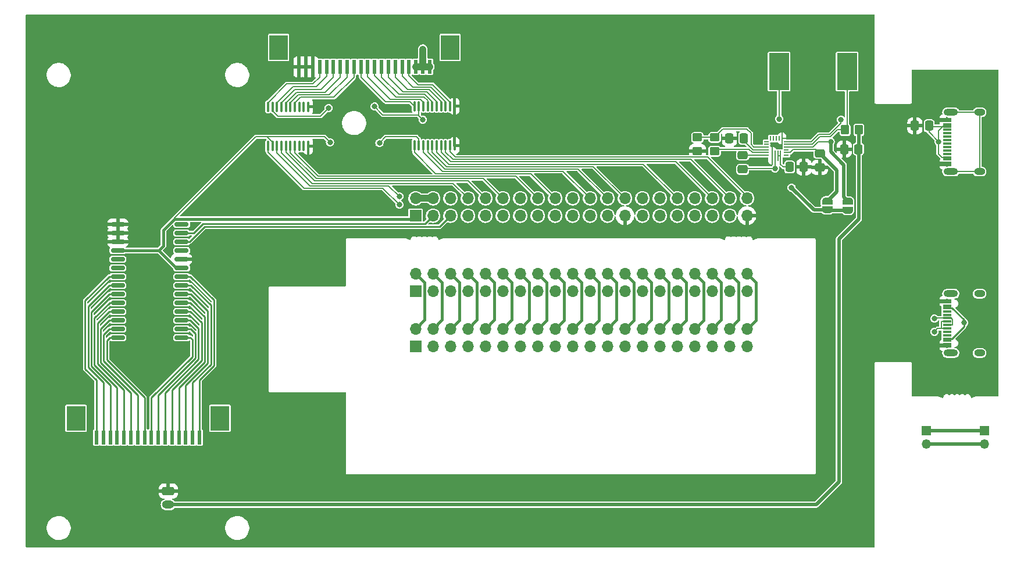
<source format=gbr>
G04 #@! TF.GenerationSoftware,KiCad,Pcbnew,6.0.4-6f826c9f35~116~ubuntu20.04.1*
G04 #@! TF.CreationDate,2022-04-30T09:34:44+02:00*
G04 #@! TF.ProjectId,mainboard,6d61696e-626f-4617-9264-2e6b69636164,rev?*
G04 #@! TF.SameCoordinates,Original*
G04 #@! TF.FileFunction,Copper,L1,Top*
G04 #@! TF.FilePolarity,Positive*
%FSLAX46Y46*%
G04 Gerber Fmt 4.6, Leading zero omitted, Abs format (unit mm)*
G04 Created by KiCad (PCBNEW 6.0.4-6f826c9f35~116~ubuntu20.04.1) date 2022-04-30 09:34:44*
%MOMM*%
%LPD*%
G01*
G04 APERTURE LIST*
G04 Aperture macros list*
%AMRoundRect*
0 Rectangle with rounded corners*
0 $1 Rounding radius*
0 $2 $3 $4 $5 $6 $7 $8 $9 X,Y pos of 4 corners*
0 Add a 4 corners polygon primitive as box body*
4,1,4,$2,$3,$4,$5,$6,$7,$8,$9,$2,$3,0*
0 Add four circle primitives for the rounded corners*
1,1,$1+$1,$2,$3*
1,1,$1+$1,$4,$5*
1,1,$1+$1,$6,$7*
1,1,$1+$1,$8,$9*
0 Add four rect primitives between the rounded corners*
20,1,$1+$1,$2,$3,$4,$5,0*
20,1,$1+$1,$4,$5,$6,$7,0*
20,1,$1+$1,$6,$7,$8,$9,0*
20,1,$1+$1,$8,$9,$2,$3,0*%
%AMOutline5P*
0 Free polygon, 5 corners , with rotation*
0 The origin of the aperture is its center*
0 number of corners: always 5*
0 $1 to $10 corner X, Y*
0 $11 Rotation angle, in degrees counterclockwise*
0 create outline with 5 corners*
4,1,5,$1,$2,$3,$4,$5,$6,$7,$8,$9,$10,$1,$2,$11*%
%AMOutline6P*
0 Free polygon, 6 corners , with rotation*
0 The origin of the aperture is its center*
0 number of corners: always 6*
0 $1 to $12 corner X, Y*
0 $13 Rotation angle, in degrees counterclockwise*
0 create outline with 6 corners*
4,1,6,$1,$2,$3,$4,$5,$6,$7,$8,$9,$10,$11,$12,$1,$2,$13*%
%AMOutline7P*
0 Free polygon, 7 corners , with rotation*
0 The origin of the aperture is its center*
0 number of corners: always 7*
0 $1 to $14 corner X, Y*
0 $15 Rotation angle, in degrees counterclockwise*
0 create outline with 7 corners*
4,1,7,$1,$2,$3,$4,$5,$6,$7,$8,$9,$10,$11,$12,$13,$14,$1,$2,$15*%
%AMOutline8P*
0 Free polygon, 8 corners , with rotation*
0 The origin of the aperture is its center*
0 number of corners: always 8*
0 $1 to $16 corner X, Y*
0 $17 Rotation angle, in degrees counterclockwise*
0 create outline with 8 corners*
4,1,8,$1,$2,$3,$4,$5,$6,$7,$8,$9,$10,$11,$12,$13,$14,$15,$16,$1,$2,$17*%
%AMFreePoly0*
4,1,22,0.500000,-0.750000,0.000000,-0.750000,0.000000,-0.745033,-0.079941,-0.743568,-0.215256,-0.701293,-0.333266,-0.622738,-0.424486,-0.514219,-0.481581,-0.384460,-0.499164,-0.250000,-0.500000,-0.250000,-0.500000,0.250000,-0.499164,0.250000,-0.499963,0.256109,-0.478152,0.396186,-0.417904,0.524511,-0.324060,0.630769,-0.204165,0.706417,-0.067858,0.745374,0.000000,0.744959,0.000000,0.750000,
0.500000,0.750000,0.500000,-0.750000,0.500000,-0.750000,$1*%
%AMFreePoly1*
4,1,20,0.000000,0.744959,0.073905,0.744508,0.209726,0.703889,0.328688,0.626782,0.421226,0.519385,0.479903,0.390333,0.500000,0.250000,0.500000,-0.250000,0.499851,-0.262216,0.476331,-0.402017,0.414519,-0.529596,0.319384,-0.634700,0.198574,-0.708877,0.061801,-0.746166,0.000000,-0.745033,0.000000,-0.750000,-0.500000,-0.750000,-0.500000,0.750000,0.000000,0.750000,0.000000,0.744959,
0.000000,0.744959,$1*%
G04 Aperture macros list end*
G04 #@! TA.AperFunction,SMDPad,CuDef*
%ADD10RoundRect,0.100000X0.100000X-0.637500X0.100000X0.637500X-0.100000X0.637500X-0.100000X-0.637500X0*%
G04 #@! TD*
G04 #@! TA.AperFunction,SMDPad,CuDef*
%ADD11FreePoly0,270.000000*%
G04 #@! TD*
G04 #@! TA.AperFunction,SMDPad,CuDef*
%ADD12FreePoly1,270.000000*%
G04 #@! TD*
G04 #@! TA.AperFunction,SMDPad,CuDef*
%ADD13RoundRect,0.250000X-0.450000X0.350000X-0.450000X-0.350000X0.450000X-0.350000X0.450000X0.350000X0*%
G04 #@! TD*
G04 #@! TA.AperFunction,SMDPad,CuDef*
%ADD14RoundRect,0.250000X0.450000X-0.350000X0.450000X0.350000X-0.450000X0.350000X-0.450000X-0.350000X0*%
G04 #@! TD*
G04 #@! TA.AperFunction,SMDPad,CuDef*
%ADD15RoundRect,0.250000X-0.350000X-0.450000X0.350000X-0.450000X0.350000X0.450000X-0.350000X0.450000X0*%
G04 #@! TD*
G04 #@! TA.AperFunction,SMDPad,CuDef*
%ADD16RoundRect,0.250000X-0.475000X0.337500X-0.475000X-0.337500X0.475000X-0.337500X0.475000X0.337500X0*%
G04 #@! TD*
G04 #@! TA.AperFunction,SMDPad,CuDef*
%ADD17RoundRect,0.250000X0.337500X0.475000X-0.337500X0.475000X-0.337500X-0.475000X0.337500X-0.475000X0*%
G04 #@! TD*
G04 #@! TA.AperFunction,SMDPad,CuDef*
%ADD18R,0.700000X0.200000*%
G04 #@! TD*
G04 #@! TA.AperFunction,SMDPad,CuDef*
%ADD19Outline5P,-0.100000X0.350000X0.100000X0.350000X0.100000X-0.250000X0.000000X-0.350000X-0.100000X-0.350000X90.000000*%
G04 #@! TD*
G04 #@! TA.AperFunction,SMDPad,CuDef*
%ADD20Outline5P,-0.350000X0.000000X-0.250000X0.100000X0.350000X0.100000X0.350000X-0.100000X-0.350000X-0.100000X90.000000*%
G04 #@! TD*
G04 #@! TA.AperFunction,SMDPad,CuDef*
%ADD21R,0.200000X0.700000*%
G04 #@! TD*
G04 #@! TA.AperFunction,SMDPad,CuDef*
%ADD22Outline5P,-0.350000X0.100000X0.350000X0.100000X0.350000X-0.100000X-0.250000X-0.100000X-0.350000X0.000000X90.000000*%
G04 #@! TD*
G04 #@! TA.AperFunction,SMDPad,CuDef*
%ADD23Outline5P,-0.100000X0.350000X0.000000X0.350000X0.100000X0.250000X0.100000X-0.350000X-0.100000X-0.350000X90.000000*%
G04 #@! TD*
G04 #@! TA.AperFunction,SMDPad,CuDef*
%ADD24R,0.200000X1.500000*%
G04 #@! TD*
G04 #@! TA.AperFunction,SMDPad,CuDef*
%ADD25R,2.900000X5.400000*%
G04 #@! TD*
G04 #@! TA.AperFunction,ComponentPad*
%ADD26RoundRect,0.250000X-0.650000X0.350000X-0.650000X-0.350000X0.650000X-0.350000X0.650000X0.350000X0*%
G04 #@! TD*
G04 #@! TA.AperFunction,ComponentPad*
%ADD27O,1.800000X1.200000*%
G04 #@! TD*
G04 #@! TA.AperFunction,ComponentPad*
%ADD28O,1.350000X1.350000*%
G04 #@! TD*
G04 #@! TA.AperFunction,ComponentPad*
%ADD29R,1.350000X1.350000*%
G04 #@! TD*
G04 #@! TA.AperFunction,SMDPad,CuDef*
%ADD30R,1.150000X0.300000*%
G04 #@! TD*
G04 #@! TA.AperFunction,ComponentPad*
%ADD31O,1.600000X1.000000*%
G04 #@! TD*
G04 #@! TA.AperFunction,ComponentPad*
%ADD32O,2.100000X1.000000*%
G04 #@! TD*
G04 #@! TA.AperFunction,ComponentPad*
%ADD33R,1.700000X1.700000*%
G04 #@! TD*
G04 #@! TA.AperFunction,ComponentPad*
%ADD34O,1.700000X1.700000*%
G04 #@! TD*
G04 #@! TA.AperFunction,SMDPad,CuDef*
%ADD35R,2.680000X3.600000*%
G04 #@! TD*
G04 #@! TA.AperFunction,SMDPad,CuDef*
%ADD36R,0.610000X2.000000*%
G04 #@! TD*
G04 #@! TA.AperFunction,SMDPad,CuDef*
%ADD37RoundRect,0.150000X0.875000X0.150000X-0.875000X0.150000X-0.875000X-0.150000X0.875000X-0.150000X0*%
G04 #@! TD*
G04 #@! TA.AperFunction,ViaPad*
%ADD38C,0.800000*%
G04 #@! TD*
G04 #@! TA.AperFunction,Conductor*
%ADD39C,0.200000*%
G04 #@! TD*
G04 #@! TA.AperFunction,Conductor*
%ADD40C,0.400000*%
G04 #@! TD*
G04 #@! TA.AperFunction,Conductor*
%ADD41C,0.500000*%
G04 #@! TD*
G04 #@! TA.AperFunction,Conductor*
%ADD42C,0.250000*%
G04 #@! TD*
G04 #@! TA.AperFunction,Conductor*
%ADD43C,1.000000*%
G04 #@! TD*
G04 APERTURE END LIST*
D10*
X134635000Y-75662500D03*
X135285000Y-75662500D03*
X135935000Y-75662500D03*
X136585000Y-75662500D03*
X137235000Y-75662500D03*
X137885000Y-75662500D03*
X138535000Y-75662500D03*
X139185000Y-75662500D03*
X139835000Y-75662500D03*
X140485000Y-75662500D03*
X140485000Y-69937500D03*
X139835000Y-69937500D03*
X139185000Y-69937500D03*
X138535000Y-69937500D03*
X137885000Y-69937500D03*
X137235000Y-69937500D03*
X136585000Y-69937500D03*
X135935000Y-69937500D03*
X135285000Y-69937500D03*
X134635000Y-69937500D03*
X113335000Y-75762500D03*
X113985000Y-75762500D03*
X114635000Y-75762500D03*
X115285000Y-75762500D03*
X115935000Y-75762500D03*
X116585000Y-75762500D03*
X117235000Y-75762500D03*
X117885000Y-75762500D03*
X118535000Y-75762500D03*
X119185000Y-75762500D03*
X119185000Y-70037500D03*
X118535000Y-70037500D03*
X117885000Y-70037500D03*
X117235000Y-70037500D03*
X116585000Y-70037500D03*
X115935000Y-70037500D03*
X115285000Y-70037500D03*
X114635000Y-70037500D03*
X113985000Y-70037500D03*
X113335000Y-70037500D03*
D11*
X194760000Y-83750000D03*
D12*
X194760000Y-85050000D03*
D11*
X197760000Y-83800000D03*
D12*
X197760000Y-85100000D03*
D13*
X175860000Y-74500000D03*
X175860000Y-76500000D03*
D14*
X178360000Y-76500000D03*
X178360000Y-74500000D03*
D15*
X197360000Y-73400000D03*
X199360000Y-73400000D03*
D16*
X182460000Y-79137500D03*
X182460000Y-77062500D03*
D17*
X180522500Y-74600000D03*
X182597500Y-74600000D03*
X209597500Y-72800000D03*
X207522500Y-72800000D03*
D18*
X185910000Y-77100000D03*
X185910000Y-76700000D03*
X185910000Y-76300000D03*
X185910000Y-75900000D03*
X185910000Y-75500000D03*
D19*
X185910000Y-75100000D03*
D20*
X186460000Y-74650000D03*
D21*
X186910000Y-74650000D03*
X187360000Y-74650000D03*
X187760000Y-74650000D03*
D22*
X188160000Y-74650000D03*
D23*
X188810000Y-75100000D03*
D18*
X188810000Y-75500000D03*
X188810000Y-75900000D03*
X188810000Y-76300000D03*
X188810000Y-76700000D03*
X188810000Y-77100000D03*
D24*
X187960000Y-77150000D03*
X187560000Y-77150000D03*
X187160000Y-77150000D03*
X186760000Y-77150000D03*
D25*
X187760000Y-64900000D03*
X197660000Y-64900000D03*
D17*
X199297500Y-76200000D03*
X197222500Y-76200000D03*
D16*
X193660000Y-76800000D03*
X193660000Y-78875000D03*
D17*
X191360000Y-78800000D03*
X189285000Y-78800000D03*
D26*
X98810000Y-126000000D03*
D27*
X98810000Y-128000000D03*
D28*
X209160000Y-119200000D03*
D29*
X209160000Y-117200000D03*
D30*
X212190000Y-104930000D03*
X212190000Y-104130000D03*
X212190000Y-102830000D03*
X212190000Y-101830000D03*
X212190000Y-101330000D03*
X212190000Y-100330000D03*
X212190000Y-99030000D03*
X212190000Y-98230000D03*
X212190000Y-98530000D03*
X212190000Y-99330000D03*
X212190000Y-99830000D03*
X212190000Y-100830000D03*
X212190000Y-102330000D03*
X212190000Y-103330000D03*
X212190000Y-103830000D03*
X212190000Y-104630000D03*
D31*
X216935000Y-105900000D03*
D32*
X212755000Y-105900000D03*
X212755000Y-97260000D03*
D31*
X216935000Y-97260000D03*
D28*
X217660000Y-119200000D03*
D29*
X217660000Y-117200000D03*
D30*
X212190000Y-78500000D03*
X212190000Y-77700000D03*
X212190000Y-76400000D03*
X212190000Y-75400000D03*
X212190000Y-74900000D03*
X212190000Y-73900000D03*
X212190000Y-72600000D03*
X212190000Y-71800000D03*
X212190000Y-72100000D03*
X212190000Y-72900000D03*
X212190000Y-73400000D03*
X212190000Y-74400000D03*
X212190000Y-75900000D03*
X212190000Y-76900000D03*
X212190000Y-77400000D03*
X212190000Y-78200000D03*
D31*
X216935000Y-79470000D03*
D32*
X212755000Y-79470000D03*
X212755000Y-70830000D03*
D31*
X216935000Y-70830000D03*
D33*
X134820000Y-85900000D03*
D34*
X134820000Y-83360000D03*
X137360000Y-85900000D03*
X137360000Y-83360000D03*
X139900000Y-85900000D03*
X139900000Y-83360000D03*
X142440000Y-85900000D03*
X142440000Y-83360000D03*
X144980000Y-85900000D03*
X144980000Y-83360000D03*
X147520000Y-85900000D03*
X147520000Y-83360000D03*
X150060000Y-85900000D03*
X150060000Y-83360000D03*
X152600000Y-85900000D03*
X152600000Y-83360000D03*
X155140000Y-85900000D03*
X155140000Y-83360000D03*
X157680000Y-85900000D03*
X157680000Y-83360000D03*
X160220000Y-85900000D03*
X160220000Y-83360000D03*
X162760000Y-85900000D03*
X162760000Y-83360000D03*
X165300000Y-85900000D03*
X165300000Y-83360000D03*
X167840000Y-85900000D03*
X167840000Y-83360000D03*
X170380000Y-85900000D03*
X170380000Y-83360000D03*
X172920000Y-85900000D03*
X172920000Y-83360000D03*
X175460000Y-85900000D03*
X175460000Y-83360000D03*
X178000000Y-85900000D03*
X178000000Y-83360000D03*
X180540000Y-85900000D03*
X180540000Y-83360000D03*
X183080000Y-85900000D03*
X183080000Y-83360000D03*
D35*
X85370000Y-115400000D03*
X106350000Y-115400000D03*
D36*
X88360000Y-118200000D03*
X89360000Y-118200000D03*
X90360000Y-118200000D03*
X91360000Y-118200000D03*
X92360000Y-118200000D03*
X93360000Y-118200000D03*
X94360000Y-118200000D03*
X95360000Y-118200000D03*
X96360000Y-118200000D03*
X97360000Y-118200000D03*
X98360000Y-118200000D03*
X99360000Y-118200000D03*
X100360000Y-118200000D03*
X101360000Y-118200000D03*
X102360000Y-118200000D03*
X103360000Y-118200000D03*
D35*
X114870000Y-61400000D03*
X139850000Y-61400000D03*
D36*
X117860000Y-64200000D03*
X118860000Y-64200000D03*
X119860000Y-64200000D03*
X120860000Y-64200000D03*
X121860000Y-64200000D03*
X122860000Y-64200000D03*
X123860000Y-64200000D03*
X124860000Y-64200000D03*
X125860000Y-64200000D03*
X126860000Y-64200000D03*
X127860000Y-64200000D03*
X128860000Y-64200000D03*
X129860000Y-64200000D03*
X130860000Y-64200000D03*
X131860000Y-64200000D03*
X132860000Y-64200000D03*
X133860000Y-64200000D03*
X134860000Y-64200000D03*
X135860000Y-64200000D03*
X136860000Y-64200000D03*
D33*
X134860000Y-96900000D03*
D34*
X134860000Y-94360000D03*
X137400000Y-96900000D03*
X137400000Y-94360000D03*
X139940000Y-96900000D03*
X139940000Y-94360000D03*
X142480000Y-96900000D03*
X142480000Y-94360000D03*
X145020000Y-96900000D03*
X145020000Y-94360000D03*
X147560000Y-96900000D03*
X147560000Y-94360000D03*
X150100000Y-96900000D03*
X150100000Y-94360000D03*
X152640000Y-96900000D03*
X152640000Y-94360000D03*
X155180000Y-96900000D03*
X155180000Y-94360000D03*
X157720000Y-96900000D03*
X157720000Y-94360000D03*
X160260000Y-96900000D03*
X160260000Y-94360000D03*
X162800000Y-96900000D03*
X162800000Y-94360000D03*
X165340000Y-96900000D03*
X165340000Y-94360000D03*
X167880000Y-96900000D03*
X167880000Y-94360000D03*
X170420000Y-96900000D03*
X170420000Y-94360000D03*
X172960000Y-96900000D03*
X172960000Y-94360000D03*
X175500000Y-96900000D03*
X175500000Y-94360000D03*
X178040000Y-96900000D03*
X178040000Y-94360000D03*
X180580000Y-96900000D03*
X180580000Y-94360000D03*
X183120000Y-96900000D03*
X183120000Y-94360000D03*
D37*
X100760000Y-103655000D03*
X100760000Y-102385000D03*
X100760000Y-101115000D03*
X100760000Y-99845000D03*
X100760000Y-98575000D03*
X100760000Y-97305000D03*
X100760000Y-96035000D03*
X100760000Y-94765000D03*
X100760000Y-93495000D03*
X100760000Y-92225000D03*
X100760000Y-90955000D03*
X100760000Y-89685000D03*
X100760000Y-88415000D03*
X100760000Y-87145000D03*
X91460000Y-87145000D03*
X91460000Y-88415000D03*
X91460000Y-89685000D03*
X91460000Y-90955000D03*
X91460000Y-92225000D03*
X91460000Y-93495000D03*
X91460000Y-94765000D03*
X91460000Y-96035000D03*
X91460000Y-97305000D03*
X91460000Y-98575000D03*
X91460000Y-99845000D03*
X91460000Y-101115000D03*
X91460000Y-102385000D03*
X91460000Y-103655000D03*
D33*
X134860000Y-104900000D03*
D34*
X134860000Y-102360000D03*
X137400000Y-104900000D03*
X137400000Y-102360000D03*
X139940000Y-104900000D03*
X139940000Y-102360000D03*
X142480000Y-104900000D03*
X142480000Y-102360000D03*
X145020000Y-104900000D03*
X145020000Y-102360000D03*
X147560000Y-104900000D03*
X147560000Y-102360000D03*
X150100000Y-104900000D03*
X150100000Y-102360000D03*
X152640000Y-104900000D03*
X152640000Y-102360000D03*
X155180000Y-104900000D03*
X155180000Y-102360000D03*
X157720000Y-104900000D03*
X157720000Y-102360000D03*
X160260000Y-104900000D03*
X160260000Y-102360000D03*
X162800000Y-104900000D03*
X162800000Y-102360000D03*
X165340000Y-104900000D03*
X165340000Y-102360000D03*
X167880000Y-104900000D03*
X167880000Y-102360000D03*
X170420000Y-104900000D03*
X170420000Y-102360000D03*
X172960000Y-104900000D03*
X172960000Y-102360000D03*
X175500000Y-104900000D03*
X175500000Y-102360000D03*
X178040000Y-104900000D03*
X178040000Y-102360000D03*
X180580000Y-104900000D03*
X180580000Y-102360000D03*
X183120000Y-104900000D03*
X183120000Y-102360000D03*
D38*
X122360000Y-75200000D03*
X129560000Y-75300000D03*
X122160000Y-70200000D03*
X128860000Y-70000000D03*
X135860000Y-71900000D03*
X132460000Y-84300000D03*
X132460000Y-83100000D03*
X189570489Y-81810489D03*
X196760000Y-71900000D03*
X199360000Y-73400000D03*
X187160000Y-79000000D03*
X187760000Y-71800000D03*
X195260000Y-75100000D03*
X210960000Y-75100000D03*
X214660000Y-101500000D03*
X210360000Y-100900000D03*
X210360000Y-102800000D03*
X135860000Y-61650000D03*
D39*
X121560000Y-74400000D02*
X122360000Y-75200000D01*
X113204295Y-74400000D02*
X121560000Y-74400000D01*
X129560000Y-75300000D02*
X130460000Y-74400000D01*
X130460000Y-74400000D02*
X134960000Y-74400000D01*
X111560000Y-74400000D02*
X113204295Y-74400000D01*
X128860000Y-70000000D02*
X130060000Y-71200000D01*
X130060000Y-71200000D02*
X135160000Y-71200000D01*
X135160000Y-71200000D02*
X135860000Y-71900000D01*
X122160000Y-70200000D02*
X122157038Y-70200000D01*
X122157038Y-70200000D02*
X120957038Y-71400000D01*
X120957038Y-71400000D02*
X114765705Y-71400000D01*
X114765705Y-71400000D02*
X113985000Y-70619295D01*
X113985000Y-70619295D02*
X113985000Y-70037500D01*
X113204295Y-74400000D02*
X113985000Y-75180705D01*
X113985000Y-75180705D02*
X113985000Y-75762500D01*
X99702862Y-86400000D02*
X99702862Y-86257138D01*
X99702862Y-86257138D02*
X111560000Y-74400000D01*
X134960000Y-74400000D02*
X135285000Y-74725000D01*
X135285000Y-74725000D02*
X135285000Y-75662500D01*
D40*
X100760000Y-86400000D02*
X134320000Y-86400000D01*
X99702862Y-86400000D02*
X100760000Y-86400000D01*
D39*
X135285000Y-71325000D02*
X135860000Y-71900000D01*
X135285000Y-69937500D02*
X135285000Y-71325000D01*
X180540000Y-83360000D02*
X174879040Y-77699040D01*
X174879040Y-77699040D02*
X140259040Y-77699040D01*
X140259040Y-77699040D02*
X139185000Y-76625000D01*
X139185000Y-76625000D02*
X139185000Y-75662500D01*
X155140000Y-83360000D02*
X151576160Y-79796160D01*
X151576160Y-79796160D02*
X137756160Y-79796160D01*
X137756160Y-79796160D02*
X134635000Y-76675000D01*
X134635000Y-76675000D02*
X134635000Y-75662500D01*
X139835000Y-75662500D02*
X139835000Y-76559647D01*
X139835000Y-76559647D02*
X140624873Y-77349520D01*
X183080000Y-83090000D02*
X183080000Y-83360000D01*
X140624873Y-77349520D02*
X177339520Y-77349520D01*
X177339520Y-77349520D02*
X183080000Y-83090000D01*
X178000000Y-83360000D02*
X172688560Y-78048560D01*
X138535000Y-76675000D02*
X138535000Y-75662500D01*
X172688560Y-78048560D02*
X139908560Y-78048560D01*
X139908560Y-78048560D02*
X138535000Y-76675000D01*
X137235000Y-75662500D02*
X137235000Y-76675000D01*
X160687600Y-78747600D02*
X165300000Y-83360000D01*
X137235000Y-76675000D02*
X139307600Y-78747600D01*
X139307600Y-78747600D02*
X160687600Y-78747600D01*
X160220000Y-83360000D02*
X156306640Y-79446640D01*
X156306640Y-79446640D02*
X138746993Y-79446640D01*
X138746993Y-79446640D02*
X135935000Y-76634647D01*
X135935000Y-76634647D02*
X135935000Y-75662500D01*
X162760000Y-83360000D02*
X158497120Y-79097120D01*
X136585000Y-76625000D02*
X136585000Y-75662500D01*
X158497120Y-79097120D02*
X139057120Y-79097120D01*
X139057120Y-79097120D02*
X136585000Y-76625000D01*
X132460000Y-84300000D02*
X130059040Y-81899040D01*
X130059040Y-81899040D02*
X118559040Y-81899040D01*
X118559040Y-81899040D02*
X113335000Y-76675000D01*
X113335000Y-76675000D02*
X113335000Y-75762500D01*
X132460000Y-83100000D02*
X130909520Y-81549520D01*
X130909520Y-81549520D02*
X119409520Y-81549520D01*
X119409520Y-81549520D02*
X114635000Y-76775000D01*
X114635000Y-76775000D02*
X114635000Y-75762500D01*
X147520000Y-83360000D02*
X144655200Y-80495200D01*
X121764800Y-80495200D02*
X121760000Y-80500000D01*
X144655200Y-80495200D02*
X121764800Y-80495200D01*
X121760000Y-80500000D02*
X120360000Y-80500000D01*
X120360000Y-80500000D02*
X116585000Y-76725000D01*
X116585000Y-76725000D02*
X116585000Y-75762500D01*
X144980000Y-83360000D02*
X142464720Y-80844720D01*
X142464720Y-80844720D02*
X130860000Y-80844720D01*
X130860000Y-80844720D02*
X130855201Y-80849519D01*
X130855201Y-80849519D02*
X120109519Y-80849519D01*
X120109519Y-80849519D02*
X115935000Y-76675000D01*
X115935000Y-76675000D02*
X115935000Y-75762500D01*
X142440000Y-83360000D02*
X140280000Y-81200000D01*
X140280000Y-81200000D02*
X119760000Y-81200000D01*
X119760000Y-81200000D02*
X115285000Y-76725000D01*
X115285000Y-76725000D02*
X115285000Y-75762500D01*
X152600000Y-83360000D02*
X149385680Y-80145680D01*
X149385680Y-80145680D02*
X120635425Y-80145680D01*
X120635425Y-80145680D02*
X117235000Y-76745255D01*
X117235000Y-76745255D02*
X117235000Y-75762500D01*
X172920000Y-83360000D02*
X167958080Y-78398080D01*
X137885000Y-76645255D02*
X137885000Y-75662500D01*
X167958080Y-78398080D02*
X139637825Y-78398080D01*
X139637825Y-78398080D02*
X137885000Y-76645255D01*
X113335000Y-70037500D02*
X113335000Y-69425000D01*
X113335000Y-69425000D02*
X116060000Y-66700000D01*
X119857500Y-66700000D02*
X120860000Y-65697500D01*
X116060000Y-66700000D02*
X119857500Y-66700000D01*
X120860000Y-65697500D02*
X120860000Y-64200000D01*
X114635000Y-70037500D02*
X114635000Y-69455705D01*
X121860000Y-65600000D02*
X121860000Y-64200000D01*
X114635000Y-69455705D02*
X116990705Y-67100000D01*
X116990705Y-67100000D02*
X120360000Y-67100000D01*
X120360000Y-67100000D02*
X121860000Y-65600000D01*
X115285000Y-70037500D02*
X115285000Y-69455705D01*
X115285000Y-69455705D02*
X117240705Y-67500000D01*
X121060000Y-67500000D02*
X122860000Y-65700000D01*
X117240705Y-67500000D02*
X121060000Y-67500000D01*
X122860000Y-65700000D02*
X122860000Y-64200000D01*
X115935000Y-70037500D02*
X115935000Y-69455705D01*
X115935000Y-69455705D02*
X117490705Y-67900000D01*
X117490705Y-67900000D02*
X121660000Y-67900000D01*
X121660000Y-67900000D02*
X123860000Y-65700000D01*
X123860000Y-65700000D02*
X123860000Y-64200000D01*
X116585000Y-70037500D02*
X116585000Y-69455705D01*
X116585000Y-69455705D02*
X117740705Y-68300000D01*
X117740705Y-68300000D02*
X122260000Y-68300000D01*
X122260000Y-68300000D02*
X124860000Y-65700000D01*
X124860000Y-65700000D02*
X124860000Y-64200000D01*
X117235000Y-70037500D02*
X117235000Y-69455705D01*
X122910480Y-68649520D02*
X125860000Y-65700000D01*
X117235000Y-69455705D02*
X118041185Y-68649520D01*
X118041185Y-68649520D02*
X122910480Y-68649520D01*
X125860000Y-65700000D02*
X125860000Y-64200000D01*
X134635000Y-69937500D02*
X133997500Y-69300000D01*
X133997500Y-69300000D02*
X130460000Y-69300000D01*
X130460000Y-69300000D02*
X126860000Y-65700000D01*
X126860000Y-65700000D02*
X126860000Y-64200000D01*
X135935000Y-69937500D02*
X135935000Y-69355705D01*
X135935000Y-69355705D02*
X135529775Y-68950480D01*
X135529775Y-68950480D02*
X131155617Y-68950480D01*
X131155617Y-68950480D02*
X127860000Y-65654863D01*
X127860000Y-65654863D02*
X127860000Y-64200000D01*
X128860000Y-64200000D02*
X128860000Y-65509726D01*
X136585000Y-69125000D02*
X136585000Y-69937500D01*
X128860000Y-65509726D02*
X131951234Y-68600960D01*
X131951234Y-68600960D02*
X136060960Y-68600960D01*
X136060960Y-68600960D02*
X136585000Y-69125000D01*
X129860000Y-64200000D02*
X129860000Y-65700000D01*
X129860000Y-65700000D02*
X132360000Y-68200000D01*
X132360000Y-68200000D02*
X136154296Y-68200000D01*
X136154296Y-68200000D02*
X137235000Y-69280704D01*
X137235000Y-69280704D02*
X137235000Y-69937500D01*
X130860000Y-64200000D02*
X130860000Y-65703204D01*
X130860000Y-65703204D02*
X133007276Y-67850480D01*
X133007276Y-67850480D02*
X136435960Y-67850480D01*
X136435960Y-67850480D02*
X137885000Y-69299520D01*
X137885000Y-69299520D02*
X137885000Y-69937500D01*
X131860000Y-64200000D02*
X131860000Y-65700000D01*
X131860000Y-65700000D02*
X133660000Y-67500000D01*
X133660000Y-67500000D02*
X136760000Y-67500000D01*
X136760000Y-67500000D02*
X138535000Y-69275000D01*
X138535000Y-69275000D02*
X138535000Y-69937500D01*
X133860000Y-64200000D02*
X133860000Y-65500000D01*
X133860000Y-65500000D02*
X135160000Y-66800000D01*
X135160000Y-66800000D02*
X137279295Y-66800000D01*
X139835000Y-69355705D02*
X139835000Y-69937500D01*
X137279295Y-66800000D02*
X139835000Y-69355705D01*
X132860000Y-64200000D02*
X132860000Y-65600000D01*
X132860000Y-65600000D02*
X134410480Y-67150480D01*
X134410480Y-67150480D02*
X137010480Y-67150480D01*
X137010480Y-67150480D02*
X139185000Y-69325000D01*
X139185000Y-69325000D02*
X139185000Y-69937500D01*
X197360000Y-73400000D02*
X196254296Y-73400000D01*
X196254296Y-73400000D02*
X195254296Y-74400000D01*
X193660000Y-74400000D02*
X192560000Y-75500000D01*
X195254296Y-74400000D02*
X193660000Y-74400000D01*
X192560000Y-75500000D02*
X188810000Y-75500000D01*
X188810000Y-75100000D02*
X192460000Y-75100000D01*
X192460000Y-75100000D02*
X193509520Y-74050480D01*
X193509520Y-74050480D02*
X195109520Y-74050480D01*
X195109520Y-74050480D02*
X196760000Y-72400000D01*
X196760000Y-72400000D02*
X196760000Y-71900000D01*
X195260000Y-75100000D02*
X193454296Y-75100000D01*
D41*
X195260000Y-75100000D02*
X195260000Y-76600000D01*
D39*
X192654296Y-75900000D02*
X188810000Y-75900000D01*
D41*
X195260000Y-76600000D02*
X197160000Y-78500000D01*
X197160000Y-78500000D02*
X197160000Y-83200000D01*
X197160000Y-83200000D02*
X197760000Y-83800000D01*
D39*
X193454296Y-75100000D02*
X192654296Y-75900000D01*
X216935000Y-70830000D02*
X216935000Y-79470000D01*
X212755000Y-70830000D02*
X216935000Y-70830000D01*
X216935000Y-79470000D02*
X212755000Y-79470000D01*
X212190000Y-101330000D02*
X211415000Y-101330000D01*
X211415000Y-101330000D02*
X211365489Y-101379511D01*
X211365489Y-101379511D02*
X211365489Y-102205489D01*
X211365489Y-102205489D02*
X211490000Y-102330000D01*
X211490000Y-102330000D02*
X212190000Y-102330000D01*
X212190000Y-101830000D02*
X212965000Y-101830000D01*
X212965000Y-101830000D02*
X213014511Y-101780489D01*
X212790000Y-100830000D02*
X212190000Y-100830000D01*
X213014511Y-101780489D02*
X213014511Y-101054511D01*
X213014511Y-101054511D02*
X212790000Y-100830000D01*
D41*
X193660000Y-76800000D02*
X196160000Y-79300000D01*
X196160000Y-79300000D02*
X196160000Y-82400000D01*
X196160000Y-82400000D02*
X194810000Y-83750000D01*
X194810000Y-83750000D02*
X194760000Y-83750000D01*
X194760000Y-85050000D02*
X192810000Y-85050000D01*
X192810000Y-85050000D02*
X189570489Y-81810489D01*
X197760000Y-85100000D02*
X194810000Y-85100000D01*
X194810000Y-85100000D02*
X194760000Y-85050000D01*
X199360000Y-73400000D02*
X199360000Y-76137500D01*
X199360000Y-76137500D02*
X199297500Y-76200000D01*
X196460000Y-124700000D02*
X196460000Y-89300000D01*
X98810000Y-128000000D02*
X193160000Y-128000000D01*
X196460000Y-89300000D02*
X199360000Y-86400000D01*
X193160000Y-128000000D02*
X196460000Y-124700000D01*
X199360000Y-86400000D02*
X199360000Y-76262500D01*
X199360000Y-76262500D02*
X199297500Y-76200000D01*
D39*
X187160000Y-79000000D02*
X182597500Y-79000000D01*
X182597500Y-79000000D02*
X182460000Y-79137500D01*
X187160000Y-79000000D02*
X187160000Y-77150000D01*
X188810000Y-76700000D02*
X189359022Y-76700000D01*
X189359022Y-76700000D02*
X189809502Y-76249520D01*
X189809502Y-76249520D02*
X193109520Y-76249520D01*
X193109520Y-76249520D02*
X193660000Y-76800000D01*
X187960000Y-77150000D02*
X187960000Y-78400000D01*
X187960000Y-78400000D02*
X188360000Y-78800000D01*
X188360000Y-78800000D02*
X189285000Y-78800000D01*
X187960000Y-77150000D02*
X187560000Y-77150000D01*
X209597500Y-72800000D02*
X209597500Y-73737500D01*
X209597500Y-73737500D02*
X210960000Y-75100000D01*
X209597500Y-72800000D02*
X209697500Y-72900000D01*
X209697500Y-72900000D02*
X212190000Y-72900000D01*
X175860000Y-74500000D02*
X178360000Y-74500000D01*
X185910000Y-75900000D02*
X184048592Y-75900000D01*
X184048592Y-75900000D02*
X183660000Y-75511408D01*
X183060000Y-73300000D02*
X179560000Y-73300000D01*
X183660000Y-75511408D02*
X183660000Y-73900000D01*
X183660000Y-73900000D02*
X183060000Y-73300000D01*
X179560000Y-73300000D02*
X178360000Y-74500000D01*
X182597500Y-74600000D02*
X182597500Y-74943204D01*
X182597500Y-74943204D02*
X183954296Y-76300000D01*
X183954296Y-76300000D02*
X185910000Y-76300000D01*
X185910000Y-76700000D02*
X183860000Y-76700000D01*
X183860000Y-76700000D02*
X183360000Y-76200000D01*
X183360000Y-76200000D02*
X178660000Y-76200000D01*
X178660000Y-76200000D02*
X178360000Y-76500000D01*
X182497500Y-77100000D02*
X182460000Y-77062500D01*
X185910000Y-77100000D02*
X182497500Y-77100000D01*
X187760000Y-64900000D02*
X187760000Y-71800000D01*
X197360000Y-73400000D02*
X197660000Y-73100000D01*
X197660000Y-73100000D02*
X197660000Y-64900000D01*
X210960000Y-75100000D02*
X210960000Y-76894022D01*
X210960000Y-76894022D02*
X211465978Y-77400000D01*
X211465978Y-77400000D02*
X212190000Y-77400000D01*
X210960000Y-75100000D02*
X210960000Y-73500000D01*
X210960000Y-73500000D02*
X211860000Y-72600000D01*
X211860000Y-72600000D02*
X212190000Y-72600000D01*
D42*
X212190000Y-103830000D02*
X212905727Y-103830000D01*
X212905727Y-103830000D02*
X214660000Y-102075727D01*
X214660000Y-102075727D02*
X214660000Y-101500000D01*
X212190000Y-99330000D02*
X212905727Y-99330000D01*
X212905727Y-99330000D02*
X214660000Y-101084273D01*
X214660000Y-101084273D02*
X214660000Y-101500000D01*
X95360000Y-118200000D02*
X95360000Y-112400000D01*
X95360000Y-112400000D02*
X89860000Y-106900000D01*
X89860000Y-106900000D02*
X89860000Y-104100000D01*
X89860000Y-104100000D02*
X90305000Y-103655000D01*
X90305000Y-103655000D02*
X91210000Y-103655000D01*
X96360000Y-118200000D02*
X96360000Y-112400000D01*
X96360000Y-112400000D02*
X102313360Y-106446640D01*
X102313360Y-106446640D02*
X102313360Y-103953360D01*
X102015000Y-103655000D02*
X100760000Y-103655000D01*
X102313360Y-103953360D02*
X102015000Y-103655000D01*
X97360000Y-118200000D02*
X97360000Y-112035718D01*
X97360000Y-112035718D02*
X102762880Y-106632838D01*
X102762880Y-106632838D02*
X102762880Y-103102880D01*
X102045000Y-102385000D02*
X100510000Y-102385000D01*
X102762880Y-103102880D02*
X102045000Y-102385000D01*
X98360000Y-118200000D02*
X98360000Y-111671436D01*
X98360000Y-111671436D02*
X103212400Y-106819036D01*
X103212400Y-106819036D02*
X103212400Y-102302400D01*
X103212400Y-102302400D02*
X102025000Y-101115000D01*
X102025000Y-101115000D02*
X100510000Y-101115000D01*
X99360000Y-118200000D02*
X99360000Y-111307154D01*
X99360000Y-111307154D02*
X103661920Y-107005234D01*
X103661920Y-107005234D02*
X103661920Y-101501920D01*
X103661920Y-101501920D02*
X102005000Y-99845000D01*
X102005000Y-99845000D02*
X100510000Y-99845000D01*
X100360000Y-118200000D02*
X100360000Y-110942872D01*
X100360000Y-110942872D02*
X104111440Y-107191432D01*
X104111440Y-107191432D02*
X104111440Y-100651440D01*
X104111440Y-100651440D02*
X102035000Y-98575000D01*
X102035000Y-98575000D02*
X100510000Y-98575000D01*
X101360000Y-118200000D02*
X101360000Y-110578590D01*
X101360000Y-110578590D02*
X104560960Y-107377630D01*
X104560960Y-107377630D02*
X104560960Y-99800960D01*
X104560960Y-99800960D02*
X102065000Y-97305000D01*
X102065000Y-97305000D02*
X100510000Y-97305000D01*
X102360000Y-118200000D02*
X102360000Y-110214306D01*
X102360000Y-110214306D02*
X105010480Y-107563826D01*
X105010480Y-107563826D02*
X105010480Y-98950480D01*
X105010480Y-98950480D02*
X102095000Y-96035000D01*
X102095000Y-96035000D02*
X100510000Y-96035000D01*
X103360000Y-118200000D02*
X103360000Y-109850024D01*
X103360000Y-109850024D02*
X105460000Y-107750024D01*
X105460000Y-107750024D02*
X105460000Y-98200000D01*
X105460000Y-98200000D02*
X102025000Y-94765000D01*
X102025000Y-94765000D02*
X100760000Y-94765000D01*
X94360000Y-118200000D02*
X94360000Y-112035718D01*
X94360000Y-112035718D02*
X89410480Y-107086197D01*
X89410480Y-107086197D02*
X89410480Y-103224520D01*
X89410480Y-103224520D02*
X90250000Y-102385000D01*
X90250000Y-102385000D02*
X91210000Y-102385000D01*
X93360000Y-118200000D02*
X93360000Y-111671436D01*
X93360000Y-111671436D02*
X88960960Y-107272394D01*
X88960960Y-107272394D02*
X88960960Y-102399040D01*
X88960960Y-102399040D02*
X90245000Y-101115000D01*
X90245000Y-101115000D02*
X91210000Y-101115000D01*
X92360000Y-118200000D02*
X92360000Y-111307154D01*
X88511440Y-107458591D02*
X88511440Y-101548560D01*
X92360000Y-111307154D02*
X88511440Y-107458591D01*
X88511440Y-101548560D02*
X90215000Y-99845000D01*
X90215000Y-99845000D02*
X91210000Y-99845000D01*
X91360000Y-118200000D02*
X91360000Y-110942871D01*
X91360000Y-110942871D02*
X88061920Y-107644788D01*
X88061920Y-107644788D02*
X88061920Y-100798080D01*
X88061920Y-100798080D02*
X90285000Y-98575000D01*
X90285000Y-98575000D02*
X91210000Y-98575000D01*
X90360000Y-118200000D02*
X90360000Y-110578587D01*
X90360000Y-110578587D02*
X87612400Y-107830987D01*
X87612400Y-107830987D02*
X87612400Y-99947600D01*
X87612400Y-99947600D02*
X90255000Y-97305000D01*
X90255000Y-97305000D02*
X91210000Y-97305000D01*
X89360000Y-118200000D02*
X89360000Y-110214305D01*
X89360000Y-110214305D02*
X87162880Y-108017184D01*
X87162880Y-108017184D02*
X87162880Y-99097120D01*
X87162880Y-99097120D02*
X90225000Y-96035000D01*
X90225000Y-96035000D02*
X91210000Y-96035000D01*
X88360000Y-118200000D02*
X88360000Y-109850023D01*
X88360000Y-109850023D02*
X86713360Y-108203381D01*
X86713360Y-108203381D02*
X86713360Y-98246640D01*
X90195000Y-94765000D02*
X91210000Y-94765000D01*
X86713360Y-98246640D02*
X90195000Y-94765000D01*
D40*
X97437862Y-90955000D02*
X98110000Y-90282862D01*
X98110000Y-90282862D02*
X98110000Y-87992862D01*
X98110000Y-87992862D02*
X99702862Y-86400000D01*
X134320000Y-86400000D02*
X134820000Y-85900000D01*
D42*
X100510000Y-89685000D02*
X101910718Y-89685000D01*
X101910718Y-89685000D02*
X104071687Y-87524031D01*
X138275969Y-87524031D02*
X139900000Y-85900000D01*
X104071687Y-87524031D02*
X138275969Y-87524031D01*
X100510000Y-88415000D02*
X102545000Y-88415000D01*
X102545000Y-88415000D02*
X103885489Y-87074511D01*
X103885489Y-87074511D02*
X136185489Y-87074511D01*
X136185489Y-87074511D02*
X137360000Y-85900000D01*
D39*
X210430000Y-100830000D02*
X212190000Y-100830000D01*
X210360000Y-100900000D02*
X210430000Y-100830000D01*
X210360000Y-102800000D02*
X210830000Y-102330000D01*
X210830000Y-102330000D02*
X212190000Y-102330000D01*
D41*
X209160000Y-117200000D02*
X217660000Y-117200000D01*
X209160000Y-119200000D02*
X217660000Y-119200000D01*
D43*
X135860000Y-64200000D02*
X134864511Y-64200000D01*
X137360000Y-83360000D02*
X134820000Y-83360000D01*
X135860000Y-64200000D02*
X135860000Y-61650000D01*
X135860000Y-64200000D02*
X136860000Y-64200000D01*
D42*
X117860000Y-64200000D02*
X119860000Y-64200000D01*
D40*
X91210000Y-90955000D02*
X97437862Y-90955000D01*
X99977862Y-93495000D02*
X100510000Y-93495000D01*
X97437862Y-90955000D02*
X99977862Y-93495000D01*
X136150489Y-101069511D02*
X134860000Y-102360000D01*
X136150489Y-95650489D02*
X136150489Y-101069511D01*
X134860000Y-94360000D02*
X136150489Y-95650489D01*
X137400000Y-94360000D02*
X138690489Y-95650489D01*
X138690489Y-95650489D02*
X138690489Y-101069511D01*
X138690489Y-101069511D02*
X137400000Y-102360000D01*
X141189511Y-95609511D02*
X141189511Y-101110489D01*
X141189511Y-101110489D02*
X139940000Y-102360000D01*
X139940000Y-94360000D02*
X141189511Y-95609511D01*
X143770489Y-101069511D02*
X142480000Y-102360000D01*
X142480000Y-94360000D02*
X143770489Y-95650489D01*
X143770489Y-95650489D02*
X143770489Y-101069511D01*
X146310489Y-101069511D02*
X145020000Y-102360000D01*
X146310489Y-95650489D02*
X146310489Y-101069511D01*
X145020000Y-94360000D02*
X146310489Y-95650489D01*
X148850489Y-101069511D02*
X147560000Y-102360000D01*
X147560000Y-94360000D02*
X148850489Y-95650489D01*
X148850489Y-95650489D02*
X148850489Y-101069511D01*
X150100000Y-94360000D02*
X151390489Y-95650489D01*
X151390489Y-95650489D02*
X151390489Y-101069511D01*
X151390489Y-101069511D02*
X150100000Y-102360000D01*
X153889511Y-95609511D02*
X152640000Y-94360000D01*
X153889511Y-101110489D02*
X153889511Y-95609511D01*
X152640000Y-102360000D02*
X153889511Y-101110489D01*
X156429511Y-101110489D02*
X156429511Y-95609511D01*
X155180000Y-102360000D02*
X156429511Y-101110489D01*
X156429511Y-95609511D02*
X155180000Y-94360000D01*
X158969511Y-95609511D02*
X157720000Y-94360000D01*
X158969511Y-101110489D02*
X158969511Y-95609511D01*
X157720000Y-102360000D02*
X158969511Y-101110489D01*
X161509511Y-101110489D02*
X161509511Y-95609511D01*
X161509511Y-95609511D02*
X160260000Y-94360000D01*
X160260000Y-102360000D02*
X161509511Y-101110489D01*
X162800000Y-102360000D02*
X164090489Y-101069511D01*
X164090489Y-101069511D02*
X164090489Y-95650489D01*
X164090489Y-95650489D02*
X162800000Y-94360000D01*
X166589511Y-101110489D02*
X166589511Y-95609511D01*
X166589511Y-95609511D02*
X165340000Y-94360000D01*
X165340000Y-102360000D02*
X166589511Y-101110489D01*
X169170489Y-101069511D02*
X169170489Y-95650489D01*
X169170489Y-95650489D02*
X167880000Y-94360000D01*
X167880000Y-102360000D02*
X169170489Y-101069511D01*
X171710489Y-101069511D02*
X171710489Y-95650489D01*
X170420000Y-102360000D02*
X171710489Y-101069511D01*
X171710489Y-95650489D02*
X170420000Y-94360000D01*
X174209511Y-101110489D02*
X172960000Y-102360000D01*
X172960000Y-94360000D02*
X174209511Y-95609511D01*
X174209511Y-95609511D02*
X174209511Y-101110489D01*
X176749511Y-95609511D02*
X176749511Y-101110489D01*
X175500000Y-94360000D02*
X176749511Y-95609511D01*
X176749511Y-101110489D02*
X175500000Y-102360000D01*
X178040000Y-94360000D02*
X179330489Y-95650489D01*
X179330489Y-95650489D02*
X179330489Y-101069511D01*
X179330489Y-101069511D02*
X178040000Y-102360000D01*
X181870489Y-101069511D02*
X180580000Y-102360000D01*
X181870489Y-95650489D02*
X181870489Y-101069511D01*
X180580000Y-94360000D02*
X181870489Y-95650489D01*
X184369511Y-101110489D02*
X183120000Y-102360000D01*
X184369511Y-95609511D02*
X184369511Y-101110489D01*
X183120000Y-94360000D02*
X184369511Y-95609511D01*
G04 #@! TA.AperFunction,Conductor*
G36*
X201633066Y-56617813D02*
G01*
X201658376Y-56661650D01*
X201659500Y-56674500D01*
X201659500Y-69394108D01*
X201659455Y-69445563D01*
X201665927Y-69459041D01*
X201671361Y-69474602D01*
X201674688Y-69489185D01*
X201679882Y-69495703D01*
X201683852Y-69500685D01*
X201692685Y-69514765D01*
X201699052Y-69528024D01*
X201705555Y-69533225D01*
X201705557Y-69533227D01*
X201710727Y-69537361D01*
X201722381Y-69549036D01*
X201726141Y-69553754D01*
X201731695Y-69560724D01*
X201744938Y-69567111D01*
X201759006Y-69575970D01*
X201770492Y-69585156D01*
X201785069Y-69588508D01*
X201800627Y-69593973D01*
X201814087Y-69600465D01*
X201837041Y-69600485D01*
X201837156Y-69600485D01*
X201837219Y-69600500D01*
X201854108Y-69600500D01*
X201905296Y-69600545D01*
X201905563Y-69600545D01*
X201905645Y-69600506D01*
X201905697Y-69600500D01*
X206854108Y-69600500D01*
X206897230Y-69600538D01*
X206897231Y-69600538D01*
X206905563Y-69600545D01*
X206919041Y-69594073D01*
X206934602Y-69588639D01*
X206949185Y-69585312D01*
X206960685Y-69576148D01*
X206974765Y-69567315D01*
X206988024Y-69560948D01*
X206993225Y-69554445D01*
X206993227Y-69554443D01*
X206997361Y-69549273D01*
X207009036Y-69537619D01*
X207014204Y-69533501D01*
X207014205Y-69533500D01*
X207020724Y-69528305D01*
X207027111Y-69515062D01*
X207035970Y-69500994D01*
X207039951Y-69496016D01*
X207045156Y-69489508D01*
X207048508Y-69474931D01*
X207053974Y-69459369D01*
X207056844Y-69453419D01*
X207060465Y-69445913D01*
X207060485Y-69422845D01*
X207060500Y-69422781D01*
X207060500Y-69405892D01*
X207060542Y-69357745D01*
X207060545Y-69354704D01*
X207060545Y-69354437D01*
X207060506Y-69354355D01*
X207060500Y-69354303D01*
X207060500Y-64674500D01*
X207077813Y-64626934D01*
X207121650Y-64601624D01*
X207134500Y-64600500D01*
X219585500Y-64600500D01*
X219633066Y-64617813D01*
X219658376Y-64661650D01*
X219659500Y-64674500D01*
X219659500Y-112125500D01*
X219642187Y-112173066D01*
X219598350Y-112198376D01*
X219585500Y-112199500D01*
X216691423Y-112199500D01*
X216674713Y-112197589D01*
X216673617Y-112197335D01*
X216660718Y-112194345D01*
X216660000Y-112194344D01*
X216658849Y-112194607D01*
X216657431Y-112194443D01*
X216657467Y-112194922D01*
X216408604Y-112213571D01*
X216408603Y-112213571D01*
X216405843Y-112213778D01*
X216403151Y-112214392D01*
X216403147Y-112214393D01*
X216160057Y-112269877D01*
X216157363Y-112270492D01*
X215920112Y-112363607D01*
X215917720Y-112364988D01*
X215795727Y-112435420D01*
X215745877Y-112444210D01*
X215702040Y-112418900D01*
X215684728Y-112370883D01*
X215684937Y-112336646D01*
X215684937Y-112336645D01*
X215684969Y-112331376D01*
X215645572Y-112193529D01*
X215639234Y-112183483D01*
X215571882Y-112076737D01*
X215569070Y-112072280D01*
X215461612Y-111977377D01*
X215331837Y-111916447D01*
X215326632Y-111915637D01*
X215326630Y-111915636D01*
X215225812Y-111899939D01*
X215225809Y-111899939D01*
X215222991Y-111899500D01*
X215148060Y-111899500D01*
X215071195Y-111910508D01*
X215047297Y-111913930D01*
X215047296Y-111913930D01*
X215042082Y-111914677D01*
X214911572Y-111974016D01*
X214903417Y-111981043D01*
X214845189Y-112031215D01*
X214797853Y-112049149D01*
X214747900Y-112030621D01*
X214691563Y-111980866D01*
X214691561Y-111980865D01*
X214687612Y-111977377D01*
X214557837Y-111916447D01*
X214552632Y-111915637D01*
X214552630Y-111915636D01*
X214451812Y-111899939D01*
X214451809Y-111899939D01*
X214448991Y-111899500D01*
X214374060Y-111899500D01*
X214297195Y-111910508D01*
X214273297Y-111913930D01*
X214273296Y-111913930D01*
X214268082Y-111914677D01*
X214137572Y-111974016D01*
X214129417Y-111981043D01*
X214083337Y-112020748D01*
X214036002Y-112038682D01*
X213986048Y-112020154D01*
X213941563Y-111980866D01*
X213941561Y-111980865D01*
X213937612Y-111977377D01*
X213807837Y-111916447D01*
X213802632Y-111915637D01*
X213802630Y-111915636D01*
X213701812Y-111899939D01*
X213701809Y-111899939D01*
X213698991Y-111899500D01*
X213624060Y-111899500D01*
X213547195Y-111910508D01*
X213523297Y-111913930D01*
X213523296Y-111913930D01*
X213518082Y-111914677D01*
X213387572Y-111974016D01*
X213379417Y-111981043D01*
X213333337Y-112020748D01*
X213286002Y-112038682D01*
X213236048Y-112020154D01*
X213191563Y-111980866D01*
X213191561Y-111980865D01*
X213187612Y-111977377D01*
X213057837Y-111916447D01*
X213052632Y-111915637D01*
X213052630Y-111915636D01*
X212951812Y-111899939D01*
X212951809Y-111899939D01*
X212948991Y-111899500D01*
X212874060Y-111899500D01*
X212797195Y-111910508D01*
X212773297Y-111913930D01*
X212773296Y-111913930D01*
X212768082Y-111914677D01*
X212637572Y-111974016D01*
X212577263Y-112025982D01*
X212529928Y-112043916D01*
X212479973Y-112025387D01*
X212429563Y-111980866D01*
X212429561Y-111980865D01*
X212425612Y-111977377D01*
X212295837Y-111916447D01*
X212290632Y-111915637D01*
X212290630Y-111915636D01*
X212189812Y-111899939D01*
X212189809Y-111899939D01*
X212186991Y-111899500D01*
X212112060Y-111899500D01*
X212035195Y-111910508D01*
X212011297Y-111913930D01*
X212011296Y-111913930D01*
X212006082Y-111914677D01*
X211875572Y-111974016D01*
X211766963Y-112067600D01*
X211764099Y-112072019D01*
X211764097Y-112072021D01*
X211738228Y-112111932D01*
X211688985Y-112187905D01*
X211647907Y-112325261D01*
X211647784Y-112345325D01*
X211647579Y-112378893D01*
X211629975Y-112426352D01*
X211585984Y-112451393D01*
X211536581Y-112442526D01*
X211399888Y-112363607D01*
X211162637Y-112270492D01*
X211159943Y-112269877D01*
X210916853Y-112214393D01*
X210916849Y-112214392D01*
X210914157Y-112213778D01*
X210911397Y-112213571D01*
X210911396Y-112213571D01*
X210663528Y-112194996D01*
X210663540Y-112194834D01*
X210662799Y-112194827D01*
X210660718Y-112194345D01*
X210660000Y-112194344D01*
X210655928Y-112195273D01*
X210655927Y-112195273D01*
X210645520Y-112197647D01*
X210629063Y-112199500D01*
X207134500Y-112199500D01*
X207086934Y-112182187D01*
X207061624Y-112138350D01*
X207060500Y-112125500D01*
X207060500Y-107405892D01*
X207060538Y-107362770D01*
X207060538Y-107362769D01*
X207060545Y-107354437D01*
X207054073Y-107340959D01*
X207048639Y-107325398D01*
X207045312Y-107310815D01*
X207036148Y-107299315D01*
X207027313Y-107285232D01*
X207024553Y-107279484D01*
X207020948Y-107271976D01*
X207014445Y-107266775D01*
X207014443Y-107266773D01*
X207009273Y-107262639D01*
X206997619Y-107250964D01*
X206993501Y-107245796D01*
X206993500Y-107245795D01*
X206988305Y-107239276D01*
X206975062Y-107232889D01*
X206960994Y-107224030D01*
X206956016Y-107220049D01*
X206956017Y-107220049D01*
X206949508Y-107214844D01*
X206934931Y-107211492D01*
X206919373Y-107206027D01*
X206905913Y-107199535D01*
X206882959Y-107199515D01*
X206882844Y-107199515D01*
X206882781Y-107199500D01*
X206865892Y-107199500D01*
X206814704Y-107199455D01*
X206814437Y-107199455D01*
X206814355Y-107199494D01*
X206814303Y-107199500D01*
X201865892Y-107199500D01*
X201822770Y-107199462D01*
X201822769Y-107199462D01*
X201814437Y-107199455D01*
X201800959Y-107205927D01*
X201785398Y-107211361D01*
X201770815Y-107214688D01*
X201764297Y-107219882D01*
X201759315Y-107223852D01*
X201745235Y-107232685D01*
X201731976Y-107239052D01*
X201726775Y-107245555D01*
X201726773Y-107245557D01*
X201722639Y-107250727D01*
X201710964Y-107262381D01*
X201699276Y-107271695D01*
X201692890Y-107284936D01*
X201684030Y-107299006D01*
X201674844Y-107310492D01*
X201671492Y-107325069D01*
X201666027Y-107340627D01*
X201659535Y-107354087D01*
X201659515Y-107377155D01*
X201659500Y-107377219D01*
X201659500Y-107394108D01*
X201659455Y-107445563D01*
X201659494Y-107445645D01*
X201659500Y-107445697D01*
X201659500Y-134125500D01*
X201642187Y-134173066D01*
X201598350Y-134198376D01*
X201585500Y-134199500D01*
X78134500Y-134199500D01*
X78086934Y-134182187D01*
X78061624Y-134138350D01*
X78060500Y-134125500D01*
X78060500Y-131507165D01*
X81107866Y-131507165D01*
X81142952Y-131764970D01*
X81215758Y-132014757D01*
X81324686Y-132251039D01*
X81467341Y-132468625D01*
X81469169Y-132470673D01*
X81469172Y-132470677D01*
X81501331Y-132506708D01*
X81640591Y-132662735D01*
X81840629Y-132829105D01*
X82063061Y-132964080D01*
X82065590Y-132965141D01*
X82065591Y-132965141D01*
X82111531Y-132984405D01*
X82303001Y-133064695D01*
X82305664Y-133065371D01*
X82305666Y-133065372D01*
X82552518Y-133128064D01*
X82552522Y-133128065D01*
X82555177Y-133128739D01*
X82665195Y-133139817D01*
X82769444Y-133150315D01*
X82769453Y-133150315D01*
X82771286Y-133150500D01*
X82926044Y-133150500D01*
X82927386Y-133150400D01*
X82927393Y-133150400D01*
X83116737Y-133136329D01*
X83116740Y-133136329D01*
X83119466Y-133136126D01*
X83373232Y-133078705D01*
X83615723Y-132984405D01*
X83841612Y-132855299D01*
X84045936Y-132694223D01*
X84224208Y-132504714D01*
X84372511Y-132290937D01*
X84487586Y-132057587D01*
X84566906Y-131809792D01*
X84608728Y-131552994D01*
X84609328Y-131507165D01*
X107107866Y-131507165D01*
X107142952Y-131764970D01*
X107215758Y-132014757D01*
X107324686Y-132251039D01*
X107467341Y-132468625D01*
X107469169Y-132470673D01*
X107469172Y-132470677D01*
X107501331Y-132506708D01*
X107640591Y-132662735D01*
X107840629Y-132829105D01*
X108063061Y-132964080D01*
X108065590Y-132965141D01*
X108065591Y-132965141D01*
X108111531Y-132984405D01*
X108303001Y-133064695D01*
X108305664Y-133065371D01*
X108305666Y-133065372D01*
X108552518Y-133128064D01*
X108552522Y-133128065D01*
X108555177Y-133128739D01*
X108665195Y-133139817D01*
X108769444Y-133150315D01*
X108769453Y-133150315D01*
X108771286Y-133150500D01*
X108926044Y-133150500D01*
X108927386Y-133150400D01*
X108927393Y-133150400D01*
X109116737Y-133136329D01*
X109116740Y-133136329D01*
X109119466Y-133136126D01*
X109373232Y-133078705D01*
X109615723Y-132984405D01*
X109841612Y-132855299D01*
X110045936Y-132694223D01*
X110224208Y-132504714D01*
X110372511Y-132290937D01*
X110487586Y-132057587D01*
X110566906Y-131809792D01*
X110608728Y-131552994D01*
X110612134Y-131292835D01*
X110577048Y-131035030D01*
X110504242Y-130785243D01*
X110395314Y-130548961D01*
X110252659Y-130331375D01*
X110220449Y-130295286D01*
X110081240Y-130139316D01*
X110081237Y-130139313D01*
X110079409Y-130137265D01*
X109879371Y-129970895D01*
X109656939Y-129835920D01*
X109611710Y-129816954D01*
X109419532Y-129736367D01*
X109419530Y-129736366D01*
X109416999Y-129735305D01*
X109414336Y-129734629D01*
X109414334Y-129734628D01*
X109167482Y-129671936D01*
X109167478Y-129671935D01*
X109164823Y-129671261D01*
X109054805Y-129660183D01*
X108950556Y-129649685D01*
X108950547Y-129649685D01*
X108948714Y-129649500D01*
X108793956Y-129649500D01*
X108792614Y-129649600D01*
X108792607Y-129649600D01*
X108603263Y-129663671D01*
X108603260Y-129663671D01*
X108600534Y-129663874D01*
X108346768Y-129721295D01*
X108104277Y-129815595D01*
X107878388Y-129944701D01*
X107674064Y-130105777D01*
X107495792Y-130295286D01*
X107347489Y-130509063D01*
X107232414Y-130742413D01*
X107153094Y-130990208D01*
X107111272Y-131247006D01*
X107107866Y-131507165D01*
X84609328Y-131507165D01*
X84612134Y-131292835D01*
X84577048Y-131035030D01*
X84504242Y-130785243D01*
X84395314Y-130548961D01*
X84252659Y-130331375D01*
X84220449Y-130295286D01*
X84081240Y-130139316D01*
X84081237Y-130139313D01*
X84079409Y-130137265D01*
X83879371Y-129970895D01*
X83656939Y-129835920D01*
X83611710Y-129816954D01*
X83419532Y-129736367D01*
X83419530Y-129736366D01*
X83416999Y-129735305D01*
X83414336Y-129734629D01*
X83414334Y-129734628D01*
X83167482Y-129671936D01*
X83167478Y-129671935D01*
X83164823Y-129671261D01*
X83054805Y-129660183D01*
X82950556Y-129649685D01*
X82950547Y-129649685D01*
X82948714Y-129649500D01*
X82793956Y-129649500D01*
X82792614Y-129649600D01*
X82792607Y-129649600D01*
X82603263Y-129663671D01*
X82603260Y-129663671D01*
X82600534Y-129663874D01*
X82346768Y-129721295D01*
X82104277Y-129815595D01*
X81878388Y-129944701D01*
X81674064Y-130105777D01*
X81495792Y-130295286D01*
X81347489Y-130509063D01*
X81232414Y-130742413D01*
X81153094Y-130990208D01*
X81111272Y-131247006D01*
X81107866Y-131507165D01*
X78060500Y-131507165D01*
X78060500Y-126398454D01*
X97402001Y-126398454D01*
X97402198Y-126402259D01*
X97412550Y-126502034D01*
X97414251Y-126509908D01*
X97467544Y-126669650D01*
X97471169Y-126677389D01*
X97559653Y-126820377D01*
X97564964Y-126827076D01*
X97683962Y-126945868D01*
X97690672Y-126951168D01*
X97833816Y-127039403D01*
X97841555Y-127043011D01*
X98001402Y-127096031D01*
X98009263Y-127097716D01*
X98107758Y-127107807D01*
X98111529Y-127108000D01*
X98199707Y-127108000D01*
X98247273Y-127125313D01*
X98272583Y-127169150D01*
X98263793Y-127219000D01*
X98224043Y-127251884D01*
X98161927Y-127273515D01*
X98074262Y-127328294D01*
X98013134Y-127366491D01*
X98013132Y-127366493D01*
X98009625Y-127368684D01*
X97882193Y-127495230D01*
X97785963Y-127646864D01*
X97725719Y-127816049D01*
X97704455Y-127994376D01*
X97723227Y-128172983D01*
X97724559Y-128176895D01*
X97779771Y-128339082D01*
X97779773Y-128339087D01*
X97781103Y-128342993D01*
X97875206Y-128495955D01*
X98000859Y-128624268D01*
X98004338Y-128626510D01*
X98148339Y-128719313D01*
X98148342Y-128719314D01*
X98151817Y-128721554D01*
X98155706Y-128722969D01*
X98155707Y-128722970D01*
X98217823Y-128745578D01*
X98320578Y-128782978D01*
X98324680Y-128783496D01*
X98324679Y-128783496D01*
X98456984Y-128800210D01*
X98456991Y-128800210D01*
X98459283Y-128800500D01*
X99155155Y-128800500D01*
X99288472Y-128785546D01*
X99292376Y-128784186D01*
X99292378Y-128784186D01*
X99338939Y-128767971D01*
X99458073Y-128726485D01*
X99545738Y-128671706D01*
X99606866Y-128633509D01*
X99606868Y-128633507D01*
X99610375Y-128631316D01*
X99737807Y-128504770D01*
X99750451Y-128484847D01*
X99790553Y-128453964D01*
X99812929Y-128450500D01*
X193128849Y-128450500D01*
X193137546Y-128451013D01*
X193149192Y-128452391D01*
X193174310Y-128455364D01*
X193179752Y-128454370D01*
X193179755Y-128454370D01*
X193232800Y-128444682D01*
X193235093Y-128444300D01*
X193288496Y-128436271D01*
X193288497Y-128436271D01*
X193293962Y-128435449D01*
X193298798Y-128433126D01*
X193299136Y-128433044D01*
X193299400Y-128432953D01*
X193301637Y-128432227D01*
X193301946Y-128432132D01*
X193302296Y-128431988D01*
X193307573Y-128431025D01*
X193360342Y-128403614D01*
X193362413Y-128402579D01*
X193411092Y-128379204D01*
X193411093Y-128379203D01*
X193416079Y-128376809D01*
X193420023Y-128373163D01*
X193420931Y-128372621D01*
X193424042Y-128370525D01*
X193427788Y-128368579D01*
X193432828Y-128364275D01*
X193470798Y-128326305D01*
X193472893Y-128324291D01*
X193511496Y-128288607D01*
X193515556Y-128284854D01*
X193518334Y-128280072D01*
X193521031Y-128276705D01*
X193526457Y-128270646D01*
X196756526Y-125040577D01*
X196763039Y-125034790D01*
X196787765Y-125015297D01*
X196792110Y-125011872D01*
X196825942Y-124962921D01*
X196827272Y-124961060D01*
X196859352Y-124917628D01*
X196859352Y-124917627D01*
X196862635Y-124913183D01*
X196864413Y-124908119D01*
X196864597Y-124907817D01*
X196864717Y-124907571D01*
X196865773Y-124905500D01*
X196865932Y-124905200D01*
X196866081Y-124904843D01*
X196869131Y-124900431D01*
X196870798Y-124895160D01*
X196870802Y-124895152D01*
X196887065Y-124843729D01*
X196887800Y-124841524D01*
X196905687Y-124790588D01*
X196907520Y-124785369D01*
X196907731Y-124780001D01*
X196907990Y-124778975D01*
X196908707Y-124775298D01*
X196909980Y-124771270D01*
X196910500Y-124764663D01*
X196910500Y-124710971D01*
X196910557Y-124708066D01*
X196912621Y-124655530D01*
X196912838Y-124650006D01*
X196911421Y-124644664D01*
X196910947Y-124640365D01*
X196910500Y-124632246D01*
X196910500Y-102800000D01*
X209754318Y-102800000D01*
X209754951Y-102804808D01*
X209772046Y-102934656D01*
X209774956Y-102956762D01*
X209835464Y-103102841D01*
X209838414Y-103106685D01*
X209838416Y-103106689D01*
X209925668Y-103220398D01*
X209931718Y-103228282D01*
X209935569Y-103231237D01*
X210053311Y-103321584D01*
X210053315Y-103321586D01*
X210057159Y-103324536D01*
X210203238Y-103385044D01*
X210208040Y-103385676D01*
X210208043Y-103385677D01*
X210355192Y-103405049D01*
X210360000Y-103405682D01*
X210364808Y-103405049D01*
X210511957Y-103385677D01*
X210511960Y-103385676D01*
X210516762Y-103385044D01*
X210662841Y-103324536D01*
X210666685Y-103321586D01*
X210666689Y-103321584D01*
X210784431Y-103231237D01*
X210788282Y-103228282D01*
X210794332Y-103220398D01*
X210881584Y-103106689D01*
X210881586Y-103106685D01*
X210884536Y-103102841D01*
X210945044Y-102956762D01*
X210947955Y-102934656D01*
X210965049Y-102804808D01*
X210965682Y-102800000D01*
X210960938Y-102763962D01*
X210954381Y-102714159D01*
X210965337Y-102664740D01*
X211005496Y-102633925D01*
X211027748Y-102630500D01*
X211340500Y-102630500D01*
X211388066Y-102647813D01*
X211413376Y-102691650D01*
X211414500Y-102704500D01*
X211414500Y-102999748D01*
X211424995Y-103052510D01*
X211424995Y-103052511D01*
X211426133Y-103058231D01*
X211425253Y-103058406D01*
X211427084Y-103100346D01*
X211426133Y-103101769D01*
X211424712Y-103108914D01*
X211424711Y-103108916D01*
X211415210Y-103156682D01*
X211414500Y-103160252D01*
X211414500Y-103499748D01*
X211424995Y-103552510D01*
X211424995Y-103552511D01*
X211426133Y-103558231D01*
X211425253Y-103558406D01*
X211427084Y-103600346D01*
X211426133Y-103601769D01*
X211424712Y-103608914D01*
X211424711Y-103608916D01*
X211419052Y-103637368D01*
X211414500Y-103660252D01*
X211414500Y-103961666D01*
X211397187Y-104009232D01*
X211376038Y-104026574D01*
X211364317Y-104032992D01*
X211256319Y-104113931D01*
X211248931Y-104121319D01*
X211167991Y-104229317D01*
X211162977Y-104238475D01*
X211115377Y-104365447D01*
X211113247Y-104374407D01*
X211107217Y-104429911D01*
X211107000Y-104433921D01*
X211107000Y-104466952D01*
X211110638Y-104476948D01*
X211115925Y-104480000D01*
X211590176Y-104480000D01*
X211593578Y-104480167D01*
X211595252Y-104480500D01*
X212266000Y-104480500D01*
X212313566Y-104497813D01*
X212338876Y-104541650D01*
X212340000Y-104554500D01*
X212340000Y-105125500D01*
X212322687Y-105173066D01*
X212278850Y-105198376D01*
X212266000Y-105199500D01*
X212162484Y-105199500D01*
X212160273Y-105199768D01*
X212160266Y-105199768D01*
X212122889Y-105204291D01*
X212073588Y-105192818D01*
X212043196Y-105152338D01*
X212040000Y-105130827D01*
X212040000Y-105093048D01*
X212036362Y-105083052D01*
X212031075Y-105080000D01*
X211120049Y-105080000D01*
X211110053Y-105083638D01*
X211107001Y-105088925D01*
X211107001Y-105126077D01*
X211107219Y-105130091D01*
X211113247Y-105185594D01*
X211115376Y-105194550D01*
X211162977Y-105321525D01*
X211167991Y-105330683D01*
X211248931Y-105438681D01*
X211256319Y-105446069D01*
X211364317Y-105527009D01*
X211373475Y-105532023D01*
X211495881Y-105577911D01*
X211534343Y-105610819D01*
X211541675Y-105665229D01*
X211504919Y-105811559D01*
X211504799Y-105834508D01*
X211504197Y-105949500D01*
X211504031Y-105981105D01*
X211543612Y-106145968D01*
X211621375Y-106296631D01*
X211624304Y-106299989D01*
X211624305Y-106299990D01*
X211668368Y-106350500D01*
X211732831Y-106424396D01*
X211736485Y-106426964D01*
X211736486Y-106426965D01*
X211743427Y-106431843D01*
X211871547Y-106521887D01*
X212029513Y-106583476D01*
X212158826Y-106600500D01*
X213347516Y-106600500D01*
X213349729Y-106600232D01*
X213349732Y-106600232D01*
X213468891Y-106585812D01*
X213473320Y-106585276D01*
X213574865Y-106546905D01*
X213627753Y-106526921D01*
X213627755Y-106526920D01*
X213631923Y-106525345D01*
X213682301Y-106490721D01*
X213767969Y-106431843D01*
X213767971Y-106431841D01*
X213771651Y-106429312D01*
X213841884Y-106350485D01*
X213881470Y-106306055D01*
X213881472Y-106306052D01*
X213884440Y-106302721D01*
X213963776Y-106152881D01*
X213964863Y-106148554D01*
X214003994Y-105992769D01*
X214003994Y-105992768D01*
X214005081Y-105988441D01*
X214005119Y-105981105D01*
X215934031Y-105981105D01*
X215973612Y-106145968D01*
X216051375Y-106296631D01*
X216054304Y-106299989D01*
X216054305Y-106299990D01*
X216098368Y-106350500D01*
X216162831Y-106424396D01*
X216166485Y-106426964D01*
X216166486Y-106426965D01*
X216173427Y-106431843D01*
X216301547Y-106521887D01*
X216459513Y-106583476D01*
X216588826Y-106600500D01*
X217277516Y-106600500D01*
X217279729Y-106600232D01*
X217279732Y-106600232D01*
X217398891Y-106585812D01*
X217403320Y-106585276D01*
X217504865Y-106546905D01*
X217557753Y-106526921D01*
X217557755Y-106526920D01*
X217561923Y-106525345D01*
X217612301Y-106490721D01*
X217697969Y-106431843D01*
X217697971Y-106431841D01*
X217701651Y-106429312D01*
X217771884Y-106350485D01*
X217811470Y-106306055D01*
X217811472Y-106306052D01*
X217814440Y-106302721D01*
X217893776Y-106152881D01*
X217894863Y-106148554D01*
X217933994Y-105992769D01*
X217933994Y-105992768D01*
X217935081Y-105988441D01*
X217935673Y-105875500D01*
X217935946Y-105823354D01*
X217935946Y-105823351D01*
X217935969Y-105818895D01*
X217934051Y-105810904D01*
X217898883Y-105664424D01*
X217896388Y-105654032D01*
X217818625Y-105503369D01*
X217815695Y-105500010D01*
X217710104Y-105378968D01*
X217710102Y-105378966D01*
X217707169Y-105375604D01*
X217700175Y-105370688D01*
X217643253Y-105330683D01*
X217568453Y-105278113D01*
X217410487Y-105216524D01*
X217281174Y-105199500D01*
X216592484Y-105199500D01*
X216590271Y-105199768D01*
X216590268Y-105199768D01*
X216471109Y-105214188D01*
X216466680Y-105214724D01*
X216365135Y-105253095D01*
X216312247Y-105273079D01*
X216312245Y-105273080D01*
X216308077Y-105274655D01*
X216283127Y-105291803D01*
X216172031Y-105368157D01*
X216172029Y-105368159D01*
X216168349Y-105370688D01*
X216165377Y-105374024D01*
X216101187Y-105446069D01*
X216055560Y-105497279D01*
X216053472Y-105501223D01*
X215982315Y-105635616D01*
X215976224Y-105647119D01*
X215975137Y-105651445D01*
X215975137Y-105651446D01*
X215944525Y-105773318D01*
X215934919Y-105811559D01*
X215934799Y-105834508D01*
X215934197Y-105949500D01*
X215934031Y-105981105D01*
X214005119Y-105981105D01*
X214005673Y-105875500D01*
X214005946Y-105823354D01*
X214005946Y-105823351D01*
X214005969Y-105818895D01*
X214004051Y-105810904D01*
X213968883Y-105664424D01*
X213966388Y-105654032D01*
X213888625Y-105503369D01*
X213885695Y-105500010D01*
X213780104Y-105378968D01*
X213780102Y-105378966D01*
X213777169Y-105375604D01*
X213770175Y-105370688D01*
X213713253Y-105330683D01*
X213638453Y-105278113D01*
X213480487Y-105216524D01*
X213351174Y-105199500D01*
X213347000Y-105199500D01*
X213346617Y-105199360D01*
X213346335Y-105199342D01*
X213346340Y-105199260D01*
X213299434Y-105182187D01*
X213274124Y-105138350D01*
X213273000Y-105125500D01*
X213273000Y-105112993D01*
X213290313Y-105065427D01*
X213337341Y-105039626D01*
X213400431Y-105031320D01*
X213400434Y-105031319D01*
X213405236Y-105030687D01*
X213545233Y-104972698D01*
X213665451Y-104880451D01*
X213757698Y-104760233D01*
X213815687Y-104620236D01*
X213824342Y-104554500D01*
X213834833Y-104474808D01*
X213835466Y-104470000D01*
X213822881Y-104374407D01*
X213816320Y-104324569D01*
X213816319Y-104324566D01*
X213815687Y-104319764D01*
X213757698Y-104179767D01*
X213665451Y-104059549D01*
X213545233Y-103967302D01*
X213423765Y-103916988D01*
X213386445Y-103882790D01*
X213379838Y-103832604D01*
X213399758Y-103796295D01*
X214877832Y-102318221D01*
X214882592Y-102313860D01*
X214913194Y-102288182D01*
X214933172Y-102253578D01*
X214936638Y-102248138D01*
X214955841Y-102220714D01*
X214955842Y-102220713D01*
X214959554Y-102215411D01*
X214961229Y-102209159D01*
X214963351Y-102204609D01*
X214965639Y-102199085D01*
X214967353Y-102194374D01*
X214970588Y-102188772D01*
X214977525Y-102149430D01*
X214978922Y-102143128D01*
X214979618Y-102140532D01*
X214989264Y-102104534D01*
X214987679Y-102086409D01*
X214985782Y-102064732D01*
X214985500Y-102058283D01*
X214985500Y-102043641D01*
X215002813Y-101996075D01*
X215014450Y-101984935D01*
X215088282Y-101928282D01*
X215111755Y-101897691D01*
X215181584Y-101806689D01*
X215181586Y-101806685D01*
X215184536Y-101802841D01*
X215245044Y-101656762D01*
X215247680Y-101636746D01*
X215265049Y-101504808D01*
X215265682Y-101500000D01*
X215261254Y-101466363D01*
X215245677Y-101348043D01*
X215245676Y-101348040D01*
X215245044Y-101343238D01*
X215184536Y-101197159D01*
X215181586Y-101193315D01*
X215181584Y-101193311D01*
X215091237Y-101075569D01*
X215088282Y-101071718D01*
X214991180Y-100997209D01*
X214971670Y-100970602D01*
X214970588Y-100971227D01*
X214968188Y-100967070D01*
X214967030Y-100964273D01*
X214966695Y-100963817D01*
X214965638Y-100960914D01*
X214963351Y-100955391D01*
X214961229Y-100950841D01*
X214959554Y-100944589D01*
X214955841Y-100939286D01*
X214936638Y-100911862D01*
X214933169Y-100906417D01*
X214929465Y-100900000D01*
X214917635Y-100879510D01*
X214916430Y-100877423D01*
X214913194Y-100871818D01*
X214902552Y-100862888D01*
X214882585Y-100846133D01*
X214877825Y-100841772D01*
X213399758Y-99363705D01*
X213378366Y-99317829D01*
X213391467Y-99268934D01*
X213423765Y-99243012D01*
X213427337Y-99241533D01*
X213545233Y-99192698D01*
X213665451Y-99100451D01*
X213757698Y-98980233D01*
X213815687Y-98840236D01*
X213816736Y-98832274D01*
X213834833Y-98694808D01*
X213835466Y-98690000D01*
X213825483Y-98614173D01*
X213816320Y-98544569D01*
X213816319Y-98544566D01*
X213815687Y-98539764D01*
X213757698Y-98399767D01*
X213665451Y-98279549D01*
X213545233Y-98187302D01*
X213405236Y-98129313D01*
X213400434Y-98128681D01*
X213400431Y-98128680D01*
X213337340Y-98120374D01*
X213292440Y-98097000D01*
X213272999Y-98047007D01*
X213272999Y-98034500D01*
X213290312Y-97986934D01*
X213334149Y-97961624D01*
X213343075Y-97960843D01*
X213343062Y-97960634D01*
X213345285Y-97960500D01*
X213347516Y-97960500D01*
X213349729Y-97960232D01*
X213349732Y-97960232D01*
X213468891Y-97945812D01*
X213473320Y-97945276D01*
X213574865Y-97906905D01*
X213627753Y-97886921D01*
X213627755Y-97886920D01*
X213631923Y-97885345D01*
X213725429Y-97821080D01*
X213767969Y-97791843D01*
X213767971Y-97791841D01*
X213771651Y-97789312D01*
X213815941Y-97739602D01*
X213881470Y-97666055D01*
X213881472Y-97666052D01*
X213884440Y-97662721D01*
X213957797Y-97524173D01*
X213961690Y-97516821D01*
X213961690Y-97516820D01*
X213963776Y-97512881D01*
X213964863Y-97508554D01*
X214003994Y-97352769D01*
X214003994Y-97352768D01*
X214005081Y-97348441D01*
X214005119Y-97341105D01*
X215934031Y-97341105D01*
X215973612Y-97505968D01*
X216051375Y-97656631D01*
X216054304Y-97659989D01*
X216054305Y-97659990D01*
X216150053Y-97769748D01*
X216162831Y-97784396D01*
X216166485Y-97786964D01*
X216166486Y-97786965D01*
X216179861Y-97796365D01*
X216301547Y-97881887D01*
X216459513Y-97943476D01*
X216588826Y-97960500D01*
X217277516Y-97960500D01*
X217279729Y-97960232D01*
X217279732Y-97960232D01*
X217398891Y-97945812D01*
X217403320Y-97945276D01*
X217504865Y-97906905D01*
X217557753Y-97886921D01*
X217557755Y-97886920D01*
X217561923Y-97885345D01*
X217655429Y-97821080D01*
X217697969Y-97791843D01*
X217697971Y-97791841D01*
X217701651Y-97789312D01*
X217745941Y-97739602D01*
X217811470Y-97666055D01*
X217811472Y-97666052D01*
X217814440Y-97662721D01*
X217887797Y-97524173D01*
X217891690Y-97516821D01*
X217891690Y-97516820D01*
X217893776Y-97512881D01*
X217894863Y-97508554D01*
X217933994Y-97352769D01*
X217933994Y-97352768D01*
X217935081Y-97348441D01*
X217935969Y-97178895D01*
X217896388Y-97014032D01*
X217818625Y-96863369D01*
X217815695Y-96860010D01*
X217710104Y-96738968D01*
X217710102Y-96738966D01*
X217707169Y-96735604D01*
X217700175Y-96730688D01*
X217572105Y-96640680D01*
X217568453Y-96638113D01*
X217410487Y-96576524D01*
X217281174Y-96559500D01*
X216592484Y-96559500D01*
X216590271Y-96559768D01*
X216590268Y-96559768D01*
X216471109Y-96574188D01*
X216466680Y-96574724D01*
X216398466Y-96600500D01*
X216312247Y-96633079D01*
X216312245Y-96633080D01*
X216308077Y-96634655D01*
X216304402Y-96637181D01*
X216172031Y-96728157D01*
X216172029Y-96728159D01*
X216168349Y-96730688D01*
X216165377Y-96734024D01*
X216091291Y-96817176D01*
X216055560Y-96857279D01*
X215976224Y-97007119D01*
X215975137Y-97011445D01*
X215975137Y-97011446D01*
X215956690Y-97084888D01*
X215934919Y-97171559D01*
X215934031Y-97341105D01*
X214005119Y-97341105D01*
X214005969Y-97178895D01*
X213966388Y-97014032D01*
X213888625Y-96863369D01*
X213885695Y-96860010D01*
X213780104Y-96738968D01*
X213780102Y-96738966D01*
X213777169Y-96735604D01*
X213770175Y-96730688D01*
X213642105Y-96640680D01*
X213638453Y-96638113D01*
X213480487Y-96576524D01*
X213351174Y-96559500D01*
X212162484Y-96559500D01*
X212160271Y-96559768D01*
X212160268Y-96559768D01*
X212041109Y-96574188D01*
X212036680Y-96574724D01*
X211968466Y-96600500D01*
X211882247Y-96633079D01*
X211882245Y-96633080D01*
X211878077Y-96634655D01*
X211874402Y-96637181D01*
X211742031Y-96728157D01*
X211742029Y-96728159D01*
X211738349Y-96730688D01*
X211735377Y-96734024D01*
X211661291Y-96817176D01*
X211625560Y-96857279D01*
X211546224Y-97007119D01*
X211545137Y-97011445D01*
X211545137Y-97011446D01*
X211526690Y-97084888D01*
X211504919Y-97171559D01*
X211504031Y-97341105D01*
X211538700Y-97485506D01*
X211541167Y-97495783D01*
X211535437Y-97546076D01*
X211495188Y-97582349D01*
X211373475Y-97627977D01*
X211364317Y-97632991D01*
X211256319Y-97713931D01*
X211248931Y-97721319D01*
X211167991Y-97829317D01*
X211162977Y-97838475D01*
X211115377Y-97965447D01*
X211113247Y-97974407D01*
X211107217Y-98029911D01*
X211107000Y-98033921D01*
X211107000Y-98066952D01*
X211110638Y-98076948D01*
X211115925Y-98080000D01*
X212026952Y-98080000D01*
X212036948Y-98076362D01*
X212040000Y-98071075D01*
X212040000Y-98029237D01*
X212057313Y-97981671D01*
X212101150Y-97956361D01*
X212123657Y-97955870D01*
X212158826Y-97960500D01*
X212266000Y-97960500D01*
X212313566Y-97977813D01*
X212338876Y-98021650D01*
X212340000Y-98034500D01*
X212340000Y-98605500D01*
X212322687Y-98653066D01*
X212278850Y-98678376D01*
X212266000Y-98679500D01*
X211595252Y-98679500D01*
X211593578Y-98679833D01*
X211590176Y-98680000D01*
X211120049Y-98680000D01*
X211110053Y-98683638D01*
X211107001Y-98688925D01*
X211107001Y-98726077D01*
X211107219Y-98730091D01*
X211113247Y-98785594D01*
X211115376Y-98794550D01*
X211162977Y-98921525D01*
X211167991Y-98930683D01*
X211248931Y-99038681D01*
X211256319Y-99046069D01*
X211364317Y-99127008D01*
X211376038Y-99133426D01*
X211409446Y-99171455D01*
X211414500Y-99198334D01*
X211414500Y-99499748D01*
X211415210Y-99503317D01*
X211415210Y-99503318D01*
X211422835Y-99541649D01*
X211424995Y-99552510D01*
X211424995Y-99552511D01*
X211426133Y-99558231D01*
X211425253Y-99558406D01*
X211427084Y-99600346D01*
X211426133Y-99601769D01*
X211424712Y-99608914D01*
X211424711Y-99608916D01*
X211422026Y-99622415D01*
X211414500Y-99660252D01*
X211414500Y-99999748D01*
X211415210Y-100003317D01*
X211415210Y-100003318D01*
X211420697Y-100030901D01*
X211424995Y-100052510D01*
X211424995Y-100052511D01*
X211426133Y-100058231D01*
X211425253Y-100058406D01*
X211427084Y-100100346D01*
X211426133Y-100101769D01*
X211414500Y-100160252D01*
X211414500Y-100455500D01*
X211397187Y-100503066D01*
X211353350Y-100528376D01*
X211340500Y-100529500D01*
X210869113Y-100529500D01*
X210821547Y-100512187D01*
X210810405Y-100500549D01*
X210791235Y-100475566D01*
X210791234Y-100475565D01*
X210788282Y-100471718D01*
X210757162Y-100447839D01*
X210666689Y-100378416D01*
X210666685Y-100378414D01*
X210662841Y-100375464D01*
X210516762Y-100314956D01*
X210511960Y-100314324D01*
X210511957Y-100314323D01*
X210364808Y-100294951D01*
X210360000Y-100294318D01*
X210355192Y-100294951D01*
X210208043Y-100314323D01*
X210208040Y-100314324D01*
X210203238Y-100314956D01*
X210057159Y-100375464D01*
X210053315Y-100378414D01*
X210053311Y-100378416D01*
X209952854Y-100455500D01*
X209931718Y-100471718D01*
X209928763Y-100475569D01*
X209838416Y-100593311D01*
X209838414Y-100593315D01*
X209835464Y-100597159D01*
X209774956Y-100743238D01*
X209774324Y-100748040D01*
X209774323Y-100748043D01*
X209759773Y-100858568D01*
X209754318Y-100900000D01*
X209754951Y-100904808D01*
X209774204Y-101051048D01*
X209774956Y-101056762D01*
X209835464Y-101202841D01*
X209838414Y-101206685D01*
X209838416Y-101206689D01*
X209901303Y-101288644D01*
X209931718Y-101328282D01*
X209935569Y-101331237D01*
X210053311Y-101421584D01*
X210053315Y-101421586D01*
X210057159Y-101424536D01*
X210203238Y-101485044D01*
X210208040Y-101485676D01*
X210208043Y-101485677D01*
X210355192Y-101505049D01*
X210360000Y-101505682D01*
X210364808Y-101505049D01*
X210511957Y-101485677D01*
X210511960Y-101485676D01*
X210516762Y-101485044D01*
X210662841Y-101424536D01*
X210666685Y-101421586D01*
X210666689Y-101421584D01*
X210784431Y-101331237D01*
X210788282Y-101328282D01*
X210818697Y-101288644D01*
X210881584Y-101206689D01*
X210881586Y-101206685D01*
X210884536Y-101202841D01*
X210895579Y-101176181D01*
X210929777Y-101138861D01*
X210963946Y-101130500D01*
X211031352Y-101130500D01*
X211078918Y-101147813D01*
X211104228Y-101191650D01*
X211095438Y-101241500D01*
X211092374Y-101246361D01*
X211085997Y-101255657D01*
X211084419Y-101262307D01*
X211084418Y-101262309D01*
X211079425Y-101283351D01*
X211076157Y-101293687D01*
X211065606Y-101320133D01*
X211064989Y-101326426D01*
X211064989Y-101335523D01*
X211062989Y-101352609D01*
X211060149Y-101364577D01*
X211061116Y-101371682D01*
X211064313Y-101395174D01*
X211064989Y-101405153D01*
X211064989Y-101955500D01*
X211047676Y-102003066D01*
X211003839Y-102028376D01*
X210990989Y-102029500D01*
X210884567Y-102029500D01*
X210879094Y-102029098D01*
X210874658Y-102027575D01*
X210867834Y-102027831D01*
X210867833Y-102027831D01*
X210824758Y-102029448D01*
X210821982Y-102029500D01*
X210802052Y-102029500D01*
X210798700Y-102030124D01*
X210795309Y-102030437D01*
X210795291Y-102030247D01*
X210791245Y-102030706D01*
X210762791Y-102031774D01*
X210756516Y-102034470D01*
X210756512Y-102034471D01*
X210749658Y-102037416D01*
X210733995Y-102042175D01*
X210726664Y-102043540D01*
X210726663Y-102043540D01*
X210719947Y-102044791D01*
X210714132Y-102048376D01*
X210714128Y-102048377D01*
X210695710Y-102059730D01*
X210686093Y-102064726D01*
X210664738Y-102073901D01*
X210664736Y-102073902D01*
X210659937Y-102075964D01*
X210655051Y-102079978D01*
X210648620Y-102086409D01*
X210635125Y-102097076D01*
X210624652Y-102103532D01*
X210620516Y-102108971D01*
X210605961Y-102128112D01*
X210599383Y-102135646D01*
X210545492Y-102189537D01*
X210499616Y-102210929D01*
X210483508Y-102210578D01*
X210360000Y-102194318D01*
X210355192Y-102194951D01*
X210208043Y-102214323D01*
X210208040Y-102214324D01*
X210203238Y-102214956D01*
X210057159Y-102275464D01*
X210053315Y-102278414D01*
X210053311Y-102278416D01*
X209970885Y-102341664D01*
X209931718Y-102371718D01*
X209928763Y-102375569D01*
X209838416Y-102493311D01*
X209838414Y-102493315D01*
X209835464Y-102497159D01*
X209774956Y-102643238D01*
X209774324Y-102648040D01*
X209774323Y-102648043D01*
X209759062Y-102763962D01*
X209754318Y-102800000D01*
X196910500Y-102800000D01*
X196910500Y-89517255D01*
X196927813Y-89469689D01*
X196932174Y-89464929D01*
X199656526Y-86740577D01*
X199663039Y-86734790D01*
X199687766Y-86715297D01*
X199687768Y-86715295D01*
X199692110Y-86711872D01*
X199723363Y-86666653D01*
X199725926Y-86662944D01*
X199727278Y-86661052D01*
X199759348Y-86617634D01*
X199759350Y-86617630D01*
X199762634Y-86613184D01*
X199764412Y-86608118D01*
X199764597Y-86607815D01*
X199764724Y-86607555D01*
X199765774Y-86605494D01*
X199765936Y-86605189D01*
X199766080Y-86604845D01*
X199769131Y-86600431D01*
X199787063Y-86543732D01*
X199787798Y-86541529D01*
X199805685Y-86490592D01*
X199805685Y-86490591D01*
X199807519Y-86485369D01*
X199807729Y-86480006D01*
X199807987Y-86478987D01*
X199808706Y-86475297D01*
X199809980Y-86471270D01*
X199810500Y-86464663D01*
X199810500Y-86410961D01*
X199810557Y-86408055D01*
X199812621Y-86355534D01*
X199812621Y-86355533D01*
X199812838Y-86350006D01*
X199811420Y-86344659D01*
X199810947Y-86340374D01*
X199810500Y-86332253D01*
X199810500Y-77141208D01*
X199827813Y-77093642D01*
X199847181Y-77077986D01*
X199848184Y-77077634D01*
X199957150Y-76997150D01*
X199991409Y-76950767D01*
X200034349Y-76892632D01*
X200034350Y-76892630D01*
X200037634Y-76888184D01*
X200082519Y-76760369D01*
X200083939Y-76745349D01*
X200085337Y-76730562D01*
X200085337Y-76730555D01*
X200085500Y-76728834D01*
X200085500Y-75671166D01*
X200082519Y-75639631D01*
X200037634Y-75511816D01*
X200032129Y-75504362D01*
X199960436Y-75407299D01*
X199957150Y-75402850D01*
X199848184Y-75322366D01*
X199848202Y-75322341D01*
X199815937Y-75286632D01*
X199810500Y-75258792D01*
X199810500Y-74344649D01*
X199827813Y-74297083D01*
X199859981Y-74274829D01*
X199877283Y-74268753D01*
X199923184Y-74252634D01*
X199929184Y-74248203D01*
X200023799Y-74178318D01*
X200032150Y-74172150D01*
X200066474Y-74125679D01*
X200109349Y-74067632D01*
X200109350Y-74067630D01*
X200112634Y-74063184D01*
X200157519Y-73935369D01*
X200159686Y-73912449D01*
X200160337Y-73905562D01*
X200160337Y-73905555D01*
X200160500Y-73903834D01*
X200160500Y-73323454D01*
X206427001Y-73323454D01*
X206427198Y-73327259D01*
X206437550Y-73427034D01*
X206439251Y-73434908D01*
X206492544Y-73594650D01*
X206496169Y-73602389D01*
X206584653Y-73745377D01*
X206589964Y-73752076D01*
X206708962Y-73870868D01*
X206715672Y-73876168D01*
X206858816Y-73964403D01*
X206866555Y-73968011D01*
X207026402Y-74021031D01*
X207034263Y-74022716D01*
X207132758Y-74032807D01*
X207136529Y-74033000D01*
X207255452Y-74033000D01*
X207265448Y-74029362D01*
X207268500Y-74024075D01*
X207268500Y-74019951D01*
X207776500Y-74019951D01*
X207780138Y-74029947D01*
X207785425Y-74032999D01*
X207908454Y-74032999D01*
X207912259Y-74032802D01*
X208012034Y-74022450D01*
X208019908Y-74020749D01*
X208179650Y-73967456D01*
X208187389Y-73963831D01*
X208330377Y-73875347D01*
X208337076Y-73870036D01*
X208455868Y-73751038D01*
X208461168Y-73744328D01*
X208549403Y-73601184D01*
X208553011Y-73593445D01*
X208606031Y-73433598D01*
X208607716Y-73425737D01*
X208617644Y-73328834D01*
X208809500Y-73328834D01*
X208809663Y-73330555D01*
X208809663Y-73330562D01*
X208812057Y-73355885D01*
X208812481Y-73360369D01*
X208857366Y-73488184D01*
X208937850Y-73597150D01*
X208951940Y-73607557D01*
X209038639Y-73671594D01*
X209046816Y-73677634D01*
X209174631Y-73722519D01*
X209179114Y-73722943D01*
X209179115Y-73722943D01*
X209204438Y-73725337D01*
X209204445Y-73725337D01*
X209206166Y-73725500D01*
X209225026Y-73725500D01*
X209272592Y-73742813D01*
X209297902Y-73786650D01*
X209298974Y-73796721D01*
X209299274Y-73804708D01*
X209301971Y-73810985D01*
X209301972Y-73810990D01*
X209304916Y-73817843D01*
X209309674Y-73833502D01*
X209312291Y-73847553D01*
X209315876Y-73853368D01*
X209315877Y-73853372D01*
X209327230Y-73871790D01*
X209332226Y-73881407D01*
X209343464Y-73907563D01*
X209347478Y-73912449D01*
X209353909Y-73918880D01*
X209364576Y-73932375D01*
X209371032Y-73942848D01*
X209376471Y-73946984D01*
X209395612Y-73961539D01*
X209403146Y-73968117D01*
X210349537Y-74914508D01*
X210370929Y-74960384D01*
X210370578Y-74976492D01*
X210354318Y-75100000D01*
X210354951Y-75104808D01*
X210374156Y-75250683D01*
X210374956Y-75256762D01*
X210435464Y-75402841D01*
X210438414Y-75406685D01*
X210438416Y-75406689D01*
X210516155Y-75508000D01*
X210531718Y-75528282D01*
X210535569Y-75531237D01*
X210630548Y-75604117D01*
X210657746Y-75646809D01*
X210659500Y-75662825D01*
X210659500Y-76839455D01*
X210659098Y-76844928D01*
X210657575Y-76849364D01*
X210657831Y-76856188D01*
X210657831Y-76856189D01*
X210659448Y-76899263D01*
X210659500Y-76902039D01*
X210659500Y-76921970D01*
X210660124Y-76925322D01*
X210660437Y-76928713D01*
X210660247Y-76928731D01*
X210660706Y-76932777D01*
X210661774Y-76961230D01*
X210664471Y-76967507D01*
X210664472Y-76967512D01*
X210667416Y-76974365D01*
X210672174Y-76990024D01*
X210674791Y-77004075D01*
X210678376Y-77009890D01*
X210678377Y-77009894D01*
X210689730Y-77028312D01*
X210694726Y-77037929D01*
X210705964Y-77064085D01*
X210709978Y-77068971D01*
X210716409Y-77075402D01*
X210727076Y-77088897D01*
X210733532Y-77099370D01*
X210738971Y-77103506D01*
X210758112Y-77118061D01*
X210765646Y-77124639D01*
X211214908Y-77573901D01*
X211218493Y-77578054D01*
X211220553Y-77582269D01*
X211236656Y-77597207D01*
X211259754Y-77642246D01*
X211248498Y-77691597D01*
X211245546Y-77695837D01*
X211167989Y-77799322D01*
X211162977Y-77808475D01*
X211115377Y-77935447D01*
X211113247Y-77944407D01*
X211107217Y-77999911D01*
X211107000Y-78003921D01*
X211107000Y-78036952D01*
X211110638Y-78046948D01*
X211115925Y-78050000D01*
X211590176Y-78050000D01*
X211593578Y-78050167D01*
X211595252Y-78050500D01*
X212266000Y-78050500D01*
X212313566Y-78067813D01*
X212338876Y-78111650D01*
X212340000Y-78124500D01*
X212340000Y-78695500D01*
X212322687Y-78743066D01*
X212278850Y-78768376D01*
X212266000Y-78769500D01*
X212162484Y-78769500D01*
X212160273Y-78769768D01*
X212160266Y-78769768D01*
X212122889Y-78774291D01*
X212073588Y-78762818D01*
X212043196Y-78722338D01*
X212040000Y-78700827D01*
X212040000Y-78663048D01*
X212036362Y-78653052D01*
X212031075Y-78650000D01*
X211120049Y-78650000D01*
X211110053Y-78653638D01*
X211107001Y-78658925D01*
X211107001Y-78696077D01*
X211107219Y-78700091D01*
X211113247Y-78755594D01*
X211115376Y-78764550D01*
X211162977Y-78891525D01*
X211167991Y-78900683D01*
X211248931Y-79008681D01*
X211256319Y-79016069D01*
X211364317Y-79097009D01*
X211373475Y-79102023D01*
X211495881Y-79147911D01*
X211534343Y-79180819D01*
X211541675Y-79235229D01*
X211504919Y-79381559D01*
X211504681Y-79427034D01*
X211504137Y-79530945D01*
X211504031Y-79551105D01*
X211505072Y-79555440D01*
X211505072Y-79555442D01*
X211514485Y-79594650D01*
X211543612Y-79715968D01*
X211621375Y-79866631D01*
X211624304Y-79869989D01*
X211624305Y-79869990D01*
X211711813Y-79970302D01*
X211732831Y-79994396D01*
X211736485Y-79996964D01*
X211736486Y-79996965D01*
X211770729Y-80021031D01*
X211871547Y-80091887D01*
X212029513Y-80153476D01*
X212158826Y-80170500D01*
X213347516Y-80170500D01*
X213349729Y-80170232D01*
X213349732Y-80170232D01*
X213468891Y-80155812D01*
X213473320Y-80155276D01*
X213582625Y-80113973D01*
X213627753Y-80096921D01*
X213627755Y-80096920D01*
X213631923Y-80095345D01*
X213722635Y-80033000D01*
X213767969Y-80001843D01*
X213767971Y-80001841D01*
X213771651Y-79999312D01*
X213813137Y-79952750D01*
X213881470Y-79876055D01*
X213881472Y-79876052D01*
X213884440Y-79872721D01*
X213917716Y-79809873D01*
X213955274Y-79775937D01*
X213983115Y-79770500D01*
X215956677Y-79770500D01*
X216004243Y-79787813D01*
X216022434Y-79810558D01*
X216051375Y-79866631D01*
X216054304Y-79869989D01*
X216054305Y-79869990D01*
X216141813Y-79970302D01*
X216162831Y-79994396D01*
X216166485Y-79996964D01*
X216166486Y-79996965D01*
X216200729Y-80021031D01*
X216301547Y-80091887D01*
X216459513Y-80153476D01*
X216588826Y-80170500D01*
X217277516Y-80170500D01*
X217279729Y-80170232D01*
X217279732Y-80170232D01*
X217398891Y-80155812D01*
X217403320Y-80155276D01*
X217512625Y-80113973D01*
X217557753Y-80096921D01*
X217557755Y-80096920D01*
X217561923Y-80095345D01*
X217652635Y-80033000D01*
X217697969Y-80001843D01*
X217697971Y-80001841D01*
X217701651Y-79999312D01*
X217743137Y-79952750D01*
X217811470Y-79876055D01*
X217811472Y-79876052D01*
X217814440Y-79872721D01*
X217881865Y-79745377D01*
X217891690Y-79726821D01*
X217891690Y-79726820D01*
X217893776Y-79722881D01*
X217894863Y-79718554D01*
X217933994Y-79562769D01*
X217933994Y-79562768D01*
X217935081Y-79558441D01*
X217935910Y-79400141D01*
X217935946Y-79393354D01*
X217935946Y-79393351D01*
X217935969Y-79388895D01*
X217896388Y-79224032D01*
X217821691Y-79079310D01*
X217820670Y-79077331D01*
X217818625Y-79073369D01*
X217815489Y-79069774D01*
X217710104Y-78948968D01*
X217710102Y-78948966D01*
X217707169Y-78945604D01*
X217700175Y-78940688D01*
X217572105Y-78850680D01*
X217568453Y-78848113D01*
X217410487Y-78786524D01*
X217406068Y-78785942D01*
X217406063Y-78785941D01*
X217340834Y-78777354D01*
X217299841Y-78771958D01*
X217254942Y-78748585D01*
X217235500Y-78698591D01*
X217235500Y-71601169D01*
X217252813Y-71553603D01*
X217300609Y-71527705D01*
X217403320Y-71515276D01*
X217504993Y-71476857D01*
X217557753Y-71456921D01*
X217557755Y-71456920D01*
X217561923Y-71455345D01*
X217643444Y-71399317D01*
X217697969Y-71361843D01*
X217697971Y-71361841D01*
X217701651Y-71359312D01*
X217754833Y-71299622D01*
X217811470Y-71236055D01*
X217811472Y-71236052D01*
X217814440Y-71232721D01*
X217893776Y-71082881D01*
X217895046Y-71077826D01*
X217933994Y-70922769D01*
X217933994Y-70922768D01*
X217935081Y-70918441D01*
X217935759Y-70789078D01*
X217935946Y-70753354D01*
X217935946Y-70753351D01*
X217935969Y-70748895D01*
X217934292Y-70741907D01*
X217917330Y-70671261D01*
X217896388Y-70584032D01*
X217818625Y-70433369D01*
X217815695Y-70430010D01*
X217710104Y-70308968D01*
X217710102Y-70308966D01*
X217707169Y-70305604D01*
X217700175Y-70300688D01*
X217614609Y-70240552D01*
X217568453Y-70208113D01*
X217410487Y-70146524D01*
X217281174Y-70129500D01*
X216592484Y-70129500D01*
X216590271Y-70129768D01*
X216590268Y-70129768D01*
X216508890Y-70139616D01*
X216466680Y-70144724D01*
X216422972Y-70161240D01*
X216312247Y-70203079D01*
X216312245Y-70203080D01*
X216308077Y-70204655D01*
X216304402Y-70207181D01*
X216172031Y-70298157D01*
X216172029Y-70298159D01*
X216168349Y-70300688D01*
X216160972Y-70308968D01*
X216095123Y-70382875D01*
X216055560Y-70427279D01*
X216052336Y-70433369D01*
X216022284Y-70490127D01*
X215984726Y-70524063D01*
X215956885Y-70529500D01*
X213983323Y-70529500D01*
X213935757Y-70512187D01*
X213917565Y-70489440D01*
X213890670Y-70437331D01*
X213888625Y-70433369D01*
X213885695Y-70430010D01*
X213780104Y-70308968D01*
X213780102Y-70308966D01*
X213777169Y-70305604D01*
X213770175Y-70300688D01*
X213684609Y-70240552D01*
X213638453Y-70208113D01*
X213480487Y-70146524D01*
X213351174Y-70129500D01*
X212162484Y-70129500D01*
X212160271Y-70129768D01*
X212160268Y-70129768D01*
X212078890Y-70139616D01*
X212036680Y-70144724D01*
X211992972Y-70161240D01*
X211882247Y-70203079D01*
X211882245Y-70203080D01*
X211878077Y-70204655D01*
X211874402Y-70207181D01*
X211742031Y-70298157D01*
X211742029Y-70298159D01*
X211738349Y-70300688D01*
X211730972Y-70308968D01*
X211665123Y-70382875D01*
X211625560Y-70427279D01*
X211546224Y-70577119D01*
X211545137Y-70581445D01*
X211545137Y-70581446D01*
X211512239Y-70712419D01*
X211504919Y-70741559D01*
X211504501Y-70821397D01*
X211504092Y-70899500D01*
X211504031Y-70911105D01*
X211505072Y-70915440D01*
X211505072Y-70915442D01*
X211541167Y-71065783D01*
X211535437Y-71116076D01*
X211495188Y-71152349D01*
X211373475Y-71197977D01*
X211364317Y-71202991D01*
X211256319Y-71283931D01*
X211248931Y-71291319D01*
X211167991Y-71399317D01*
X211162977Y-71408475D01*
X211115377Y-71535447D01*
X211113247Y-71544407D01*
X211107217Y-71599911D01*
X211107000Y-71603921D01*
X211107000Y-71636952D01*
X211110638Y-71646948D01*
X211115925Y-71650000D01*
X212026952Y-71650000D01*
X212036948Y-71646362D01*
X212040000Y-71641075D01*
X212040000Y-71599237D01*
X212057313Y-71551671D01*
X212101150Y-71526361D01*
X212123657Y-71525870D01*
X212158826Y-71530500D01*
X212266000Y-71530500D01*
X212313566Y-71547813D01*
X212338876Y-71591650D01*
X212340000Y-71604500D01*
X212340000Y-72175500D01*
X212322687Y-72223066D01*
X212278850Y-72248376D01*
X212266000Y-72249500D01*
X211595252Y-72249500D01*
X211593578Y-72249833D01*
X211590176Y-72250000D01*
X211120049Y-72250000D01*
X211110053Y-72253638D01*
X211107001Y-72258925D01*
X211107001Y-72296077D01*
X211107219Y-72300091D01*
X211113247Y-72355594D01*
X211115376Y-72364550D01*
X211164828Y-72496462D01*
X211163211Y-72497068D01*
X211169777Y-72540007D01*
X211143475Y-72583256D01*
X211097213Y-72599500D01*
X210459500Y-72599500D01*
X210411934Y-72582187D01*
X210386624Y-72538350D01*
X210385500Y-72525500D01*
X210385500Y-72271166D01*
X210384445Y-72260000D01*
X210382943Y-72244115D01*
X210382943Y-72244114D01*
X210382519Y-72239631D01*
X210337634Y-72111816D01*
X210257150Y-72002850D01*
X210218424Y-71974246D01*
X210152632Y-71925651D01*
X210152630Y-71925650D01*
X210148184Y-71922366D01*
X210020369Y-71877481D01*
X210015886Y-71877057D01*
X210015885Y-71877057D01*
X209990562Y-71874663D01*
X209990555Y-71874663D01*
X209988834Y-71874500D01*
X209206166Y-71874500D01*
X209204445Y-71874663D01*
X209204438Y-71874663D01*
X209179115Y-71877057D01*
X209179114Y-71877057D01*
X209174631Y-71877481D01*
X209046816Y-71922366D01*
X209042370Y-71925650D01*
X209042368Y-71925651D01*
X208976576Y-71974246D01*
X208937850Y-72002850D01*
X208857366Y-72111816D01*
X208812481Y-72239631D01*
X208812057Y-72244114D01*
X208812057Y-72244115D01*
X208810556Y-72260000D01*
X208809500Y-72271166D01*
X208809500Y-73328834D01*
X208617644Y-73328834D01*
X208617807Y-73327242D01*
X208618000Y-73323471D01*
X208618000Y-73067048D01*
X208614362Y-73057052D01*
X208609075Y-73054000D01*
X207789548Y-73054000D01*
X207779552Y-73057638D01*
X207776500Y-73062925D01*
X207776500Y-74019951D01*
X207268500Y-74019951D01*
X207268500Y-73067048D01*
X207264862Y-73057052D01*
X207259575Y-73054000D01*
X206440049Y-73054000D01*
X206430053Y-73057638D01*
X206427001Y-73062925D01*
X206427001Y-73323454D01*
X200160500Y-73323454D01*
X200160500Y-72896166D01*
X200157519Y-72864631D01*
X200112634Y-72736816D01*
X200032150Y-72627850D01*
X199960500Y-72574928D01*
X199927632Y-72550651D01*
X199927630Y-72550650D01*
X199923184Y-72547366D01*
X199882139Y-72532952D01*
X206427000Y-72532952D01*
X206430638Y-72542948D01*
X206435925Y-72546000D01*
X207255452Y-72546000D01*
X207265448Y-72542362D01*
X207268500Y-72537075D01*
X207268500Y-72532952D01*
X207776500Y-72532952D01*
X207780138Y-72542948D01*
X207785425Y-72546000D01*
X208604951Y-72546000D01*
X208614947Y-72542362D01*
X208617999Y-72537075D01*
X208617999Y-72276546D01*
X208617802Y-72272741D01*
X208607450Y-72172966D01*
X208605749Y-72165092D01*
X208552456Y-72005350D01*
X208548831Y-71997611D01*
X208460347Y-71854623D01*
X208455036Y-71847924D01*
X208336038Y-71729132D01*
X208329328Y-71723832D01*
X208186184Y-71635597D01*
X208178445Y-71631989D01*
X208018598Y-71578969D01*
X208010737Y-71577284D01*
X207912242Y-71567193D01*
X207908471Y-71567000D01*
X207789548Y-71567000D01*
X207779552Y-71570638D01*
X207776500Y-71575925D01*
X207776500Y-72532952D01*
X207268500Y-72532952D01*
X207268500Y-71580049D01*
X207264862Y-71570053D01*
X207259575Y-71567001D01*
X207136546Y-71567001D01*
X207132741Y-71567198D01*
X207032966Y-71577550D01*
X207025092Y-71579251D01*
X206865350Y-71632544D01*
X206857611Y-71636169D01*
X206714623Y-71724653D01*
X206707924Y-71729964D01*
X206589132Y-71848962D01*
X206583832Y-71855672D01*
X206495597Y-71998816D01*
X206491989Y-72006555D01*
X206438969Y-72166402D01*
X206437284Y-72174263D01*
X206427193Y-72272758D01*
X206427000Y-72276529D01*
X206427000Y-72532952D01*
X199882139Y-72532952D01*
X199795369Y-72502481D01*
X199790886Y-72502057D01*
X199790885Y-72502057D01*
X199765562Y-72499663D01*
X199765555Y-72499663D01*
X199763834Y-72499500D01*
X198956166Y-72499500D01*
X198954445Y-72499663D01*
X198954438Y-72499663D01*
X198929115Y-72502057D01*
X198929114Y-72502057D01*
X198924631Y-72502481D01*
X198796816Y-72547366D01*
X198792370Y-72550650D01*
X198792368Y-72550651D01*
X198759500Y-72574928D01*
X198687850Y-72627850D01*
X198607366Y-72736816D01*
X198562481Y-72864631D01*
X198559500Y-72896166D01*
X198559500Y-73903834D01*
X198559663Y-73905555D01*
X198559663Y-73905562D01*
X198560314Y-73912449D01*
X198562481Y-73935369D01*
X198607366Y-74063184D01*
X198610650Y-74067630D01*
X198610651Y-74067632D01*
X198653526Y-74125679D01*
X198687850Y-74172150D01*
X198696201Y-74178318D01*
X198790817Y-74248203D01*
X198796816Y-74252634D01*
X198842717Y-74268753D01*
X198860019Y-74274829D01*
X198899162Y-74306924D01*
X198909500Y-74344649D01*
X198909500Y-75212792D01*
X198892187Y-75260358D01*
X198860019Y-75282612D01*
X198816363Y-75297943D01*
X198746816Y-75322366D01*
X198742370Y-75325650D01*
X198742368Y-75325651D01*
X198694185Y-75361240D01*
X198637850Y-75402850D01*
X198634564Y-75407299D01*
X198562872Y-75504362D01*
X198557366Y-75511816D01*
X198512481Y-75639631D01*
X198509500Y-75671166D01*
X198509500Y-76728834D01*
X198509663Y-76730555D01*
X198509663Y-76730562D01*
X198511061Y-76745349D01*
X198512481Y-76760369D01*
X198557366Y-76888184D01*
X198560650Y-76892630D01*
X198560651Y-76892632D01*
X198603591Y-76950767D01*
X198637850Y-76997150D01*
X198642299Y-77000436D01*
X198740973Y-77073318D01*
X198746816Y-77077634D01*
X198792150Y-77093554D01*
X198860019Y-77117388D01*
X198899162Y-77149483D01*
X198909500Y-77187208D01*
X198909500Y-86182745D01*
X198892187Y-86230311D01*
X198887826Y-86235071D01*
X196163474Y-88959423D01*
X196156961Y-88965210D01*
X196132234Y-88984703D01*
X196132232Y-88984705D01*
X196127890Y-88988128D01*
X196124746Y-88992677D01*
X196124745Y-88992678D01*
X196094074Y-89037056D01*
X196092722Y-89038948D01*
X196060652Y-89082366D01*
X196060650Y-89082370D01*
X196057366Y-89086816D01*
X196055588Y-89091882D01*
X196055403Y-89092185D01*
X196055276Y-89092445D01*
X196054226Y-89094506D01*
X196054064Y-89094811D01*
X196053920Y-89095155D01*
X196050869Y-89099569D01*
X196049200Y-89104847D01*
X196032937Y-89156268D01*
X196032202Y-89158471D01*
X196015538Y-89205925D01*
X196012481Y-89214631D01*
X196012271Y-89219994D01*
X196012013Y-89221013D01*
X196011294Y-89224703D01*
X196010020Y-89228730D01*
X196009500Y-89235337D01*
X196009500Y-89289039D01*
X196009443Y-89291944D01*
X196009166Y-89299006D01*
X196008702Y-89310815D01*
X196007162Y-89349994D01*
X196008578Y-89355336D01*
X196009053Y-89359636D01*
X196009500Y-89367754D01*
X196009500Y-124482745D01*
X195992187Y-124530311D01*
X195987826Y-124535071D01*
X192995071Y-127527826D01*
X192949195Y-127549218D01*
X192942745Y-127549500D01*
X99814116Y-127549500D01*
X99766550Y-127532187D01*
X99751089Y-127514277D01*
X99746961Y-127507568D01*
X99744794Y-127504045D01*
X99619141Y-127375732D01*
X99595892Y-127360749D01*
X99471661Y-127280687D01*
X99471658Y-127280686D01*
X99468183Y-127278446D01*
X99394248Y-127251536D01*
X99355472Y-127218999D01*
X99346682Y-127169149D01*
X99371992Y-127125312D01*
X99419558Y-127107999D01*
X99508454Y-127107999D01*
X99512259Y-127107802D01*
X99612034Y-127097450D01*
X99619908Y-127095749D01*
X99779650Y-127042456D01*
X99787389Y-127038831D01*
X99930377Y-126950347D01*
X99937076Y-126945036D01*
X100055868Y-126826038D01*
X100061168Y-126819328D01*
X100149403Y-126676184D01*
X100153011Y-126668445D01*
X100206031Y-126508598D01*
X100207716Y-126500737D01*
X100217807Y-126402242D01*
X100218000Y-126398471D01*
X100218000Y-126267048D01*
X100214362Y-126257052D01*
X100209075Y-126254000D01*
X97415049Y-126254000D01*
X97405053Y-126257638D01*
X97402001Y-126262925D01*
X97402001Y-126398454D01*
X78060500Y-126398454D01*
X78060500Y-125732952D01*
X97402000Y-125732952D01*
X97405638Y-125742948D01*
X97410925Y-125746000D01*
X98542952Y-125746000D01*
X98552948Y-125742362D01*
X98556000Y-125737075D01*
X98556000Y-125732952D01*
X99064000Y-125732952D01*
X99067638Y-125742948D01*
X99072925Y-125746000D01*
X100204951Y-125746000D01*
X100214947Y-125742362D01*
X100217999Y-125737075D01*
X100217999Y-125601546D01*
X100217802Y-125597741D01*
X100207450Y-125497966D01*
X100205749Y-125490092D01*
X100152456Y-125330350D01*
X100148831Y-125322611D01*
X100060347Y-125179623D01*
X100055036Y-125172924D01*
X99936038Y-125054132D01*
X99929328Y-125048832D01*
X99786184Y-124960597D01*
X99778445Y-124956989D01*
X99618598Y-124903969D01*
X99610737Y-124902284D01*
X99512242Y-124892193D01*
X99508471Y-124892000D01*
X99077048Y-124892000D01*
X99067052Y-124895638D01*
X99064000Y-124900925D01*
X99064000Y-125732952D01*
X98556000Y-125732952D01*
X98556000Y-124905049D01*
X98552362Y-124895053D01*
X98547075Y-124892001D01*
X98111546Y-124892001D01*
X98107741Y-124892198D01*
X98007966Y-124902550D01*
X98000092Y-124904251D01*
X97840350Y-124957544D01*
X97832611Y-124961169D01*
X97689623Y-125049653D01*
X97682924Y-125054964D01*
X97564132Y-125173962D01*
X97558832Y-125180672D01*
X97470597Y-125323816D01*
X97466989Y-125331555D01*
X97413969Y-125491402D01*
X97412284Y-125499263D01*
X97402193Y-125597758D01*
X97402000Y-125601529D01*
X97402000Y-125732952D01*
X78060500Y-125732952D01*
X78060500Y-117219748D01*
X83829500Y-117219748D01*
X83841133Y-117278231D01*
X83885448Y-117344552D01*
X83951769Y-117388867D01*
X83996295Y-117397724D01*
X84006682Y-117399790D01*
X84006683Y-117399790D01*
X84010252Y-117400500D01*
X86729748Y-117400500D01*
X86733317Y-117399790D01*
X86733318Y-117399790D01*
X86743705Y-117397724D01*
X86788231Y-117388867D01*
X86854552Y-117344552D01*
X86898867Y-117278231D01*
X86910500Y-117219748D01*
X86910500Y-113580252D01*
X86898867Y-113521769D01*
X86854552Y-113455448D01*
X86788231Y-113411133D01*
X86743705Y-113402276D01*
X86733318Y-113400210D01*
X86733317Y-113400210D01*
X86729748Y-113399500D01*
X84010252Y-113399500D01*
X84006683Y-113400210D01*
X84006682Y-113400210D01*
X83996295Y-113402276D01*
X83951769Y-113411133D01*
X83885448Y-113455448D01*
X83841133Y-113521769D01*
X83829500Y-113580252D01*
X83829500Y-117219748D01*
X78060500Y-117219748D01*
X78060500Y-108232188D01*
X86384096Y-108232188D01*
X86385772Y-108238441D01*
X86394438Y-108270782D01*
X86395835Y-108277084D01*
X86402772Y-108316426D01*
X86406007Y-108322028D01*
X86407721Y-108326739D01*
X86410009Y-108332263D01*
X86412131Y-108336813D01*
X86413806Y-108343065D01*
X86417518Y-108348367D01*
X86417519Y-108348368D01*
X86436722Y-108375792D01*
X86440188Y-108381232D01*
X86460166Y-108415836D01*
X86465127Y-108419999D01*
X86465129Y-108420001D01*
X86490769Y-108441515D01*
X86495529Y-108445876D01*
X88012826Y-109963176D01*
X88034218Y-110009053D01*
X88034500Y-110015502D01*
X88034500Y-116939314D01*
X88017187Y-116986880D01*
X87988819Y-117007681D01*
X87983918Y-117009711D01*
X87976769Y-117011133D01*
X87970709Y-117015182D01*
X87970707Y-117015183D01*
X87916509Y-117051398D01*
X87910448Y-117055448D01*
X87866133Y-117121769D01*
X87854500Y-117180252D01*
X87854500Y-119219748D01*
X87866133Y-119278231D01*
X87910448Y-119344552D01*
X87976769Y-119388867D01*
X88021295Y-119397724D01*
X88031682Y-119399790D01*
X88031683Y-119399790D01*
X88035252Y-119400500D01*
X88684748Y-119400500D01*
X88688317Y-119399790D01*
X88688318Y-119399790D01*
X88698705Y-119397724D01*
X88743231Y-119388867D01*
X88809552Y-119344552D01*
X88810531Y-119343087D01*
X88853550Y-119323027D01*
X88902445Y-119336128D01*
X88907849Y-119340662D01*
X88910448Y-119344552D01*
X88976769Y-119388867D01*
X89021295Y-119397724D01*
X89031682Y-119399790D01*
X89031683Y-119399790D01*
X89035252Y-119400500D01*
X89684748Y-119400500D01*
X89688317Y-119399790D01*
X89688318Y-119399790D01*
X89698705Y-119397724D01*
X89743231Y-119388867D01*
X89809552Y-119344552D01*
X89810531Y-119343087D01*
X89853550Y-119323027D01*
X89902445Y-119336128D01*
X89907849Y-119340662D01*
X89910448Y-119344552D01*
X89976769Y-119388867D01*
X90021295Y-119397724D01*
X90031682Y-119399790D01*
X90031683Y-119399790D01*
X90035252Y-119400500D01*
X90684748Y-119400500D01*
X90688317Y-119399790D01*
X90688318Y-119399790D01*
X90698705Y-119397724D01*
X90743231Y-119388867D01*
X90809552Y-119344552D01*
X90810531Y-119343087D01*
X90853550Y-119323027D01*
X90902445Y-119336128D01*
X90907849Y-119340662D01*
X90910448Y-119344552D01*
X90976769Y-119388867D01*
X91021295Y-119397724D01*
X91031682Y-119399790D01*
X91031683Y-119399790D01*
X91035252Y-119400500D01*
X91684748Y-119400500D01*
X91688317Y-119399790D01*
X91688318Y-119399790D01*
X91698705Y-119397724D01*
X91743231Y-119388867D01*
X91809552Y-119344552D01*
X91810531Y-119343087D01*
X91853550Y-119323027D01*
X91902445Y-119336128D01*
X91907849Y-119340662D01*
X91910448Y-119344552D01*
X91976769Y-119388867D01*
X92021295Y-119397724D01*
X92031682Y-119399790D01*
X92031683Y-119399790D01*
X92035252Y-119400500D01*
X92684748Y-119400500D01*
X92688317Y-119399790D01*
X92688318Y-119399790D01*
X92698705Y-119397724D01*
X92743231Y-119388867D01*
X92809552Y-119344552D01*
X92810531Y-119343087D01*
X92853550Y-119323027D01*
X92902445Y-119336128D01*
X92907849Y-119340662D01*
X92910448Y-119344552D01*
X92976769Y-119388867D01*
X93021295Y-119397724D01*
X93031682Y-119399790D01*
X93031683Y-119399790D01*
X93035252Y-119400500D01*
X93684748Y-119400500D01*
X93688317Y-119399790D01*
X93688318Y-119399790D01*
X93698705Y-119397724D01*
X93743231Y-119388867D01*
X93809552Y-119344552D01*
X93810531Y-119343087D01*
X93853550Y-119323027D01*
X93902445Y-119336128D01*
X93907849Y-119340662D01*
X93910448Y-119344552D01*
X93976769Y-119388867D01*
X94021295Y-119397724D01*
X94031682Y-119399790D01*
X94031683Y-119399790D01*
X94035252Y-119400500D01*
X94684748Y-119400500D01*
X94688317Y-119399790D01*
X94688318Y-119399790D01*
X94698705Y-119397724D01*
X94743231Y-119388867D01*
X94809552Y-119344552D01*
X94810531Y-119343087D01*
X94853550Y-119323027D01*
X94902445Y-119336128D01*
X94907849Y-119340662D01*
X94910448Y-119344552D01*
X94976769Y-119388867D01*
X95021295Y-119397724D01*
X95031682Y-119399790D01*
X95031683Y-119399790D01*
X95035252Y-119400500D01*
X95684748Y-119400500D01*
X95688317Y-119399790D01*
X95688318Y-119399790D01*
X95698705Y-119397724D01*
X95743231Y-119388867D01*
X95809552Y-119344552D01*
X95810531Y-119343087D01*
X95853550Y-119323027D01*
X95902445Y-119336128D01*
X95907849Y-119340662D01*
X95910448Y-119344552D01*
X95976769Y-119388867D01*
X96021295Y-119397724D01*
X96031682Y-119399790D01*
X96031683Y-119399790D01*
X96035252Y-119400500D01*
X96684748Y-119400500D01*
X96688317Y-119399790D01*
X96688318Y-119399790D01*
X96698705Y-119397724D01*
X96743231Y-119388867D01*
X96809552Y-119344552D01*
X96810531Y-119343087D01*
X96853550Y-119323027D01*
X96902445Y-119336128D01*
X96907849Y-119340662D01*
X96910448Y-119344552D01*
X96976769Y-119388867D01*
X97021295Y-119397724D01*
X97031682Y-119399790D01*
X97031683Y-119399790D01*
X97035252Y-119400500D01*
X97684748Y-119400500D01*
X97688317Y-119399790D01*
X97688318Y-119399790D01*
X97698705Y-119397724D01*
X97743231Y-119388867D01*
X97809552Y-119344552D01*
X97810531Y-119343087D01*
X97853550Y-119323027D01*
X97902445Y-119336128D01*
X97907849Y-119340662D01*
X97910448Y-119344552D01*
X97976769Y-119388867D01*
X98021295Y-119397724D01*
X98031682Y-119399790D01*
X98031683Y-119399790D01*
X98035252Y-119400500D01*
X98684748Y-119400500D01*
X98688317Y-119399790D01*
X98688318Y-119399790D01*
X98698705Y-119397724D01*
X98743231Y-119388867D01*
X98809552Y-119344552D01*
X98810531Y-119343087D01*
X98853550Y-119323027D01*
X98902445Y-119336128D01*
X98907849Y-119340662D01*
X98910448Y-119344552D01*
X98976769Y-119388867D01*
X99021295Y-119397724D01*
X99031682Y-119399790D01*
X99031683Y-119399790D01*
X99035252Y-119400500D01*
X99684748Y-119400500D01*
X99688317Y-119399790D01*
X99688318Y-119399790D01*
X99698705Y-119397724D01*
X99743231Y-119388867D01*
X99809552Y-119344552D01*
X99810531Y-119343087D01*
X99853550Y-119323027D01*
X99902445Y-119336128D01*
X99907849Y-119340662D01*
X99910448Y-119344552D01*
X99976769Y-119388867D01*
X100021295Y-119397724D01*
X100031682Y-119399790D01*
X100031683Y-119399790D01*
X100035252Y-119400500D01*
X100684748Y-119400500D01*
X100688317Y-119399790D01*
X100688318Y-119399790D01*
X100698705Y-119397724D01*
X100743231Y-119388867D01*
X100809552Y-119344552D01*
X100810531Y-119343087D01*
X100853550Y-119323027D01*
X100902445Y-119336128D01*
X100907849Y-119340662D01*
X100910448Y-119344552D01*
X100976769Y-119388867D01*
X101021295Y-119397724D01*
X101031682Y-119399790D01*
X101031683Y-119399790D01*
X101035252Y-119400500D01*
X101684748Y-119400500D01*
X101688317Y-119399790D01*
X101688318Y-119399790D01*
X101698705Y-119397724D01*
X101743231Y-119388867D01*
X101809552Y-119344552D01*
X101810531Y-119343087D01*
X101853550Y-119323027D01*
X101902445Y-119336128D01*
X101907849Y-119340662D01*
X101910448Y-119344552D01*
X101976769Y-119388867D01*
X102021295Y-119397724D01*
X102031682Y-119399790D01*
X102031683Y-119399790D01*
X102035252Y-119400500D01*
X102684748Y-119400500D01*
X102688317Y-119399790D01*
X102688318Y-119399790D01*
X102698705Y-119397724D01*
X102743231Y-119388867D01*
X102809552Y-119344552D01*
X102810531Y-119343087D01*
X102853550Y-119323027D01*
X102902445Y-119336128D01*
X102907849Y-119340662D01*
X102910448Y-119344552D01*
X102976769Y-119388867D01*
X103021295Y-119397724D01*
X103031682Y-119399790D01*
X103031683Y-119399790D01*
X103035252Y-119400500D01*
X103684748Y-119400500D01*
X103688317Y-119399790D01*
X103688318Y-119399790D01*
X103698705Y-119397724D01*
X103743231Y-119388867D01*
X103809552Y-119344552D01*
X103853867Y-119278231D01*
X103865500Y-119219748D01*
X103865500Y-117219748D01*
X104809500Y-117219748D01*
X104821133Y-117278231D01*
X104865448Y-117344552D01*
X104931769Y-117388867D01*
X104976295Y-117397724D01*
X104986682Y-117399790D01*
X104986683Y-117399790D01*
X104990252Y-117400500D01*
X107709748Y-117400500D01*
X107713317Y-117399790D01*
X107713318Y-117399790D01*
X107723705Y-117397724D01*
X107768231Y-117388867D01*
X107834552Y-117344552D01*
X107878867Y-117278231D01*
X107890500Y-117219748D01*
X107890500Y-113580252D01*
X107878867Y-113521769D01*
X107834552Y-113455448D01*
X107768231Y-113411133D01*
X107723705Y-113402276D01*
X107713318Y-113400210D01*
X107713317Y-113400210D01*
X107709748Y-113399500D01*
X104990252Y-113399500D01*
X104986683Y-113400210D01*
X104986682Y-113400210D01*
X104976295Y-113402276D01*
X104931769Y-113411133D01*
X104865448Y-113455448D01*
X104821133Y-113521769D01*
X104809500Y-113580252D01*
X104809500Y-117219748D01*
X103865500Y-117219748D01*
X103865500Y-117180252D01*
X103853867Y-117121769D01*
X103809552Y-117055448D01*
X103803491Y-117051398D01*
X103749293Y-117015183D01*
X103749291Y-117015182D01*
X103743231Y-117011133D01*
X103736082Y-117009711D01*
X103731181Y-117007681D01*
X103693861Y-116973483D01*
X103685500Y-116939314D01*
X103685500Y-111445563D01*
X113409455Y-111445563D01*
X113415927Y-111459041D01*
X113421361Y-111474602D01*
X113424688Y-111489185D01*
X113429882Y-111495703D01*
X113433852Y-111500685D01*
X113442685Y-111514765D01*
X113449052Y-111528024D01*
X113455555Y-111533225D01*
X113455557Y-111533227D01*
X113460727Y-111537361D01*
X113472381Y-111549036D01*
X113481695Y-111560724D01*
X113494938Y-111567111D01*
X113509006Y-111575970D01*
X113520492Y-111585156D01*
X113535069Y-111588508D01*
X113550627Y-111593973D01*
X113564087Y-111600465D01*
X113587041Y-111600485D01*
X113587156Y-111600485D01*
X113587219Y-111600500D01*
X113604108Y-111600500D01*
X113655296Y-111600545D01*
X113655563Y-111600545D01*
X113655645Y-111600506D01*
X113655697Y-111600500D01*
X124585500Y-111600500D01*
X124633066Y-111617813D01*
X124658376Y-111661650D01*
X124659500Y-111674500D01*
X124659500Y-123394108D01*
X124659455Y-123445563D01*
X124665927Y-123459041D01*
X124671361Y-123474602D01*
X124674688Y-123489185D01*
X124679882Y-123495703D01*
X124683852Y-123500685D01*
X124692685Y-123514765D01*
X124699052Y-123528024D01*
X124705555Y-123533225D01*
X124705557Y-123533227D01*
X124710727Y-123537361D01*
X124722381Y-123549036D01*
X124731695Y-123560724D01*
X124744938Y-123567111D01*
X124759006Y-123575970D01*
X124770492Y-123585156D01*
X124785069Y-123588508D01*
X124800627Y-123593973D01*
X124814087Y-123600465D01*
X124837041Y-123600485D01*
X124837156Y-123600485D01*
X124837219Y-123600500D01*
X124854108Y-123600500D01*
X124905296Y-123600545D01*
X124905563Y-123600545D01*
X124905645Y-123600506D01*
X124905697Y-123600500D01*
X192854108Y-123600500D01*
X192897230Y-123600538D01*
X192897231Y-123600538D01*
X192905563Y-123600545D01*
X192919041Y-123594073D01*
X192934602Y-123588639D01*
X192949185Y-123585312D01*
X192960685Y-123576148D01*
X192974765Y-123567315D01*
X192988024Y-123560948D01*
X192993225Y-123554445D01*
X192993227Y-123554443D01*
X192997361Y-123549273D01*
X193009036Y-123537619D01*
X193014204Y-123533501D01*
X193014205Y-123533500D01*
X193020724Y-123528305D01*
X193027111Y-123515062D01*
X193035970Y-123500994D01*
X193039951Y-123496016D01*
X193045156Y-123489508D01*
X193048508Y-123474931D01*
X193053974Y-123459369D01*
X193056844Y-123453419D01*
X193060465Y-123445913D01*
X193060485Y-123422845D01*
X193060500Y-123422781D01*
X193060500Y-123405892D01*
X193060545Y-123354437D01*
X193060506Y-123354355D01*
X193060500Y-123354303D01*
X193060500Y-89405892D01*
X193060538Y-89362770D01*
X193060538Y-89362769D01*
X193060545Y-89354437D01*
X193054073Y-89340959D01*
X193048639Y-89325398D01*
X193045312Y-89310815D01*
X193036148Y-89299315D01*
X193027313Y-89285232D01*
X193024553Y-89279484D01*
X193020948Y-89271976D01*
X193014445Y-89266775D01*
X193014443Y-89266773D01*
X193009273Y-89262639D01*
X192997619Y-89250964D01*
X192993501Y-89245796D01*
X192993500Y-89245795D01*
X192988305Y-89239276D01*
X192975062Y-89232889D01*
X192960994Y-89224030D01*
X192958262Y-89221845D01*
X192949508Y-89214844D01*
X192934931Y-89211492D01*
X192919373Y-89206027D01*
X192905913Y-89199535D01*
X192882959Y-89199515D01*
X192882844Y-89199515D01*
X192882781Y-89199500D01*
X192865892Y-89199500D01*
X192814704Y-89199455D01*
X192814437Y-89199455D01*
X192814355Y-89199494D01*
X192814303Y-89199500D01*
X184891423Y-89199500D01*
X184874713Y-89197589D01*
X184872120Y-89196988D01*
X184860718Y-89194345D01*
X184860000Y-89194344D01*
X184858849Y-89194607D01*
X184857431Y-89194443D01*
X184857467Y-89194922D01*
X184608604Y-89213571D01*
X184608603Y-89213571D01*
X184605843Y-89213778D01*
X184603151Y-89214392D01*
X184603147Y-89214393D01*
X184360057Y-89269877D01*
X184357363Y-89270492D01*
X184120112Y-89363607D01*
X184117720Y-89364988D01*
X183995727Y-89435420D01*
X183945877Y-89444210D01*
X183902040Y-89418900D01*
X183884728Y-89370883D01*
X183884937Y-89336646D01*
X183884937Y-89336645D01*
X183884969Y-89331376D01*
X183845572Y-89193529D01*
X183839234Y-89183483D01*
X183807073Y-89132511D01*
X183769070Y-89072280D01*
X183684594Y-88997674D01*
X183665563Y-88980866D01*
X183665561Y-88980865D01*
X183661612Y-88977377D01*
X183531837Y-88916447D01*
X183526632Y-88915637D01*
X183526630Y-88915636D01*
X183425812Y-88899939D01*
X183425809Y-88899939D01*
X183422991Y-88899500D01*
X183348060Y-88899500D01*
X183271195Y-88910508D01*
X183247297Y-88913930D01*
X183247296Y-88913930D01*
X183242082Y-88914677D01*
X183111572Y-88974016D01*
X183089914Y-88992678D01*
X183045189Y-89031215D01*
X182997853Y-89049149D01*
X182947900Y-89030621D01*
X182891563Y-88980866D01*
X182891561Y-88980865D01*
X182887612Y-88977377D01*
X182757837Y-88916447D01*
X182752632Y-88915637D01*
X182752630Y-88915636D01*
X182651812Y-88899939D01*
X182651809Y-88899939D01*
X182648991Y-88899500D01*
X182574060Y-88899500D01*
X182497195Y-88910508D01*
X182473297Y-88913930D01*
X182473296Y-88913930D01*
X182468082Y-88914677D01*
X182337572Y-88974016D01*
X182315914Y-88992678D01*
X182283337Y-89020748D01*
X182236002Y-89038682D01*
X182186048Y-89020154D01*
X182171783Y-89007555D01*
X182154937Y-88992678D01*
X182141563Y-88980866D01*
X182141561Y-88980865D01*
X182137612Y-88977377D01*
X182007837Y-88916447D01*
X182002632Y-88915637D01*
X182002630Y-88915636D01*
X181901812Y-88899939D01*
X181901809Y-88899939D01*
X181898991Y-88899500D01*
X181824060Y-88899500D01*
X181747195Y-88910508D01*
X181723297Y-88913930D01*
X181723296Y-88913930D01*
X181718082Y-88914677D01*
X181587572Y-88974016D01*
X181565914Y-88992678D01*
X181533337Y-89020748D01*
X181486002Y-89038682D01*
X181436048Y-89020154D01*
X181421783Y-89007555D01*
X181404937Y-88992678D01*
X181391563Y-88980866D01*
X181391561Y-88980865D01*
X181387612Y-88977377D01*
X181257837Y-88916447D01*
X181252632Y-88915637D01*
X181252630Y-88915636D01*
X181151812Y-88899939D01*
X181151809Y-88899939D01*
X181148991Y-88899500D01*
X181074060Y-88899500D01*
X180997195Y-88910508D01*
X180973297Y-88913930D01*
X180973296Y-88913930D01*
X180968082Y-88914677D01*
X180837572Y-88974016D01*
X180777263Y-89025982D01*
X180729928Y-89043916D01*
X180679973Y-89025387D01*
X180629563Y-88980866D01*
X180629561Y-88980865D01*
X180625612Y-88977377D01*
X180495837Y-88916447D01*
X180490632Y-88915637D01*
X180490630Y-88915636D01*
X180389812Y-88899939D01*
X180389809Y-88899939D01*
X180386991Y-88899500D01*
X180312060Y-88899500D01*
X180235195Y-88910508D01*
X180211297Y-88913930D01*
X180211296Y-88913930D01*
X180206082Y-88914677D01*
X180075572Y-88974016D01*
X179966963Y-89067600D01*
X179964099Y-89072019D01*
X179964097Y-89072021D01*
X179948848Y-89095548D01*
X179888985Y-89187905D01*
X179857904Y-89291832D01*
X179854177Y-89304297D01*
X179847907Y-89325261D01*
X179847813Y-89340631D01*
X179847579Y-89378893D01*
X179829975Y-89426352D01*
X179785984Y-89451393D01*
X179736581Y-89442526D01*
X179599888Y-89363607D01*
X179362637Y-89270492D01*
X179359943Y-89269877D01*
X179116853Y-89214393D01*
X179116849Y-89214392D01*
X179114157Y-89213778D01*
X179111397Y-89213571D01*
X179111396Y-89213571D01*
X178863528Y-89194996D01*
X178863540Y-89194834D01*
X178862799Y-89194827D01*
X178860718Y-89194345D01*
X178860000Y-89194344D01*
X178855928Y-89195273D01*
X178855927Y-89195273D01*
X178845520Y-89197647D01*
X178829063Y-89199500D01*
X139141423Y-89199500D01*
X139124713Y-89197589D01*
X139122120Y-89196988D01*
X139110718Y-89194345D01*
X139110000Y-89194344D01*
X139108849Y-89194607D01*
X139107431Y-89194443D01*
X139107467Y-89194922D01*
X138858604Y-89213571D01*
X138858603Y-89213571D01*
X138855843Y-89213778D01*
X138853151Y-89214392D01*
X138853147Y-89214393D01*
X138610057Y-89269877D01*
X138607363Y-89270492D01*
X138370112Y-89363607D01*
X138367720Y-89364988D01*
X138245727Y-89435420D01*
X138195877Y-89444210D01*
X138152040Y-89418900D01*
X138134728Y-89370883D01*
X138134937Y-89336646D01*
X138134937Y-89336645D01*
X138134969Y-89331376D01*
X138095572Y-89193529D01*
X138089234Y-89183483D01*
X138057073Y-89132511D01*
X138019070Y-89072280D01*
X137934594Y-88997674D01*
X137915563Y-88980866D01*
X137915561Y-88980865D01*
X137911612Y-88977377D01*
X137781837Y-88916447D01*
X137776632Y-88915637D01*
X137776630Y-88915636D01*
X137675812Y-88899939D01*
X137675809Y-88899939D01*
X137672991Y-88899500D01*
X137598060Y-88899500D01*
X137521195Y-88910508D01*
X137497297Y-88913930D01*
X137497296Y-88913930D01*
X137492082Y-88914677D01*
X137361572Y-88974016D01*
X137339914Y-88992678D01*
X137295189Y-89031215D01*
X137247853Y-89049149D01*
X137197900Y-89030621D01*
X137141563Y-88980866D01*
X137141561Y-88980865D01*
X137137612Y-88977377D01*
X137007837Y-88916447D01*
X137002632Y-88915637D01*
X137002630Y-88915636D01*
X136901812Y-88899939D01*
X136901809Y-88899939D01*
X136898991Y-88899500D01*
X136824060Y-88899500D01*
X136747195Y-88910508D01*
X136723297Y-88913930D01*
X136723296Y-88913930D01*
X136718082Y-88914677D01*
X136587572Y-88974016D01*
X136565914Y-88992678D01*
X136533337Y-89020748D01*
X136486002Y-89038682D01*
X136436048Y-89020154D01*
X136421783Y-89007555D01*
X136404937Y-88992678D01*
X136391563Y-88980866D01*
X136391561Y-88980865D01*
X136387612Y-88977377D01*
X136257837Y-88916447D01*
X136252632Y-88915637D01*
X136252630Y-88915636D01*
X136151812Y-88899939D01*
X136151809Y-88899939D01*
X136148991Y-88899500D01*
X136074060Y-88899500D01*
X135997195Y-88910508D01*
X135973297Y-88913930D01*
X135973296Y-88913930D01*
X135968082Y-88914677D01*
X135837572Y-88974016D01*
X135815914Y-88992678D01*
X135783337Y-89020748D01*
X135736002Y-89038682D01*
X135686048Y-89020154D01*
X135671783Y-89007555D01*
X135654937Y-88992678D01*
X135641563Y-88980866D01*
X135641561Y-88980865D01*
X135637612Y-88977377D01*
X135507837Y-88916447D01*
X135502632Y-88915637D01*
X135502630Y-88915636D01*
X135401812Y-88899939D01*
X135401809Y-88899939D01*
X135398991Y-88899500D01*
X135324060Y-88899500D01*
X135247195Y-88910508D01*
X135223297Y-88913930D01*
X135223296Y-88913930D01*
X135218082Y-88914677D01*
X135087572Y-88974016D01*
X135027263Y-89025982D01*
X134979928Y-89043916D01*
X134929973Y-89025387D01*
X134879563Y-88980866D01*
X134879561Y-88980865D01*
X134875612Y-88977377D01*
X134745837Y-88916447D01*
X134740632Y-88915637D01*
X134740630Y-88915636D01*
X134639812Y-88899939D01*
X134639809Y-88899939D01*
X134636991Y-88899500D01*
X134562060Y-88899500D01*
X134485195Y-88910508D01*
X134461297Y-88913930D01*
X134461296Y-88913930D01*
X134456082Y-88914677D01*
X134325572Y-88974016D01*
X134216963Y-89067600D01*
X134214099Y-89072019D01*
X134214097Y-89072021D01*
X134198848Y-89095548D01*
X134138985Y-89187905D01*
X134107904Y-89291832D01*
X134104177Y-89304297D01*
X134097907Y-89325261D01*
X134097813Y-89340631D01*
X134097579Y-89378893D01*
X134079975Y-89426352D01*
X134035984Y-89451393D01*
X133986581Y-89442526D01*
X133849888Y-89363607D01*
X133612637Y-89270492D01*
X133609943Y-89269877D01*
X133366853Y-89214393D01*
X133366849Y-89214392D01*
X133364157Y-89213778D01*
X133361397Y-89213571D01*
X133361396Y-89213571D01*
X133113528Y-89194996D01*
X133113540Y-89194834D01*
X133112799Y-89194827D01*
X133110718Y-89194345D01*
X133110000Y-89194344D01*
X133105928Y-89195273D01*
X133105927Y-89195273D01*
X133095520Y-89197647D01*
X133079063Y-89199500D01*
X124865892Y-89199500D01*
X124822770Y-89199462D01*
X124822769Y-89199462D01*
X124814437Y-89199455D01*
X124800959Y-89205927D01*
X124785398Y-89211361D01*
X124770815Y-89214688D01*
X124764297Y-89219882D01*
X124759315Y-89223852D01*
X124745235Y-89232685D01*
X124731976Y-89239052D01*
X124726775Y-89245555D01*
X124726773Y-89245557D01*
X124722639Y-89250727D01*
X124710964Y-89262381D01*
X124699276Y-89271695D01*
X124692890Y-89284936D01*
X124684030Y-89299006D01*
X124674844Y-89310492D01*
X124671492Y-89325069D01*
X124666027Y-89340627D01*
X124659535Y-89354087D01*
X124659515Y-89377155D01*
X124659500Y-89377219D01*
X124659500Y-89394108D01*
X124659458Y-89442526D01*
X124659455Y-89445563D01*
X124659494Y-89445645D01*
X124659500Y-89445697D01*
X124659500Y-96125500D01*
X124642187Y-96173066D01*
X124598350Y-96198376D01*
X124585500Y-96199500D01*
X113615892Y-96199500D01*
X113572770Y-96199462D01*
X113572769Y-96199462D01*
X113564437Y-96199455D01*
X113550959Y-96205927D01*
X113535398Y-96211361D01*
X113520815Y-96214688D01*
X113514297Y-96219882D01*
X113509315Y-96223852D01*
X113495235Y-96232685D01*
X113481976Y-96239052D01*
X113476775Y-96245555D01*
X113476773Y-96245557D01*
X113472639Y-96250727D01*
X113460964Y-96262381D01*
X113449276Y-96271695D01*
X113442890Y-96284936D01*
X113434030Y-96299006D01*
X113424844Y-96310492D01*
X113421492Y-96325069D01*
X113416027Y-96340627D01*
X113409535Y-96354087D01*
X113409515Y-96377155D01*
X113409500Y-96377219D01*
X113409500Y-96394108D01*
X113409455Y-96445563D01*
X113409494Y-96445645D01*
X113409500Y-96445697D01*
X113409500Y-111394108D01*
X113409455Y-111445563D01*
X103685500Y-111445563D01*
X103685500Y-110015502D01*
X103702813Y-109967936D01*
X103707174Y-109963176D01*
X105677838Y-107992513D01*
X105682598Y-107988152D01*
X105708236Y-107966640D01*
X105708238Y-107966637D01*
X105713194Y-107962479D01*
X105716428Y-107956877D01*
X105716430Y-107956875D01*
X105733172Y-107927876D01*
X105736640Y-107922432D01*
X105755841Y-107895010D01*
X105755842Y-107895008D01*
X105759553Y-107889708D01*
X105761229Y-107883455D01*
X105763351Y-107878903D01*
X105765643Y-107873370D01*
X105767352Y-107868674D01*
X105770588Y-107863069D01*
X105777527Y-107823716D01*
X105778924Y-107817414D01*
X105787587Y-107785084D01*
X105789263Y-107778831D01*
X105785782Y-107739041D01*
X105785500Y-107732592D01*
X105785500Y-98217441D01*
X105785782Y-98210991D01*
X105788700Y-98177642D01*
X105788700Y-98177641D01*
X105789264Y-98171193D01*
X105778921Y-98132596D01*
X105777524Y-98126294D01*
X105771712Y-98093328D01*
X105771711Y-98093326D01*
X105770588Y-98086955D01*
X105767353Y-98081353D01*
X105765639Y-98076642D01*
X105763351Y-98071118D01*
X105761229Y-98066568D01*
X105759554Y-98060316D01*
X105741477Y-98034500D01*
X105736638Y-98027589D01*
X105733169Y-98022144D01*
X105716430Y-97993150D01*
X105713194Y-97987545D01*
X105689679Y-97967813D01*
X105682585Y-97961860D01*
X105677825Y-97957499D01*
X102267494Y-94547168D01*
X102263133Y-94542408D01*
X102237455Y-94511806D01*
X102202851Y-94491828D01*
X102197411Y-94488362D01*
X102169987Y-94469159D01*
X102169986Y-94469158D01*
X102164684Y-94465446D01*
X102158432Y-94463771D01*
X102153882Y-94461649D01*
X102148358Y-94459361D01*
X102143647Y-94457647D01*
X102138045Y-94454412D01*
X102131674Y-94453289D01*
X102131672Y-94453288D01*
X102108271Y-94449162D01*
X102098703Y-94447475D01*
X102092401Y-94446078D01*
X102053807Y-94435736D01*
X102047359Y-94436300D01*
X102047358Y-94436300D01*
X102014009Y-94439218D01*
X102007559Y-94439500D01*
X101983175Y-94439500D01*
X101935609Y-94422187D01*
X101925429Y-94411193D01*
X101923932Y-94408145D01*
X101873646Y-94357947D01*
X101845679Y-94330028D01*
X101845677Y-94330027D01*
X101841350Y-94325707D01*
X101835853Y-94323020D01*
X101741682Y-94276988D01*
X101741681Y-94276988D01*
X101736518Y-94274464D01*
X101668218Y-94264500D01*
X99851782Y-94264500D01*
X99849099Y-94264895D01*
X99788577Y-94273804D01*
X99788574Y-94273805D01*
X99782888Y-94274642D01*
X99777728Y-94277175D01*
X99777726Y-94277176D01*
X99731883Y-94299684D01*
X99678145Y-94326068D01*
X99673824Y-94330397D01*
X99673822Y-94330398D01*
X99600028Y-94404321D01*
X99595707Y-94408650D01*
X99593020Y-94414147D01*
X99547278Y-94507726D01*
X99544464Y-94513482D01*
X99534500Y-94581782D01*
X99534500Y-94948218D01*
X99534895Y-94950901D01*
X99543804Y-95011423D01*
X99543805Y-95011426D01*
X99544642Y-95017112D01*
X99596068Y-95121855D01*
X99600397Y-95126176D01*
X99600398Y-95126178D01*
X99674320Y-95199971D01*
X99678650Y-95204293D01*
X99684147Y-95206980D01*
X99777934Y-95252824D01*
X99783482Y-95255536D01*
X99851782Y-95265500D01*
X101668218Y-95265500D01*
X101674363Y-95264595D01*
X101731423Y-95256196D01*
X101731426Y-95256195D01*
X101737112Y-95255358D01*
X101742272Y-95252825D01*
X101742274Y-95252824D01*
X101791697Y-95228558D01*
X101841855Y-95203932D01*
X101870335Y-95175402D01*
X101916191Y-95153970D01*
X101965096Y-95167029D01*
X101975031Y-95175357D01*
X105112826Y-98313152D01*
X105134218Y-98359028D01*
X105134500Y-98365478D01*
X105134500Y-98435521D01*
X105117187Y-98483087D01*
X105073350Y-98508397D01*
X105023500Y-98499607D01*
X105008174Y-98487847D01*
X102337494Y-95817168D01*
X102333133Y-95812408D01*
X102318281Y-95794708D01*
X102307455Y-95781806D01*
X102272851Y-95761828D01*
X102267411Y-95758362D01*
X102239987Y-95739159D01*
X102239986Y-95739158D01*
X102234684Y-95735446D01*
X102228432Y-95733771D01*
X102223882Y-95731649D01*
X102218358Y-95729361D01*
X102213647Y-95727647D01*
X102208045Y-95724412D01*
X102201674Y-95723289D01*
X102201672Y-95723288D01*
X102178271Y-95719162D01*
X102168703Y-95717475D01*
X102162401Y-95716078D01*
X102123807Y-95705736D01*
X102117359Y-95706300D01*
X102117358Y-95706300D01*
X102084009Y-95709218D01*
X102077559Y-95709500D01*
X101983175Y-95709500D01*
X101935609Y-95692187D01*
X101925429Y-95681193D01*
X101923932Y-95678145D01*
X101882783Y-95637068D01*
X101845679Y-95600028D01*
X101845677Y-95600027D01*
X101841350Y-95595707D01*
X101805097Y-95577986D01*
X101741682Y-95546988D01*
X101741681Y-95546988D01*
X101736518Y-95544464D01*
X101668218Y-95534500D01*
X99851782Y-95534500D01*
X99849099Y-95534895D01*
X99788577Y-95543804D01*
X99788574Y-95543805D01*
X99782888Y-95544642D01*
X99777728Y-95547175D01*
X99777726Y-95547176D01*
X99758318Y-95556705D01*
X99678145Y-95596068D01*
X99673824Y-95600397D01*
X99673822Y-95600398D01*
X99600028Y-95674321D01*
X99595707Y-95678650D01*
X99593020Y-95684147D01*
X99547278Y-95777726D01*
X99544464Y-95783482D01*
X99534500Y-95851782D01*
X99534500Y-96218218D01*
X99534895Y-96220901D01*
X99543804Y-96281423D01*
X99543805Y-96281426D01*
X99544642Y-96287112D01*
X99547175Y-96292272D01*
X99547176Y-96292274D01*
X99556121Y-96310492D01*
X99596068Y-96391855D01*
X99600397Y-96396176D01*
X99600398Y-96396178D01*
X99674320Y-96469971D01*
X99678650Y-96474293D01*
X99684147Y-96476980D01*
X99777934Y-96522824D01*
X99783482Y-96525536D01*
X99851782Y-96535500D01*
X101668218Y-96535500D01*
X101674363Y-96534595D01*
X101731423Y-96526196D01*
X101731426Y-96526195D01*
X101737112Y-96525358D01*
X101742272Y-96522825D01*
X101742274Y-96522824D01*
X101810130Y-96489508D01*
X101841855Y-96473932D01*
X101905303Y-96410373D01*
X101951161Y-96388940D01*
X102000067Y-96401999D01*
X102010001Y-96410327D01*
X103336902Y-97737229D01*
X104663306Y-99063633D01*
X104684698Y-99109509D01*
X104684980Y-99115959D01*
X104684980Y-99286001D01*
X104667667Y-99333567D01*
X104623830Y-99358877D01*
X104573980Y-99350087D01*
X104558654Y-99338327D01*
X102307494Y-97087168D01*
X102303133Y-97082408D01*
X102277455Y-97051806D01*
X102242851Y-97031828D01*
X102237411Y-97028362D01*
X102209987Y-97009159D01*
X102209986Y-97009158D01*
X102204684Y-97005446D01*
X102198432Y-97003771D01*
X102193882Y-97001649D01*
X102188358Y-96999361D01*
X102183647Y-96997647D01*
X102178045Y-96994412D01*
X102171674Y-96993289D01*
X102171672Y-96993288D01*
X102148271Y-96989162D01*
X102138703Y-96987475D01*
X102132401Y-96986078D01*
X102093807Y-96975736D01*
X102087359Y-96976300D01*
X102087358Y-96976300D01*
X102054009Y-96979218D01*
X102047559Y-96979500D01*
X101983175Y-96979500D01*
X101935609Y-96962187D01*
X101925429Y-96951193D01*
X101923932Y-96948145D01*
X101882783Y-96907068D01*
X101845679Y-96870028D01*
X101845677Y-96870027D01*
X101841350Y-96865707D01*
X101817288Y-96853945D01*
X101741682Y-96816988D01*
X101741681Y-96816988D01*
X101736518Y-96814464D01*
X101668218Y-96804500D01*
X99851782Y-96804500D01*
X99849099Y-96804895D01*
X99788577Y-96813804D01*
X99788574Y-96813805D01*
X99782888Y-96814642D01*
X99777728Y-96817175D01*
X99777726Y-96817176D01*
X99731883Y-96839684D01*
X99678145Y-96866068D01*
X99673824Y-96870397D01*
X99673822Y-96870398D01*
X99600028Y-96944321D01*
X99595707Y-96948650D01*
X99593020Y-96954147D01*
X99547278Y-97047726D01*
X99544464Y-97053482D01*
X99534500Y-97121782D01*
X99534500Y-97488218D01*
X99534895Y-97490901D01*
X99543804Y-97551423D01*
X99543805Y-97551426D01*
X99544642Y-97557112D01*
X99547175Y-97562272D01*
X99547176Y-97562274D01*
X99566992Y-97602633D01*
X99596068Y-97661855D01*
X99600397Y-97666176D01*
X99600398Y-97666178D01*
X99674321Y-97739972D01*
X99678650Y-97744293D01*
X99684147Y-97746980D01*
X99777934Y-97792824D01*
X99783482Y-97795536D01*
X99851782Y-97805500D01*
X101668218Y-97805500D01*
X101674363Y-97804595D01*
X101731423Y-97796196D01*
X101731426Y-97796195D01*
X101737112Y-97795358D01*
X101742272Y-97792825D01*
X101742274Y-97792824D01*
X101795296Y-97766791D01*
X101841855Y-97743932D01*
X101890317Y-97695386D01*
X101936174Y-97673953D01*
X101985080Y-97687012D01*
X101995014Y-97695340D01*
X103120506Y-98820833D01*
X104213786Y-99914113D01*
X104235178Y-99959989D01*
X104235460Y-99966439D01*
X104235460Y-100136482D01*
X104218147Y-100184048D01*
X104174310Y-100209358D01*
X104124460Y-100200568D01*
X104109134Y-100188808D01*
X102277494Y-98357168D01*
X102273133Y-98352408D01*
X102258380Y-98334826D01*
X102247455Y-98321806D01*
X102212851Y-98301828D01*
X102207411Y-98298362D01*
X102179987Y-98279159D01*
X102179986Y-98279158D01*
X102174684Y-98275446D01*
X102168432Y-98273771D01*
X102163882Y-98271649D01*
X102158358Y-98269361D01*
X102153647Y-98267647D01*
X102148045Y-98264412D01*
X102141674Y-98263289D01*
X102141672Y-98263288D01*
X102118271Y-98259162D01*
X102108703Y-98257475D01*
X102102401Y-98256078D01*
X102063807Y-98245736D01*
X102057359Y-98246300D01*
X102057358Y-98246300D01*
X102024009Y-98249218D01*
X102017559Y-98249500D01*
X101983175Y-98249500D01*
X101935609Y-98232187D01*
X101925429Y-98221193D01*
X101923932Y-98218145D01*
X101870634Y-98164940D01*
X101845679Y-98140028D01*
X101845677Y-98140027D01*
X101841350Y-98135707D01*
X101754652Y-98093328D01*
X101741682Y-98086988D01*
X101741681Y-98086988D01*
X101736518Y-98084464D01*
X101668218Y-98074500D01*
X99851782Y-98074500D01*
X99849099Y-98074895D01*
X99788577Y-98083804D01*
X99788574Y-98083805D01*
X99782888Y-98084642D01*
X99777728Y-98087175D01*
X99777726Y-98087176D01*
X99748240Y-98101653D01*
X99678145Y-98136068D01*
X99673824Y-98140397D01*
X99673822Y-98140398D01*
X99600135Y-98214214D01*
X99595707Y-98218650D01*
X99593020Y-98224147D01*
X99547278Y-98317726D01*
X99544464Y-98323482D01*
X99534500Y-98391782D01*
X99534500Y-98758218D01*
X99534895Y-98760901D01*
X99543804Y-98821423D01*
X99543805Y-98821426D01*
X99544642Y-98827112D01*
X99547175Y-98832272D01*
X99547176Y-98832274D01*
X99553284Y-98844714D01*
X99596068Y-98931855D01*
X99600397Y-98936176D01*
X99600398Y-98936178D01*
X99674321Y-99009972D01*
X99678650Y-99014293D01*
X99684147Y-99016980D01*
X99777934Y-99062824D01*
X99783482Y-99065536D01*
X99851782Y-99075500D01*
X101668218Y-99075500D01*
X101674363Y-99074595D01*
X101731423Y-99066196D01*
X101731426Y-99066195D01*
X101737112Y-99065358D01*
X101742272Y-99062825D01*
X101742274Y-99062824D01*
X101813941Y-99027637D01*
X101841855Y-99013932D01*
X101875330Y-98980399D01*
X101921187Y-98958966D01*
X101970092Y-98972024D01*
X101980027Y-98980353D01*
X103764266Y-100764592D01*
X103785658Y-100810468D01*
X103785940Y-100816918D01*
X103785940Y-100986962D01*
X103768627Y-101034528D01*
X103724790Y-101059838D01*
X103674940Y-101051048D01*
X103659614Y-101039288D01*
X102247494Y-99627168D01*
X102243133Y-99622408D01*
X102225815Y-99601769D01*
X102217455Y-99591806D01*
X102182851Y-99571828D01*
X102177411Y-99568362D01*
X102149987Y-99549159D01*
X102149986Y-99549158D01*
X102144684Y-99545446D01*
X102138432Y-99543771D01*
X102133882Y-99541649D01*
X102128358Y-99539361D01*
X102123647Y-99537647D01*
X102118045Y-99534412D01*
X102111674Y-99533289D01*
X102111672Y-99533288D01*
X102088271Y-99529162D01*
X102078703Y-99527475D01*
X102072401Y-99526078D01*
X102033807Y-99515736D01*
X102027359Y-99516300D01*
X102027358Y-99516300D01*
X101994009Y-99519218D01*
X101987559Y-99519500D01*
X101983175Y-99519500D01*
X101935609Y-99502187D01*
X101925429Y-99491193D01*
X101923932Y-99488145D01*
X101868332Y-99432642D01*
X101845679Y-99410028D01*
X101845677Y-99410027D01*
X101841350Y-99405707D01*
X101745546Y-99358877D01*
X101741682Y-99356988D01*
X101741681Y-99356988D01*
X101736518Y-99354464D01*
X101668218Y-99344500D01*
X99851782Y-99344500D01*
X99849099Y-99344895D01*
X99788577Y-99353804D01*
X99788574Y-99353805D01*
X99782888Y-99354642D01*
X99777728Y-99357175D01*
X99777726Y-99357176D01*
X99731883Y-99379684D01*
X99678145Y-99406068D01*
X99673824Y-99410397D01*
X99673822Y-99410398D01*
X99600028Y-99484321D01*
X99595707Y-99488650D01*
X99593020Y-99494147D01*
X99547278Y-99587726D01*
X99544464Y-99593482D01*
X99534500Y-99661782D01*
X99534500Y-100028218D01*
X99534895Y-100030901D01*
X99543804Y-100091423D01*
X99543805Y-100091426D01*
X99544642Y-100097112D01*
X99547175Y-100102272D01*
X99547176Y-100102274D01*
X99550437Y-100108916D01*
X99596068Y-100201855D01*
X99600397Y-100206176D01*
X99600398Y-100206178D01*
X99674321Y-100279972D01*
X99678650Y-100284293D01*
X99684147Y-100286980D01*
X99777934Y-100332824D01*
X99783482Y-100335536D01*
X99851782Y-100345500D01*
X101668218Y-100345500D01*
X101674363Y-100344595D01*
X101731423Y-100336196D01*
X101731426Y-100336195D01*
X101737112Y-100335358D01*
X101742272Y-100332825D01*
X101742274Y-100332824D01*
X101788117Y-100310316D01*
X101841855Y-100283932D01*
X101860345Y-100265410D01*
X101906201Y-100243979D01*
X101955106Y-100257038D01*
X101965040Y-100265366D01*
X103314746Y-101615072D01*
X103336138Y-101660948D01*
X103336420Y-101667398D01*
X103336420Y-101787441D01*
X103319107Y-101835007D01*
X103275270Y-101860317D01*
X103225420Y-101851527D01*
X103210094Y-101839767D01*
X102267494Y-100897168D01*
X102263133Y-100892408D01*
X102250559Y-100877423D01*
X102237455Y-100861806D01*
X102202851Y-100841828D01*
X102197411Y-100838362D01*
X102169987Y-100819159D01*
X102169986Y-100819158D01*
X102164684Y-100815446D01*
X102158432Y-100813771D01*
X102153882Y-100811649D01*
X102148358Y-100809361D01*
X102143647Y-100807647D01*
X102138045Y-100804412D01*
X102131674Y-100803289D01*
X102131672Y-100803288D01*
X102108271Y-100799162D01*
X102098703Y-100797475D01*
X102092401Y-100796078D01*
X102053807Y-100785736D01*
X102047359Y-100786300D01*
X102047358Y-100786300D01*
X102014009Y-100789218D01*
X102007559Y-100789500D01*
X101983175Y-100789500D01*
X101935609Y-100772187D01*
X101925429Y-100761193D01*
X101923932Y-100758145D01*
X101882783Y-100717068D01*
X101845679Y-100680028D01*
X101845677Y-100680027D01*
X101841350Y-100675707D01*
X101774613Y-100643085D01*
X101741682Y-100626988D01*
X101741681Y-100626988D01*
X101736518Y-100624464D01*
X101668218Y-100614500D01*
X99851782Y-100614500D01*
X99849099Y-100614895D01*
X99788577Y-100623804D01*
X99788574Y-100623805D01*
X99782888Y-100624642D01*
X99777728Y-100627175D01*
X99777726Y-100627176D01*
X99745324Y-100643085D01*
X99678145Y-100676068D01*
X99673824Y-100680397D01*
X99673822Y-100680398D01*
X99600028Y-100754321D01*
X99595707Y-100758650D01*
X99593020Y-100764147D01*
X99547278Y-100857726D01*
X99544464Y-100863482D01*
X99534500Y-100931782D01*
X99534500Y-101298218D01*
X99534895Y-101300901D01*
X99543804Y-101361423D01*
X99543805Y-101361426D01*
X99544642Y-101367112D01*
X99547175Y-101372272D01*
X99547176Y-101372274D01*
X99560858Y-101400141D01*
X99596068Y-101471855D01*
X99600397Y-101476176D01*
X99600398Y-101476178D01*
X99674045Y-101549696D01*
X99678650Y-101554293D01*
X99684147Y-101556980D01*
X99777934Y-101602824D01*
X99783482Y-101605536D01*
X99851782Y-101615500D01*
X101668218Y-101615500D01*
X101674363Y-101614595D01*
X101731423Y-101606196D01*
X101731426Y-101606195D01*
X101737112Y-101605358D01*
X101742272Y-101602825D01*
X101742274Y-101602824D01*
X101788117Y-101580316D01*
X101841855Y-101553932D01*
X101870335Y-101525402D01*
X101916191Y-101503970D01*
X101965096Y-101517029D01*
X101975031Y-101525357D01*
X102422885Y-101973212D01*
X102865226Y-102415553D01*
X102886618Y-102461430D01*
X102886900Y-102467879D01*
X102886900Y-102587922D01*
X102869587Y-102635488D01*
X102825750Y-102660798D01*
X102775900Y-102652008D01*
X102760574Y-102640248D01*
X102287494Y-102167168D01*
X102283133Y-102162408D01*
X102281324Y-102160252D01*
X102257455Y-102131806D01*
X102222851Y-102111828D01*
X102217411Y-102108362D01*
X102189987Y-102089159D01*
X102189986Y-102089158D01*
X102184684Y-102085446D01*
X102178432Y-102083771D01*
X102173882Y-102081649D01*
X102168358Y-102079361D01*
X102163647Y-102077647D01*
X102158045Y-102074412D01*
X102151674Y-102073289D01*
X102151672Y-102073288D01*
X102128271Y-102069162D01*
X102118703Y-102067475D01*
X102112401Y-102066078D01*
X102107378Y-102064732D01*
X102073807Y-102055736D01*
X102067359Y-102056300D01*
X102067358Y-102056300D01*
X102034009Y-102059218D01*
X102027559Y-102059500D01*
X101983175Y-102059500D01*
X101935609Y-102042187D01*
X101925429Y-102031193D01*
X101923932Y-102028145D01*
X101848645Y-101952989D01*
X101845679Y-101950028D01*
X101845677Y-101950027D01*
X101841350Y-101945707D01*
X101780842Y-101916130D01*
X101741682Y-101896988D01*
X101741681Y-101896988D01*
X101736518Y-101894464D01*
X101668218Y-101884500D01*
X99851782Y-101884500D01*
X99849099Y-101884895D01*
X99788577Y-101893804D01*
X99788574Y-101893805D01*
X99782888Y-101894642D01*
X99777728Y-101897175D01*
X99777726Y-101897176D01*
X99763129Y-101904343D01*
X99678145Y-101946068D01*
X99673824Y-101950397D01*
X99673822Y-101950398D01*
X99600028Y-102024321D01*
X99595707Y-102028650D01*
X99593020Y-102034147D01*
X99547278Y-102127726D01*
X99544464Y-102133482D01*
X99534500Y-102201782D01*
X99534500Y-102568218D01*
X99534895Y-102570901D01*
X99543804Y-102631423D01*
X99543805Y-102631426D01*
X99544642Y-102637112D01*
X99547175Y-102642272D01*
X99547176Y-102642274D01*
X99569684Y-102688117D01*
X99596068Y-102741855D01*
X99600397Y-102746176D01*
X99600398Y-102746178D01*
X99674321Y-102819972D01*
X99678650Y-102824293D01*
X99684147Y-102826980D01*
X99777934Y-102872824D01*
X99783482Y-102875536D01*
X99851782Y-102885500D01*
X101668218Y-102885500D01*
X101674363Y-102884595D01*
X101731423Y-102876196D01*
X101731426Y-102876195D01*
X101737112Y-102875358D01*
X101742272Y-102872825D01*
X101742274Y-102872824D01*
X101788117Y-102850316D01*
X101841855Y-102823932D01*
X101846179Y-102819600D01*
X101846181Y-102819599D01*
X101880326Y-102785395D01*
X101926183Y-102763962D01*
X101975089Y-102777021D01*
X101985023Y-102785349D01*
X102415706Y-103216032D01*
X102437098Y-103261908D01*
X102437380Y-103268358D01*
X102437380Y-103438402D01*
X102420067Y-103485968D01*
X102376230Y-103511278D01*
X102326380Y-103502488D01*
X102311054Y-103490728D01*
X102257494Y-103437168D01*
X102253133Y-103432408D01*
X102227455Y-103401806D01*
X102192851Y-103381828D01*
X102187411Y-103378362D01*
X102159987Y-103359159D01*
X102159986Y-103359158D01*
X102154684Y-103355446D01*
X102148432Y-103353771D01*
X102143882Y-103351649D01*
X102138358Y-103349361D01*
X102133647Y-103347647D01*
X102128045Y-103344412D01*
X102121674Y-103343289D01*
X102121672Y-103343288D01*
X102089818Y-103337672D01*
X102088703Y-103337475D01*
X102082401Y-103336078D01*
X102043807Y-103325736D01*
X102037359Y-103326300D01*
X102037358Y-103326300D01*
X102004009Y-103329218D01*
X101997559Y-103329500D01*
X101983175Y-103329500D01*
X101935609Y-103312187D01*
X101925429Y-103301193D01*
X101923932Y-103298145D01*
X101874729Y-103249028D01*
X101845679Y-103220028D01*
X101845677Y-103220027D01*
X101841350Y-103215707D01*
X101826749Y-103208570D01*
X101741682Y-103166988D01*
X101741681Y-103166988D01*
X101736518Y-103164464D01*
X101668218Y-103154500D01*
X99851782Y-103154500D01*
X99849099Y-103154895D01*
X99788577Y-103163804D01*
X99788574Y-103163805D01*
X99782888Y-103164642D01*
X99777728Y-103167175D01*
X99777726Y-103167176D01*
X99736987Y-103187178D01*
X99678145Y-103216068D01*
X99673824Y-103220397D01*
X99673822Y-103220398D01*
X99600028Y-103294321D01*
X99595707Y-103298650D01*
X99593020Y-103304147D01*
X99547278Y-103397726D01*
X99544464Y-103403482D01*
X99534500Y-103471782D01*
X99534500Y-103838218D01*
X99534895Y-103840901D01*
X99543804Y-103901423D01*
X99543805Y-103901426D01*
X99544642Y-103907112D01*
X99547175Y-103912272D01*
X99547176Y-103912274D01*
X99554356Y-103926897D01*
X99596068Y-104011855D01*
X99600397Y-104016176D01*
X99600398Y-104016178D01*
X99674321Y-104089972D01*
X99678650Y-104094293D01*
X99684147Y-104096980D01*
X99777934Y-104142824D01*
X99783482Y-104145536D01*
X99851782Y-104155500D01*
X101668218Y-104155500D01*
X101674363Y-104154595D01*
X101731423Y-104146196D01*
X101731426Y-104146195D01*
X101737112Y-104145358D01*
X101742272Y-104142825D01*
X101742274Y-104142824D01*
X101800217Y-104114375D01*
X101841855Y-104093932D01*
X101846176Y-104089603D01*
X101846178Y-104089602D01*
X101861489Y-104074264D01*
X101907347Y-104052832D01*
X101956252Y-104065891D01*
X101985322Y-104107331D01*
X101987860Y-104126545D01*
X101987860Y-106281161D01*
X101970547Y-106328727D01*
X101966186Y-106333487D01*
X96142168Y-112157506D01*
X96137416Y-112161860D01*
X96106806Y-112187545D01*
X96091781Y-112213571D01*
X96086831Y-112222144D01*
X96083362Y-112227589D01*
X96060446Y-112260316D01*
X96058771Y-112266568D01*
X96056649Y-112271118D01*
X96054361Y-112276642D01*
X96052647Y-112281353D01*
X96049412Y-112286955D01*
X96048289Y-112293326D01*
X96048288Y-112293328D01*
X96042476Y-112326294D01*
X96041079Y-112332596D01*
X96030736Y-112371193D01*
X96031300Y-112377641D01*
X96031300Y-112377642D01*
X96034218Y-112410991D01*
X96034500Y-112417441D01*
X96034500Y-116939314D01*
X96017187Y-116986880D01*
X95988819Y-117007681D01*
X95983918Y-117009711D01*
X95976769Y-117011133D01*
X95970709Y-117015182D01*
X95970707Y-117015183D01*
X95916509Y-117051398D01*
X95910448Y-117055448D01*
X95909469Y-117056913D01*
X95866450Y-117076973D01*
X95817555Y-117063872D01*
X95812151Y-117059338D01*
X95809552Y-117055448D01*
X95803491Y-117051398D01*
X95749293Y-117015183D01*
X95749291Y-117015182D01*
X95743231Y-117011133D01*
X95736082Y-117009711D01*
X95731181Y-117007681D01*
X95693861Y-116973483D01*
X95685500Y-116939314D01*
X95685500Y-112417441D01*
X95685782Y-112410991D01*
X95688700Y-112377642D01*
X95688700Y-112377641D01*
X95689264Y-112371193D01*
X95678921Y-112332596D01*
X95677524Y-112326294D01*
X95671712Y-112293328D01*
X95671711Y-112293326D01*
X95670588Y-112286955D01*
X95667353Y-112281353D01*
X95665639Y-112276642D01*
X95663351Y-112271118D01*
X95661229Y-112266568D01*
X95659554Y-112260316D01*
X95636638Y-112227589D01*
X95633169Y-112222144D01*
X95616430Y-112193150D01*
X95613194Y-112187545D01*
X95595939Y-112173066D01*
X95582585Y-112161860D01*
X95577825Y-112157499D01*
X90207174Y-106786848D01*
X90185782Y-106740972D01*
X90185500Y-106734522D01*
X90185500Y-104265478D01*
X90202813Y-104217912D01*
X90207174Y-104213152D01*
X90305951Y-104114375D01*
X90351827Y-104092983D01*
X90390772Y-104100218D01*
X90483482Y-104145536D01*
X90551782Y-104155500D01*
X92368218Y-104155500D01*
X92374363Y-104154595D01*
X92431423Y-104146196D01*
X92431426Y-104146195D01*
X92437112Y-104145358D01*
X92442272Y-104142825D01*
X92442274Y-104142824D01*
X92500217Y-104114375D01*
X92541855Y-104093932D01*
X92546176Y-104089603D01*
X92546178Y-104089602D01*
X92619972Y-104015679D01*
X92619973Y-104015677D01*
X92624293Y-104011350D01*
X92670418Y-103916988D01*
X92673012Y-103911682D01*
X92673012Y-103911681D01*
X92675536Y-103906518D01*
X92685500Y-103838218D01*
X92685500Y-103471782D01*
X92680586Y-103438402D01*
X92676196Y-103408577D01*
X92676195Y-103408574D01*
X92675358Y-103402888D01*
X92669502Y-103390959D01*
X92642556Y-103336078D01*
X92623932Y-103298145D01*
X92619603Y-103293824D01*
X92619602Y-103293822D01*
X92545679Y-103220028D01*
X92545677Y-103220027D01*
X92541350Y-103215707D01*
X92526749Y-103208570D01*
X92441682Y-103166988D01*
X92441681Y-103166988D01*
X92436518Y-103164464D01*
X92368218Y-103154500D01*
X90551782Y-103154500D01*
X90549099Y-103154895D01*
X90488577Y-103163804D01*
X90488574Y-103163805D01*
X90482888Y-103164642D01*
X90477728Y-103167175D01*
X90477726Y-103167176D01*
X90436987Y-103187178D01*
X90378145Y-103216068D01*
X90373824Y-103220397D01*
X90373822Y-103220398D01*
X90345242Y-103249028D01*
X90295707Y-103298650D01*
X90293212Y-103303753D01*
X90252295Y-103332140D01*
X90237599Y-103336078D01*
X90231297Y-103337475D01*
X90230182Y-103337672D01*
X90198328Y-103343288D01*
X90198326Y-103343289D01*
X90191955Y-103344412D01*
X90186353Y-103347647D01*
X90181642Y-103349361D01*
X90176118Y-103351649D01*
X90171568Y-103353771D01*
X90165316Y-103355446D01*
X90160014Y-103359158D01*
X90160013Y-103359159D01*
X90132589Y-103378362D01*
X90127149Y-103381828D01*
X90120482Y-103385677D01*
X90098154Y-103398568D01*
X90092545Y-103401806D01*
X90088383Y-103406766D01*
X90088382Y-103406767D01*
X90066860Y-103432415D01*
X90062499Y-103437175D01*
X89862306Y-103637368D01*
X89816430Y-103658760D01*
X89767535Y-103645659D01*
X89738501Y-103604195D01*
X89735980Y-103585042D01*
X89735980Y-103389998D01*
X89753293Y-103342432D01*
X89757654Y-103337672D01*
X90272514Y-102822812D01*
X90318390Y-102801420D01*
X90367285Y-102814521D01*
X90370739Y-102817416D01*
X90374319Y-102819969D01*
X90378650Y-102824293D01*
X90448924Y-102858644D01*
X90477934Y-102872824D01*
X90483482Y-102875536D01*
X90551782Y-102885500D01*
X92368218Y-102885500D01*
X92374363Y-102884595D01*
X92431423Y-102876196D01*
X92431426Y-102876195D01*
X92437112Y-102875358D01*
X92442272Y-102872825D01*
X92442274Y-102872824D01*
X92488117Y-102850316D01*
X92541855Y-102823932D01*
X92546176Y-102819603D01*
X92546178Y-102819602D01*
X92619972Y-102745679D01*
X92619973Y-102745677D01*
X92624293Y-102741350D01*
X92665680Y-102656682D01*
X92673012Y-102641682D01*
X92673012Y-102641681D01*
X92675536Y-102636518D01*
X92685500Y-102568218D01*
X92685500Y-102201782D01*
X92682647Y-102182399D01*
X92676196Y-102138577D01*
X92676195Y-102138574D01*
X92675358Y-102132888D01*
X92671745Y-102125528D01*
X92643242Y-102067476D01*
X92623932Y-102028145D01*
X92619603Y-102023824D01*
X92619602Y-102023822D01*
X92545679Y-101950028D01*
X92545677Y-101950027D01*
X92541350Y-101945707D01*
X92480842Y-101916130D01*
X92441682Y-101896988D01*
X92441681Y-101896988D01*
X92436518Y-101894464D01*
X92368218Y-101884500D01*
X90551782Y-101884500D01*
X90549099Y-101884895D01*
X90488577Y-101893804D01*
X90488574Y-101893805D01*
X90482888Y-101894642D01*
X90477728Y-101897175D01*
X90477726Y-101897176D01*
X90463129Y-101904343D01*
X90378145Y-101946068D01*
X90373824Y-101950397D01*
X90373822Y-101950398D01*
X90339348Y-101984933D01*
X90295707Y-102028650D01*
X90295393Y-102028337D01*
X90257150Y-102054622D01*
X90232173Y-102056697D01*
X90221193Y-102055736D01*
X90187622Y-102064732D01*
X90182599Y-102066078D01*
X90176297Y-102067475D01*
X90166729Y-102069162D01*
X90143328Y-102073288D01*
X90143326Y-102073289D01*
X90136955Y-102074412D01*
X90131353Y-102077647D01*
X90126642Y-102079361D01*
X90121118Y-102081649D01*
X90116568Y-102083771D01*
X90110316Y-102085446D01*
X90105014Y-102089158D01*
X90105013Y-102089159D01*
X90077589Y-102108362D01*
X90072149Y-102111828D01*
X90064126Y-102116460D01*
X90043154Y-102128568D01*
X90037545Y-102131806D01*
X90033383Y-102136766D01*
X90033382Y-102136767D01*
X90011860Y-102162415D01*
X90007499Y-102167175D01*
X89412786Y-102761888D01*
X89366910Y-102783280D01*
X89318015Y-102770179D01*
X89288981Y-102728715D01*
X89286460Y-102709562D01*
X89286460Y-102564518D01*
X89303773Y-102516952D01*
X89308134Y-102512192D01*
X90270012Y-101550314D01*
X90315888Y-101528922D01*
X90364783Y-101542023D01*
X90373935Y-101549696D01*
X90374320Y-101549971D01*
X90378650Y-101554293D01*
X90384147Y-101556980D01*
X90477934Y-101602824D01*
X90483482Y-101605536D01*
X90551782Y-101615500D01*
X92368218Y-101615500D01*
X92374363Y-101614595D01*
X92431423Y-101606196D01*
X92431426Y-101606195D01*
X92437112Y-101605358D01*
X92442272Y-101602825D01*
X92442274Y-101602824D01*
X92488117Y-101580316D01*
X92541855Y-101553932D01*
X92546176Y-101549603D01*
X92546178Y-101549602D01*
X92619972Y-101475679D01*
X92619973Y-101475677D01*
X92624293Y-101471350D01*
X92626980Y-101465853D01*
X92673012Y-101371682D01*
X92673012Y-101371681D01*
X92675536Y-101366518D01*
X92685500Y-101298218D01*
X92685500Y-100931782D01*
X92682475Y-100911232D01*
X92676196Y-100868577D01*
X92676195Y-100868574D01*
X92675358Y-100862888D01*
X92668620Y-100849163D01*
X92638301Y-100787412D01*
X92623932Y-100758145D01*
X92619603Y-100753824D01*
X92619602Y-100753822D01*
X92545679Y-100680028D01*
X92545677Y-100680027D01*
X92541350Y-100675707D01*
X92474613Y-100643085D01*
X92441682Y-100626988D01*
X92441681Y-100626988D01*
X92436518Y-100624464D01*
X92368218Y-100614500D01*
X90551782Y-100614500D01*
X90549099Y-100614895D01*
X90488577Y-100623804D01*
X90488574Y-100623805D01*
X90482888Y-100624642D01*
X90477728Y-100627175D01*
X90477726Y-100627176D01*
X90445324Y-100643085D01*
X90378145Y-100676068D01*
X90373824Y-100680397D01*
X90373822Y-100680398D01*
X90300028Y-100754321D01*
X90295707Y-100758650D01*
X90295517Y-100758461D01*
X90256858Y-100785032D01*
X90231883Y-100787109D01*
X90216193Y-100785736D01*
X90177599Y-100796078D01*
X90171297Y-100797475D01*
X90161729Y-100799162D01*
X90138328Y-100803288D01*
X90138326Y-100803289D01*
X90131955Y-100804412D01*
X90126353Y-100807647D01*
X90121642Y-100809361D01*
X90116118Y-100811649D01*
X90111568Y-100813771D01*
X90105316Y-100815446D01*
X90100014Y-100819158D01*
X90100013Y-100819159D01*
X90072589Y-100838362D01*
X90067149Y-100841828D01*
X90063288Y-100844057D01*
X90038154Y-100858568D01*
X90032545Y-100861806D01*
X90028383Y-100866766D01*
X90028382Y-100866767D01*
X90006860Y-100892415D01*
X90002499Y-100897175D01*
X88963266Y-101936408D01*
X88917390Y-101957800D01*
X88868495Y-101944699D01*
X88839461Y-101903235D01*
X88836940Y-101884082D01*
X88836940Y-101714038D01*
X88854253Y-101666472D01*
X88858614Y-101661712D01*
X90254999Y-100265327D01*
X90300875Y-100243935D01*
X90349770Y-100257036D01*
X90359606Y-100265282D01*
X90373952Y-100279603D01*
X90378650Y-100284293D01*
X90384147Y-100286980D01*
X90477934Y-100332824D01*
X90483482Y-100335536D01*
X90551782Y-100345500D01*
X92368218Y-100345500D01*
X92374363Y-100344595D01*
X92431423Y-100336196D01*
X92431426Y-100336195D01*
X92437112Y-100335358D01*
X92442272Y-100332825D01*
X92442274Y-100332824D01*
X92488117Y-100310316D01*
X92541855Y-100283932D01*
X92546176Y-100279603D01*
X92546178Y-100279602D01*
X92619972Y-100205679D01*
X92619973Y-100205677D01*
X92624293Y-100201350D01*
X92670173Y-100107489D01*
X92673012Y-100101682D01*
X92673012Y-100101681D01*
X92675536Y-100096518D01*
X92685500Y-100028218D01*
X92685500Y-99661782D01*
X92684595Y-99655637D01*
X92676196Y-99598577D01*
X92676195Y-99598574D01*
X92675358Y-99592888D01*
X92669031Y-99580000D01*
X92632875Y-99506360D01*
X92623932Y-99488145D01*
X92619603Y-99483824D01*
X92619602Y-99483822D01*
X92545679Y-99410028D01*
X92545677Y-99410027D01*
X92541350Y-99405707D01*
X92445546Y-99358877D01*
X92441682Y-99356988D01*
X92441681Y-99356988D01*
X92436518Y-99354464D01*
X92368218Y-99344500D01*
X90551782Y-99344500D01*
X90549099Y-99344895D01*
X90488577Y-99353804D01*
X90488574Y-99353805D01*
X90482888Y-99354642D01*
X90477728Y-99357175D01*
X90477726Y-99357176D01*
X90431883Y-99379684D01*
X90378145Y-99406068D01*
X90373824Y-99410397D01*
X90373822Y-99410398D01*
X90351617Y-99432642D01*
X90295707Y-99488650D01*
X90295150Y-99489789D01*
X90255353Y-99517142D01*
X90236823Y-99519500D01*
X90232441Y-99519500D01*
X90225991Y-99519218D01*
X90192642Y-99516300D01*
X90192641Y-99516300D01*
X90186193Y-99515736D01*
X90147599Y-99526078D01*
X90141297Y-99527475D01*
X90131729Y-99529162D01*
X90108328Y-99533288D01*
X90108326Y-99533289D01*
X90101955Y-99534412D01*
X90096353Y-99537647D01*
X90091642Y-99539361D01*
X90086118Y-99541649D01*
X90081568Y-99543771D01*
X90075316Y-99545446D01*
X90070014Y-99549158D01*
X90070013Y-99549159D01*
X90042589Y-99568362D01*
X90037149Y-99571828D01*
X90022994Y-99580000D01*
X90008154Y-99588568D01*
X90002545Y-99591806D01*
X89998383Y-99596766D01*
X89998382Y-99596767D01*
X89976860Y-99622415D01*
X89972499Y-99627175D01*
X88513746Y-101085928D01*
X88467870Y-101107320D01*
X88418975Y-101094219D01*
X88389941Y-101052755D01*
X88387420Y-101033602D01*
X88387420Y-100963558D01*
X88404733Y-100915992D01*
X88409094Y-100911232D01*
X90292689Y-99027637D01*
X90338565Y-99006245D01*
X90377406Y-99016837D01*
X90378650Y-99014293D01*
X90477934Y-99062824D01*
X90483482Y-99065536D01*
X90551782Y-99075500D01*
X92368218Y-99075500D01*
X92374363Y-99074595D01*
X92431423Y-99066196D01*
X92431426Y-99066195D01*
X92437112Y-99065358D01*
X92442272Y-99062825D01*
X92442274Y-99062824D01*
X92513941Y-99027637D01*
X92541855Y-99013932D01*
X92546176Y-99009603D01*
X92546178Y-99009602D01*
X92619972Y-98935679D01*
X92619973Y-98935677D01*
X92624293Y-98931350D01*
X92629096Y-98921525D01*
X92673012Y-98831682D01*
X92673012Y-98831681D01*
X92675536Y-98826518D01*
X92685500Y-98758218D01*
X92685500Y-98391782D01*
X92681628Y-98365478D01*
X92676196Y-98328577D01*
X92676195Y-98328574D01*
X92675358Y-98322888D01*
X92663317Y-98298362D01*
X92644901Y-98260854D01*
X92623932Y-98218145D01*
X92619603Y-98213824D01*
X92619602Y-98213822D01*
X92545679Y-98140028D01*
X92545677Y-98140027D01*
X92541350Y-98135707D01*
X92454652Y-98093328D01*
X92441682Y-98086988D01*
X92441681Y-98086988D01*
X92436518Y-98084464D01*
X92368218Y-98074500D01*
X90551782Y-98074500D01*
X90549099Y-98074895D01*
X90488577Y-98083804D01*
X90488574Y-98083805D01*
X90482888Y-98084642D01*
X90477728Y-98087175D01*
X90477726Y-98087176D01*
X90448240Y-98101653D01*
X90378145Y-98136068D01*
X90373824Y-98140397D01*
X90373822Y-98140398D01*
X90349323Y-98164940D01*
X90295707Y-98218650D01*
X90295640Y-98218788D01*
X90256406Y-98245755D01*
X90256193Y-98245736D01*
X90254966Y-98246065D01*
X90254965Y-98246065D01*
X90217599Y-98256078D01*
X90211297Y-98257475D01*
X90201729Y-98259162D01*
X90178328Y-98263288D01*
X90178326Y-98263289D01*
X90171955Y-98264412D01*
X90166353Y-98267647D01*
X90161642Y-98269361D01*
X90156118Y-98271649D01*
X90151568Y-98273771D01*
X90145316Y-98275446D01*
X90140014Y-98279158D01*
X90140013Y-98279159D01*
X90112589Y-98298362D01*
X90107149Y-98301828D01*
X90080237Y-98317365D01*
X90078154Y-98318568D01*
X90072545Y-98321806D01*
X90068383Y-98326766D01*
X90068382Y-98326767D01*
X90046860Y-98352415D01*
X90042499Y-98357175D01*
X88064226Y-100335448D01*
X88018350Y-100356840D01*
X87969455Y-100343739D01*
X87940421Y-100302275D01*
X87937900Y-100283122D01*
X87937900Y-100113078D01*
X87955213Y-100065512D01*
X87959574Y-100060752D01*
X90275179Y-97745147D01*
X90321055Y-97723755D01*
X90370478Y-97737229D01*
X90374316Y-97739967D01*
X90378650Y-97744293D01*
X90438029Y-97773318D01*
X90477934Y-97792824D01*
X90483482Y-97795536D01*
X90551782Y-97805500D01*
X92368218Y-97805500D01*
X92374363Y-97804595D01*
X92431423Y-97796196D01*
X92431426Y-97796195D01*
X92437112Y-97795358D01*
X92442272Y-97792825D01*
X92442274Y-97792824D01*
X92495296Y-97766791D01*
X92541855Y-97743932D01*
X92546176Y-97739603D01*
X92546178Y-97739602D01*
X92619972Y-97665679D01*
X92619973Y-97665677D01*
X92624293Y-97661350D01*
X92650502Y-97607733D01*
X92673012Y-97561682D01*
X92673012Y-97561681D01*
X92675536Y-97556518D01*
X92685500Y-97488218D01*
X92685500Y-97121782D01*
X92684595Y-97115637D01*
X92676196Y-97058577D01*
X92676195Y-97058574D01*
X92675358Y-97052888D01*
X92663317Y-97028362D01*
X92637477Y-96975734D01*
X92623932Y-96948145D01*
X92619603Y-96943824D01*
X92619602Y-96943822D01*
X92545679Y-96870028D01*
X92545677Y-96870027D01*
X92541350Y-96865707D01*
X92517288Y-96853945D01*
X92441682Y-96816988D01*
X92441681Y-96816988D01*
X92436518Y-96814464D01*
X92368218Y-96804500D01*
X90551782Y-96804500D01*
X90549099Y-96804895D01*
X90488577Y-96813804D01*
X90488574Y-96813805D01*
X90482888Y-96814642D01*
X90477728Y-96817175D01*
X90477726Y-96817176D01*
X90431883Y-96839684D01*
X90378145Y-96866068D01*
X90373824Y-96870397D01*
X90373822Y-96870398D01*
X90300028Y-96944321D01*
X90295707Y-96948650D01*
X90295269Y-96948212D01*
X90257445Y-96974209D01*
X90239092Y-96975734D01*
X90239092Y-96975736D01*
X90232643Y-96976300D01*
X90226193Y-96975736D01*
X90187599Y-96986078D01*
X90181297Y-96987475D01*
X90171729Y-96989162D01*
X90148328Y-96993288D01*
X90148326Y-96993289D01*
X90141955Y-96994412D01*
X90136353Y-96997647D01*
X90131642Y-96999361D01*
X90126118Y-97001649D01*
X90121568Y-97003771D01*
X90115316Y-97005446D01*
X90110014Y-97009158D01*
X90110013Y-97009159D01*
X90082589Y-97028362D01*
X90077149Y-97031828D01*
X90050237Y-97047365D01*
X90048154Y-97048568D01*
X90042545Y-97051806D01*
X90038383Y-97056766D01*
X90038382Y-97056767D01*
X90016860Y-97082415D01*
X90012499Y-97087175D01*
X87614706Y-99484968D01*
X87568830Y-99506360D01*
X87519935Y-99493259D01*
X87490901Y-99451795D01*
X87488380Y-99432642D01*
X87488380Y-99262598D01*
X87505693Y-99215032D01*
X87510054Y-99210272D01*
X90260003Y-96460323D01*
X90305879Y-96438931D01*
X90354774Y-96452032D01*
X90364608Y-96460276D01*
X90374320Y-96469971D01*
X90378650Y-96474293D01*
X90448924Y-96508644D01*
X90477934Y-96522824D01*
X90483482Y-96525536D01*
X90551782Y-96535500D01*
X92368218Y-96535500D01*
X92374363Y-96534595D01*
X92431423Y-96526196D01*
X92431426Y-96526195D01*
X92437112Y-96525358D01*
X92442272Y-96522825D01*
X92442274Y-96522824D01*
X92510130Y-96489508D01*
X92541855Y-96473932D01*
X92546176Y-96469603D01*
X92546178Y-96469602D01*
X92619972Y-96395679D01*
X92619973Y-96395677D01*
X92624293Y-96391350D01*
X92639373Y-96360500D01*
X92673012Y-96291682D01*
X92673012Y-96291681D01*
X92675536Y-96286518D01*
X92685500Y-96218218D01*
X92685500Y-95851782D01*
X92680519Y-95817945D01*
X92676196Y-95788577D01*
X92676195Y-95788574D01*
X92675358Y-95782888D01*
X92663317Y-95758362D01*
X92639188Y-95709218D01*
X92623932Y-95678145D01*
X92619603Y-95673824D01*
X92619602Y-95673822D01*
X92545679Y-95600028D01*
X92545677Y-95600027D01*
X92541350Y-95595707D01*
X92505097Y-95577986D01*
X92441682Y-95546988D01*
X92441681Y-95546988D01*
X92436518Y-95544464D01*
X92368218Y-95534500D01*
X90551782Y-95534500D01*
X90549099Y-95534895D01*
X90488577Y-95543804D01*
X90488574Y-95543805D01*
X90482888Y-95544642D01*
X90477728Y-95547175D01*
X90477726Y-95547176D01*
X90458318Y-95556705D01*
X90378145Y-95596068D01*
X90373824Y-95600397D01*
X90373822Y-95600398D01*
X90336867Y-95637418D01*
X90295707Y-95678650D01*
X90295323Y-95679435D01*
X90255682Y-95706680D01*
X90230704Y-95708755D01*
X90202643Y-95706300D01*
X90202641Y-95706300D01*
X90196193Y-95705736D01*
X90157599Y-95716078D01*
X90151297Y-95717475D01*
X90141729Y-95719162D01*
X90118328Y-95723288D01*
X90118326Y-95723289D01*
X90111955Y-95724412D01*
X90106353Y-95727647D01*
X90101642Y-95729361D01*
X90096118Y-95731649D01*
X90091568Y-95733771D01*
X90085316Y-95735446D01*
X90080014Y-95739158D01*
X90080013Y-95739159D01*
X90052589Y-95758362D01*
X90047149Y-95761828D01*
X90034640Y-95769050D01*
X90018154Y-95778568D01*
X90012545Y-95781806D01*
X90008383Y-95786766D01*
X90008382Y-95786767D01*
X89986860Y-95812415D01*
X89982499Y-95817175D01*
X87165186Y-98634488D01*
X87119310Y-98655880D01*
X87070415Y-98642779D01*
X87041381Y-98601315D01*
X87038860Y-98582162D01*
X87038860Y-98412118D01*
X87056173Y-98364552D01*
X87060534Y-98359792D01*
X90244990Y-95175336D01*
X90290866Y-95153944D01*
X90339761Y-95167045D01*
X90349596Y-95175290D01*
X90374320Y-95199971D01*
X90374322Y-95199972D01*
X90378650Y-95204293D01*
X90419875Y-95224444D01*
X90477934Y-95252824D01*
X90483482Y-95255536D01*
X90551782Y-95265500D01*
X92368218Y-95265500D01*
X92374363Y-95264595D01*
X92431423Y-95256196D01*
X92431426Y-95256195D01*
X92437112Y-95255358D01*
X92442272Y-95252825D01*
X92442274Y-95252824D01*
X92491697Y-95228558D01*
X92541855Y-95203932D01*
X92546176Y-95199603D01*
X92546178Y-95199602D01*
X92619972Y-95125679D01*
X92619973Y-95125677D01*
X92624293Y-95121350D01*
X92639406Y-95090432D01*
X92673012Y-95021682D01*
X92673012Y-95021681D01*
X92675536Y-95016518D01*
X92685500Y-94948218D01*
X92685500Y-94581782D01*
X92680903Y-94550553D01*
X92676196Y-94518577D01*
X92676195Y-94518574D01*
X92675358Y-94512888D01*
X92663317Y-94488362D01*
X92642967Y-94446915D01*
X92623932Y-94408145D01*
X92619603Y-94403824D01*
X92619602Y-94403822D01*
X92545679Y-94330028D01*
X92545677Y-94330027D01*
X92541350Y-94325707D01*
X92535853Y-94323020D01*
X92441682Y-94276988D01*
X92441681Y-94276988D01*
X92436518Y-94274464D01*
X92368218Y-94264500D01*
X90551782Y-94264500D01*
X90549099Y-94264895D01*
X90488577Y-94273804D01*
X90488574Y-94273805D01*
X90482888Y-94274642D01*
X90477728Y-94277175D01*
X90477726Y-94277176D01*
X90431883Y-94299684D01*
X90378145Y-94326068D01*
X90373824Y-94330397D01*
X90373822Y-94330398D01*
X90344272Y-94360000D01*
X90295707Y-94408650D01*
X90295150Y-94409789D01*
X90255353Y-94437142D01*
X90236823Y-94439500D01*
X90212442Y-94439500D01*
X90205992Y-94439218D01*
X90204991Y-94439130D01*
X90166194Y-94435736D01*
X90127587Y-94446080D01*
X90121297Y-94447475D01*
X90081955Y-94454412D01*
X90076348Y-94457649D01*
X90071628Y-94459367D01*
X90066118Y-94461649D01*
X90061568Y-94463771D01*
X90055316Y-94465446D01*
X90050014Y-94469158D01*
X90050013Y-94469159D01*
X90022589Y-94488362D01*
X90017149Y-94491828D01*
X89990237Y-94507365D01*
X89988154Y-94508568D01*
X89982545Y-94511806D01*
X89978383Y-94516766D01*
X89978382Y-94516767D01*
X89956860Y-94542415D01*
X89952499Y-94547175D01*
X86495528Y-98004146D01*
X86490769Y-98008507D01*
X86460166Y-98034185D01*
X86441249Y-98066952D01*
X86440191Y-98068784D01*
X86436722Y-98074229D01*
X86420777Y-98097000D01*
X86413806Y-98106956D01*
X86412131Y-98113208D01*
X86410009Y-98117758D01*
X86407721Y-98123282D01*
X86406007Y-98127993D01*
X86402772Y-98133595D01*
X86401649Y-98139966D01*
X86401648Y-98139968D01*
X86395836Y-98172934D01*
X86394439Y-98179236D01*
X86384096Y-98217833D01*
X86384660Y-98224281D01*
X86384660Y-98224282D01*
X86387578Y-98257631D01*
X86387860Y-98264081D01*
X86387860Y-108185940D01*
X86387578Y-108192390D01*
X86384096Y-108232188D01*
X78060500Y-108232188D01*
X78060500Y-93678218D01*
X90234500Y-93678218D01*
X90234895Y-93680901D01*
X90243804Y-93741423D01*
X90243805Y-93741426D01*
X90244642Y-93747112D01*
X90296068Y-93851855D01*
X90300397Y-93856176D01*
X90300398Y-93856178D01*
X90374321Y-93929972D01*
X90378650Y-93934293D01*
X90384147Y-93936980D01*
X90477934Y-93982824D01*
X90483482Y-93985536D01*
X90551782Y-93995500D01*
X92368218Y-93995500D01*
X92374363Y-93994595D01*
X92431423Y-93986196D01*
X92431426Y-93986195D01*
X92437112Y-93985358D01*
X92442272Y-93982825D01*
X92442274Y-93982824D01*
X92493345Y-93957749D01*
X92541855Y-93933932D01*
X92546176Y-93929603D01*
X92546178Y-93929602D01*
X92619972Y-93855679D01*
X92619973Y-93855677D01*
X92624293Y-93851350D01*
X92665622Y-93766800D01*
X92673012Y-93751682D01*
X92673012Y-93751681D01*
X92675536Y-93746518D01*
X92685500Y-93678218D01*
X92685500Y-93311782D01*
X92684420Y-93304443D01*
X92676196Y-93248577D01*
X92676195Y-93248574D01*
X92675358Y-93242888D01*
X92623932Y-93138145D01*
X92619603Y-93133824D01*
X92619602Y-93133822D01*
X92545679Y-93060028D01*
X92545677Y-93060027D01*
X92541350Y-93055707D01*
X92535853Y-93053020D01*
X92441682Y-93006988D01*
X92441681Y-93006988D01*
X92436518Y-93004464D01*
X92368218Y-92994500D01*
X90551782Y-92994500D01*
X90549099Y-92994895D01*
X90488577Y-93003804D01*
X90488574Y-93003805D01*
X90482888Y-93004642D01*
X90477728Y-93007175D01*
X90477726Y-93007176D01*
X90431883Y-93029684D01*
X90378145Y-93056068D01*
X90373824Y-93060397D01*
X90373822Y-93060398D01*
X90300028Y-93134321D01*
X90295707Y-93138650D01*
X90293020Y-93144147D01*
X90247278Y-93237726D01*
X90244464Y-93243482D01*
X90234500Y-93311782D01*
X90234500Y-93678218D01*
X78060500Y-93678218D01*
X78060500Y-92408218D01*
X90234500Y-92408218D01*
X90234895Y-92410901D01*
X90243804Y-92471423D01*
X90243805Y-92471426D01*
X90244642Y-92477112D01*
X90296068Y-92581855D01*
X90300397Y-92586176D01*
X90300398Y-92586178D01*
X90374321Y-92659972D01*
X90378650Y-92664293D01*
X90384147Y-92666980D01*
X90477934Y-92712824D01*
X90483482Y-92715536D01*
X90551782Y-92725500D01*
X92368218Y-92725500D01*
X92383414Y-92723263D01*
X92431423Y-92716196D01*
X92431426Y-92716195D01*
X92437112Y-92715358D01*
X92442272Y-92712825D01*
X92442274Y-92712824D01*
X92488117Y-92690316D01*
X92541855Y-92663932D01*
X92546176Y-92659603D01*
X92546178Y-92659602D01*
X92619972Y-92585679D01*
X92619973Y-92585677D01*
X92624293Y-92581350D01*
X92650128Y-92528498D01*
X92673012Y-92481682D01*
X92673012Y-92481681D01*
X92675536Y-92476518D01*
X92685500Y-92408218D01*
X92685500Y-92041782D01*
X92683174Y-92025982D01*
X92676196Y-91978577D01*
X92676195Y-91978574D01*
X92675358Y-91972888D01*
X92671925Y-91965894D01*
X92645200Y-91911464D01*
X92623932Y-91868145D01*
X92619603Y-91863824D01*
X92619602Y-91863822D01*
X92545679Y-91790028D01*
X92545677Y-91790027D01*
X92541350Y-91785707D01*
X92468592Y-91750142D01*
X92441682Y-91736988D01*
X92441681Y-91736988D01*
X92436518Y-91734464D01*
X92368218Y-91724500D01*
X90551782Y-91724500D01*
X90549099Y-91724895D01*
X90488577Y-91733804D01*
X90488574Y-91733805D01*
X90482888Y-91734642D01*
X90477728Y-91737175D01*
X90477726Y-91737176D01*
X90451318Y-91750142D01*
X90378145Y-91786068D01*
X90373824Y-91790397D01*
X90373822Y-91790398D01*
X90300028Y-91864321D01*
X90295707Y-91868650D01*
X90293020Y-91874147D01*
X90247278Y-91967726D01*
X90244464Y-91973482D01*
X90234500Y-92041782D01*
X90234500Y-92408218D01*
X78060500Y-92408218D01*
X78060500Y-89944106D01*
X89932212Y-89944106D01*
X89932377Y-89947159D01*
X89975020Y-90093932D01*
X89978687Y-90102407D01*
X90058574Y-90237489D01*
X90064238Y-90244791D01*
X90175209Y-90355762D01*
X90182511Y-90361426D01*
X90320549Y-90443061D01*
X90352678Y-90482176D01*
X90352148Y-90532792D01*
X90335251Y-90559036D01*
X90300031Y-90594318D01*
X90295707Y-90598650D01*
X90293020Y-90604147D01*
X90247278Y-90697726D01*
X90244464Y-90703482D01*
X90234500Y-90771782D01*
X90234500Y-91138218D01*
X90234895Y-91140901D01*
X90243804Y-91201423D01*
X90243805Y-91201426D01*
X90244642Y-91207112D01*
X90247175Y-91212272D01*
X90247176Y-91212274D01*
X90269684Y-91258117D01*
X90296068Y-91311855D01*
X90300397Y-91316176D01*
X90300398Y-91316178D01*
X90374321Y-91389972D01*
X90378650Y-91394293D01*
X90384147Y-91396980D01*
X90477934Y-91442824D01*
X90483482Y-91445536D01*
X90551782Y-91455500D01*
X92368218Y-91455500D01*
X92374363Y-91454595D01*
X92431423Y-91446196D01*
X92431426Y-91446195D01*
X92437112Y-91445358D01*
X92442272Y-91442825D01*
X92442274Y-91442824D01*
X92488117Y-91420316D01*
X92541855Y-91393932D01*
X92546179Y-91389600D01*
X92546181Y-91389599D01*
X92558539Y-91377220D01*
X92604396Y-91355787D01*
X92610910Y-91355500D01*
X97241317Y-91355500D01*
X97288883Y-91372813D01*
X97293643Y-91377174D01*
X99512826Y-93596356D01*
X99534218Y-93642232D01*
X99534500Y-93648682D01*
X99534500Y-93678218D01*
X99534895Y-93680901D01*
X99543804Y-93741423D01*
X99543805Y-93741426D01*
X99544642Y-93747112D01*
X99596068Y-93851855D01*
X99600397Y-93856176D01*
X99600398Y-93856178D01*
X99674321Y-93929972D01*
X99678650Y-93934293D01*
X99684147Y-93936980D01*
X99777934Y-93982824D01*
X99783482Y-93985536D01*
X99851782Y-93995500D01*
X101668218Y-93995500D01*
X101674363Y-93994595D01*
X101731423Y-93986196D01*
X101731426Y-93986195D01*
X101737112Y-93985358D01*
X101742272Y-93982825D01*
X101742274Y-93982824D01*
X101793345Y-93957749D01*
X101841855Y-93933932D01*
X101846176Y-93929603D01*
X101846178Y-93929602D01*
X101919972Y-93855679D01*
X101919973Y-93855677D01*
X101924293Y-93851350D01*
X101965622Y-93766800D01*
X101973012Y-93751682D01*
X101973012Y-93751681D01*
X101975536Y-93746518D01*
X101985500Y-93678218D01*
X101985500Y-93311782D01*
X101984420Y-93304443D01*
X101976196Y-93248577D01*
X101976195Y-93248574D01*
X101975358Y-93242888D01*
X101923932Y-93138145D01*
X101919600Y-93133821D01*
X101919599Y-93133819D01*
X101884844Y-93099124D01*
X101863411Y-93053267D01*
X101876470Y-93004361D01*
X101899455Y-92983058D01*
X102037489Y-92901426D01*
X102044791Y-92895762D01*
X102155762Y-92784791D01*
X102161426Y-92777489D01*
X102241313Y-92642407D01*
X102244980Y-92633932D01*
X102286353Y-92491529D01*
X102285648Y-92480917D01*
X102284474Y-92479693D01*
X102281498Y-92479000D01*
X100580000Y-92479000D01*
X100532434Y-92461687D01*
X100507124Y-92417850D01*
X100506000Y-92405000D01*
X100506000Y-92045000D01*
X100523313Y-91997434D01*
X100567150Y-91972124D01*
X100580000Y-91971000D01*
X102276945Y-91971000D01*
X102286941Y-91967362D01*
X102287788Y-91965894D01*
X102287622Y-91962838D01*
X102244980Y-91816068D01*
X102241313Y-91807593D01*
X102161426Y-91672511D01*
X102155762Y-91665209D01*
X102044791Y-91554238D01*
X102037489Y-91548574D01*
X101899451Y-91466939D01*
X101867322Y-91427824D01*
X101867852Y-91377208D01*
X101884749Y-91350964D01*
X101919969Y-91315682D01*
X101919970Y-91315680D01*
X101924293Y-91311350D01*
X101969431Y-91219008D01*
X101973012Y-91211682D01*
X101973012Y-91211681D01*
X101975536Y-91206518D01*
X101985500Y-91138218D01*
X101985500Y-90771782D01*
X101984595Y-90765637D01*
X101976196Y-90708577D01*
X101976195Y-90708574D01*
X101975358Y-90702888D01*
X101923932Y-90598145D01*
X101919603Y-90593824D01*
X101919602Y-90593822D01*
X101845679Y-90520028D01*
X101845677Y-90520027D01*
X101841350Y-90515707D01*
X101805033Y-90497955D01*
X101741682Y-90466988D01*
X101741681Y-90466988D01*
X101736518Y-90464464D01*
X101668218Y-90454500D01*
X99851782Y-90454500D01*
X99849099Y-90454895D01*
X99788577Y-90463804D01*
X99788574Y-90463805D01*
X99782888Y-90464642D01*
X99777728Y-90467175D01*
X99777726Y-90467176D01*
X99747175Y-90482176D01*
X99678145Y-90516068D01*
X99673824Y-90520397D01*
X99673822Y-90520398D01*
X99600031Y-90594318D01*
X99595707Y-90598650D01*
X99593020Y-90604147D01*
X99547278Y-90697726D01*
X99544464Y-90703482D01*
X99534500Y-90771782D01*
X99534500Y-91138218D01*
X99534895Y-91140901D01*
X99543804Y-91201423D01*
X99543805Y-91201426D01*
X99544642Y-91207112D01*
X99547175Y-91212272D01*
X99547176Y-91212274D01*
X99569684Y-91258117D01*
X99596068Y-91311855D01*
X99600399Y-91316178D01*
X99600401Y-91316181D01*
X99635156Y-91350876D01*
X99656589Y-91396733D01*
X99643530Y-91445639D01*
X99620545Y-91466942D01*
X99482511Y-91548574D01*
X99475209Y-91554238D01*
X99364238Y-91665209D01*
X99358574Y-91672511D01*
X99278687Y-91807593D01*
X99275020Y-91816068D01*
X99230989Y-91967621D01*
X99229639Y-91975015D01*
X99227249Y-92005377D01*
X99206258Y-92051438D01*
X99160570Y-92073230D01*
X99111563Y-92060556D01*
X99101151Y-92051897D01*
X99023271Y-91974016D01*
X98056581Y-91007326D01*
X98035189Y-90961449D01*
X98048290Y-90912555D01*
X98056581Y-90902674D01*
X98415484Y-90543771D01*
X98415487Y-90543767D01*
X98438050Y-90521204D01*
X98440692Y-90516018D01*
X98440696Y-90516013D01*
X98449897Y-90497955D01*
X98455959Y-90488060D01*
X98471296Y-90466951D01*
X98479357Y-90442142D01*
X98483801Y-90431414D01*
X98493000Y-90413359D01*
X98495646Y-90408166D01*
X98499727Y-90382399D01*
X98502438Y-90371108D01*
X98508700Y-90351836D01*
X98508700Y-90351833D01*
X98510500Y-90346295D01*
X98510500Y-88189407D01*
X98527813Y-88141841D01*
X98532174Y-88137081D01*
X99408174Y-87261081D01*
X99454050Y-87239689D01*
X99502945Y-87252790D01*
X99531979Y-87294254D01*
X99534500Y-87313407D01*
X99534500Y-87328218D01*
X99534895Y-87330901D01*
X99543804Y-87391423D01*
X99543805Y-87391426D01*
X99544642Y-87397112D01*
X99547175Y-87402272D01*
X99547176Y-87402274D01*
X99549951Y-87407925D01*
X99596068Y-87501855D01*
X99600397Y-87506176D01*
X99600398Y-87506178D01*
X99674321Y-87579972D01*
X99678650Y-87584293D01*
X99684147Y-87586980D01*
X99777934Y-87632824D01*
X99783482Y-87635536D01*
X99851782Y-87645500D01*
X101668218Y-87645500D01*
X101674363Y-87644595D01*
X101731423Y-87636196D01*
X101731426Y-87636195D01*
X101737112Y-87635358D01*
X101742272Y-87632825D01*
X101742274Y-87632824D01*
X101788117Y-87610316D01*
X101841855Y-87583932D01*
X101846176Y-87579603D01*
X101846178Y-87579602D01*
X101919972Y-87505679D01*
X101919973Y-87505677D01*
X101924293Y-87501350D01*
X101967945Y-87412048D01*
X101973012Y-87401682D01*
X101973012Y-87401681D01*
X101975536Y-87396518D01*
X101985500Y-87328218D01*
X101985500Y-86961782D01*
X101975358Y-86892888D01*
X101975711Y-86892836D01*
X101977954Y-86845900D01*
X102012305Y-86808721D01*
X102046204Y-86800500D01*
X103520522Y-86800500D01*
X103568088Y-86817813D01*
X103593398Y-86861650D01*
X103584608Y-86911500D01*
X103572848Y-86926826D01*
X102431848Y-88067826D01*
X102385972Y-88089218D01*
X102379522Y-88089500D01*
X101983175Y-88089500D01*
X101935609Y-88072187D01*
X101925429Y-88061193D01*
X101923932Y-88058145D01*
X101863274Y-87997593D01*
X101845679Y-87980028D01*
X101845677Y-87980027D01*
X101841350Y-87975707D01*
X101758590Y-87935253D01*
X101741682Y-87926988D01*
X101741681Y-87926988D01*
X101736518Y-87924464D01*
X101668218Y-87914500D01*
X99851782Y-87914500D01*
X99849099Y-87914895D01*
X99788577Y-87923804D01*
X99788574Y-87923805D01*
X99782888Y-87924642D01*
X99777728Y-87927175D01*
X99777726Y-87927176D01*
X99731883Y-87949684D01*
X99678145Y-87976068D01*
X99673824Y-87980397D01*
X99673822Y-87980398D01*
X99600028Y-88054321D01*
X99595707Y-88058650D01*
X99593020Y-88064147D01*
X99547456Y-88157362D01*
X99544464Y-88163482D01*
X99534500Y-88231782D01*
X99534500Y-88598218D01*
X99534895Y-88600901D01*
X99543804Y-88661423D01*
X99543805Y-88661426D01*
X99544642Y-88667112D01*
X99547175Y-88672272D01*
X99547176Y-88672274D01*
X99549951Y-88677925D01*
X99596068Y-88771855D01*
X99600397Y-88776176D01*
X99600398Y-88776178D01*
X99674321Y-88849972D01*
X99678650Y-88854293D01*
X99684147Y-88856980D01*
X99777934Y-88902824D01*
X99783482Y-88905536D01*
X99851782Y-88915500D01*
X101668218Y-88915500D01*
X101678883Y-88913930D01*
X101731423Y-88906196D01*
X101731426Y-88906195D01*
X101737112Y-88905358D01*
X101742272Y-88902825D01*
X101742274Y-88902824D01*
X101788117Y-88880316D01*
X101841855Y-88853932D01*
X101846176Y-88849603D01*
X101846178Y-88849602D01*
X101919473Y-88776178D01*
X101924293Y-88771350D01*
X101924850Y-88770211D01*
X101964647Y-88742858D01*
X101983177Y-88740500D01*
X102216240Y-88740500D01*
X102263806Y-88757813D01*
X102289116Y-88801650D01*
X102280326Y-88851500D01*
X102268566Y-88866826D01*
X101911173Y-89224219D01*
X101865297Y-89245611D01*
X101826350Y-89238375D01*
X101736518Y-89194464D01*
X101668218Y-89184500D01*
X99851782Y-89184500D01*
X99849099Y-89184895D01*
X99788577Y-89193804D01*
X99788574Y-89193805D01*
X99782888Y-89194642D01*
X99777728Y-89197175D01*
X99777726Y-89197176D01*
X99748829Y-89211364D01*
X99678145Y-89246068D01*
X99673824Y-89250397D01*
X99673822Y-89250398D01*
X99605729Y-89318610D01*
X99595707Y-89328650D01*
X99593020Y-89334147D01*
X99547456Y-89427362D01*
X99544464Y-89433482D01*
X99534500Y-89501782D01*
X99534500Y-89868218D01*
X99534895Y-89870901D01*
X99543804Y-89931423D01*
X99543805Y-89931426D01*
X99544642Y-89937112D01*
X99547175Y-89942272D01*
X99547176Y-89942274D01*
X99559381Y-89967132D01*
X99596068Y-90041855D01*
X99600397Y-90046176D01*
X99600398Y-90046178D01*
X99674321Y-90119972D01*
X99678650Y-90124293D01*
X99684147Y-90126980D01*
X99777934Y-90172824D01*
X99783482Y-90175536D01*
X99851782Y-90185500D01*
X101668218Y-90185500D01*
X101674363Y-90184595D01*
X101731423Y-90176196D01*
X101731426Y-90176195D01*
X101737112Y-90175358D01*
X101742272Y-90172825D01*
X101742274Y-90172824D01*
X101811892Y-90138643D01*
X101841855Y-90123932D01*
X101846176Y-90119603D01*
X101846178Y-90119602D01*
X101919975Y-90045676D01*
X101919976Y-90045674D01*
X101924293Y-90041350D01*
X101926977Y-90035859D01*
X101927627Y-90034948D01*
X101968713Y-90006443D01*
X101974945Y-90004773D01*
X101978119Y-90003922D01*
X101984421Y-90002525D01*
X101993989Y-90000838D01*
X102017390Y-89996712D01*
X102017392Y-89996711D01*
X102023763Y-89995588D01*
X102029365Y-89992353D01*
X102034076Y-89990639D01*
X102039600Y-89988351D01*
X102044150Y-89986229D01*
X102050402Y-89984554D01*
X102083129Y-89961638D01*
X102088569Y-89958172D01*
X102123173Y-89938194D01*
X102128855Y-89931423D01*
X102148858Y-89907585D01*
X102153219Y-89902825D01*
X104184839Y-87871205D01*
X104230715Y-87849813D01*
X104237165Y-87849531D01*
X138258528Y-87849531D01*
X138264978Y-87849813D01*
X138298327Y-87852731D01*
X138298328Y-87852731D01*
X138304776Y-87853295D01*
X138343373Y-87842952D01*
X138349672Y-87841556D01*
X138359240Y-87839869D01*
X138382641Y-87835743D01*
X138382643Y-87835742D01*
X138389014Y-87834619D01*
X138394616Y-87831384D01*
X138399327Y-87829670D01*
X138404851Y-87827382D01*
X138409401Y-87825260D01*
X138415653Y-87823585D01*
X138420956Y-87819872D01*
X138448380Y-87800669D01*
X138453820Y-87797203D01*
X138488424Y-87777225D01*
X138503122Y-87759709D01*
X138514109Y-87746616D01*
X138518470Y-87741856D01*
X139383703Y-86876623D01*
X139429579Y-86855231D01*
X139470916Y-86864094D01*
X139470921Y-86864082D01*
X139470979Y-86864107D01*
X139472134Y-86864355D01*
X139477398Y-86867297D01*
X139480834Y-86868414D01*
X139480840Y-86868416D01*
X139605256Y-86908841D01*
X139673329Y-86930959D01*
X139737176Y-86938572D01*
X139874294Y-86954922D01*
X139874297Y-86954922D01*
X139877894Y-86955351D01*
X139946714Y-86950056D01*
X140079689Y-86939824D01*
X140079691Y-86939824D01*
X140083300Y-86939546D01*
X140281725Y-86884145D01*
X140298808Y-86875516D01*
X140462376Y-86792892D01*
X140462379Y-86792890D01*
X140465610Y-86791258D01*
X140627951Y-86664424D01*
X140733101Y-86542606D01*
X140760201Y-86511210D01*
X140760203Y-86511208D01*
X140762564Y-86508472D01*
X140764347Y-86505333D01*
X140764350Y-86505329D01*
X140830611Y-86388687D01*
X140864323Y-86329344D01*
X140876812Y-86291803D01*
X140928208Y-86137299D01*
X140929351Y-86133863D01*
X140934823Y-86090553D01*
X140954913Y-85931519D01*
X140954913Y-85931513D01*
X140955171Y-85929474D01*
X140955583Y-85900000D01*
X140954456Y-85888500D01*
X140954139Y-85885262D01*
X141384520Y-85885262D01*
X141384823Y-85888871D01*
X141384823Y-85888873D01*
X141395259Y-86013150D01*
X141401759Y-86090553D01*
X141458544Y-86288586D01*
X141460195Y-86291799D01*
X141460197Y-86291803D01*
X141549035Y-86464663D01*
X141552712Y-86471818D01*
X141680677Y-86633270D01*
X141683430Y-86635613D01*
X141683433Y-86635616D01*
X141744821Y-86687861D01*
X141837564Y-86766791D01*
X141884266Y-86792892D01*
X142014239Y-86865532D01*
X142014243Y-86865534D01*
X142017398Y-86867297D01*
X142020834Y-86868414D01*
X142020840Y-86868416D01*
X142145256Y-86908841D01*
X142213329Y-86930959D01*
X142277176Y-86938572D01*
X142414294Y-86954922D01*
X142414297Y-86954922D01*
X142417894Y-86955351D01*
X142486714Y-86950056D01*
X142619689Y-86939824D01*
X142619691Y-86939824D01*
X142623300Y-86939546D01*
X142821725Y-86884145D01*
X142838808Y-86875516D01*
X143002376Y-86792892D01*
X143002379Y-86792890D01*
X143005610Y-86791258D01*
X143167951Y-86664424D01*
X143273101Y-86542606D01*
X143300201Y-86511210D01*
X143300203Y-86511208D01*
X143302564Y-86508472D01*
X143304347Y-86505333D01*
X143304350Y-86505329D01*
X143370611Y-86388687D01*
X143404323Y-86329344D01*
X143416812Y-86291803D01*
X143468208Y-86137299D01*
X143469351Y-86133863D01*
X143474823Y-86090553D01*
X143494913Y-85931519D01*
X143494913Y-85931513D01*
X143495171Y-85929474D01*
X143495583Y-85900000D01*
X143494456Y-85888500D01*
X143494139Y-85885262D01*
X143924520Y-85885262D01*
X143924823Y-85888871D01*
X143924823Y-85888873D01*
X143935259Y-86013150D01*
X143941759Y-86090553D01*
X143998544Y-86288586D01*
X144000195Y-86291799D01*
X144000197Y-86291803D01*
X144089035Y-86464663D01*
X144092712Y-86471818D01*
X144220677Y-86633270D01*
X144223430Y-86635613D01*
X144223433Y-86635616D01*
X144284821Y-86687861D01*
X144377564Y-86766791D01*
X144424266Y-86792892D01*
X144554239Y-86865532D01*
X144554243Y-86865534D01*
X144557398Y-86867297D01*
X144560834Y-86868414D01*
X144560840Y-86868416D01*
X144685256Y-86908841D01*
X144753329Y-86930959D01*
X144817176Y-86938572D01*
X144954294Y-86954922D01*
X144954297Y-86954922D01*
X144957894Y-86955351D01*
X145026714Y-86950056D01*
X145159689Y-86939824D01*
X145159691Y-86939824D01*
X145163300Y-86939546D01*
X145361725Y-86884145D01*
X145378808Y-86875516D01*
X145542376Y-86792892D01*
X145542379Y-86792890D01*
X145545610Y-86791258D01*
X145707951Y-86664424D01*
X145813101Y-86542606D01*
X145840201Y-86511210D01*
X145840203Y-86511208D01*
X145842564Y-86508472D01*
X145844347Y-86505333D01*
X145844350Y-86505329D01*
X145910611Y-86388687D01*
X145944323Y-86329344D01*
X145956812Y-86291803D01*
X146008208Y-86137299D01*
X146009351Y-86133863D01*
X146014823Y-86090553D01*
X146034913Y-85931519D01*
X146034913Y-85931513D01*
X146035171Y-85929474D01*
X146035583Y-85900000D01*
X146034456Y-85888500D01*
X146034139Y-85885262D01*
X146464520Y-85885262D01*
X146464823Y-85888871D01*
X146464823Y-85888873D01*
X146475259Y-86013150D01*
X146481759Y-86090553D01*
X146538544Y-86288586D01*
X146540195Y-86291799D01*
X146540197Y-86291803D01*
X146629035Y-86464663D01*
X146632712Y-86471818D01*
X146760677Y-86633270D01*
X146763430Y-86635613D01*
X146763433Y-86635616D01*
X146824821Y-86687861D01*
X146917564Y-86766791D01*
X146964266Y-86792892D01*
X147094239Y-86865532D01*
X147094243Y-86865534D01*
X147097398Y-86867297D01*
X147100834Y-86868414D01*
X147100840Y-86868416D01*
X147225256Y-86908841D01*
X147293329Y-86930959D01*
X147357176Y-86938572D01*
X147494294Y-86954922D01*
X147494297Y-86954922D01*
X147497894Y-86955351D01*
X147566714Y-86950056D01*
X147699689Y-86939824D01*
X147699691Y-86939824D01*
X147703300Y-86939546D01*
X147901725Y-86884145D01*
X147918808Y-86875516D01*
X148082376Y-86792892D01*
X148082379Y-86792890D01*
X148085610Y-86791258D01*
X148247951Y-86664424D01*
X148353101Y-86542606D01*
X148380201Y-86511210D01*
X148380203Y-86511208D01*
X148382564Y-86508472D01*
X148384347Y-86505333D01*
X148384350Y-86505329D01*
X148450611Y-86388687D01*
X148484323Y-86329344D01*
X148496812Y-86291803D01*
X148548208Y-86137299D01*
X148549351Y-86133863D01*
X148554823Y-86090553D01*
X148574913Y-85931519D01*
X148574913Y-85931513D01*
X148575171Y-85929474D01*
X148575583Y-85900000D01*
X148574456Y-85888500D01*
X148574139Y-85885262D01*
X149004520Y-85885262D01*
X149004823Y-85888871D01*
X149004823Y-85888873D01*
X149015259Y-86013150D01*
X149021759Y-86090553D01*
X149078544Y-86288586D01*
X149080195Y-86291799D01*
X149080197Y-86291803D01*
X149169035Y-86464663D01*
X149172712Y-86471818D01*
X149300677Y-86633270D01*
X149303430Y-86635613D01*
X149303433Y-86635616D01*
X149364821Y-86687861D01*
X149457564Y-86766791D01*
X149504266Y-86792892D01*
X149634239Y-86865532D01*
X149634243Y-86865534D01*
X149637398Y-86867297D01*
X149640834Y-86868414D01*
X149640840Y-86868416D01*
X149765256Y-86908841D01*
X149833329Y-86930959D01*
X149897176Y-86938572D01*
X150034294Y-86954922D01*
X150034297Y-86954922D01*
X150037894Y-86955351D01*
X150106714Y-86950056D01*
X150239689Y-86939824D01*
X150239691Y-86939824D01*
X150243300Y-86939546D01*
X150441725Y-86884145D01*
X150458808Y-86875516D01*
X150622376Y-86792892D01*
X150622379Y-86792890D01*
X150625610Y-86791258D01*
X150787951Y-86664424D01*
X150893101Y-86542606D01*
X150920201Y-86511210D01*
X150920203Y-86511208D01*
X150922564Y-86508472D01*
X150924347Y-86505333D01*
X150924350Y-86505329D01*
X150990611Y-86388687D01*
X151024323Y-86329344D01*
X151036812Y-86291803D01*
X151088208Y-86137299D01*
X151089351Y-86133863D01*
X151094823Y-86090553D01*
X151114913Y-85931519D01*
X151114913Y-85931513D01*
X151115171Y-85929474D01*
X151115583Y-85900000D01*
X151114456Y-85888500D01*
X151114139Y-85885262D01*
X151544520Y-85885262D01*
X151544823Y-85888871D01*
X151544823Y-85888873D01*
X151555259Y-86013150D01*
X151561759Y-86090553D01*
X151618544Y-86288586D01*
X151620195Y-86291799D01*
X151620197Y-86291803D01*
X151709035Y-86464663D01*
X151712712Y-86471818D01*
X151840677Y-86633270D01*
X151843430Y-86635613D01*
X151843433Y-86635616D01*
X151904821Y-86687861D01*
X151997564Y-86766791D01*
X152044266Y-86792892D01*
X152174239Y-86865532D01*
X152174243Y-86865534D01*
X152177398Y-86867297D01*
X152180834Y-86868414D01*
X152180840Y-86868416D01*
X152305256Y-86908841D01*
X152373329Y-86930959D01*
X152437176Y-86938572D01*
X152574294Y-86954922D01*
X152574297Y-86954922D01*
X152577894Y-86955351D01*
X152646714Y-86950056D01*
X152779689Y-86939824D01*
X152779691Y-86939824D01*
X152783300Y-86939546D01*
X152981725Y-86884145D01*
X152998808Y-86875516D01*
X153162376Y-86792892D01*
X153162379Y-86792890D01*
X153165610Y-86791258D01*
X153327951Y-86664424D01*
X153433101Y-86542606D01*
X153460201Y-86511210D01*
X153460203Y-86511208D01*
X153462564Y-86508472D01*
X153464347Y-86505333D01*
X153464350Y-86505329D01*
X153530611Y-86388687D01*
X153564323Y-86329344D01*
X153576812Y-86291803D01*
X153628208Y-86137299D01*
X153629351Y-86133863D01*
X153634823Y-86090553D01*
X153654913Y-85931519D01*
X153654913Y-85931513D01*
X153655171Y-85929474D01*
X153655583Y-85900000D01*
X153654456Y-85888500D01*
X153654139Y-85885262D01*
X154084520Y-85885262D01*
X154084823Y-85888871D01*
X154084823Y-85888873D01*
X154095259Y-86013150D01*
X154101759Y-86090553D01*
X154158544Y-86288586D01*
X154160195Y-86291799D01*
X154160197Y-86291803D01*
X154249035Y-86464663D01*
X154252712Y-86471818D01*
X154380677Y-86633270D01*
X154383430Y-86635613D01*
X154383433Y-86635616D01*
X154444821Y-86687861D01*
X154537564Y-86766791D01*
X154584266Y-86792892D01*
X154714239Y-86865532D01*
X154714243Y-86865534D01*
X154717398Y-86867297D01*
X154720834Y-86868414D01*
X154720840Y-86868416D01*
X154845256Y-86908841D01*
X154913329Y-86930959D01*
X154977176Y-86938572D01*
X155114294Y-86954922D01*
X155114297Y-86954922D01*
X155117894Y-86955351D01*
X155186714Y-86950056D01*
X155319689Y-86939824D01*
X155319691Y-86939824D01*
X155323300Y-86939546D01*
X155521725Y-86884145D01*
X155538808Y-86875516D01*
X155702376Y-86792892D01*
X155702379Y-86792890D01*
X155705610Y-86791258D01*
X155867951Y-86664424D01*
X155973101Y-86542606D01*
X156000201Y-86511210D01*
X156000203Y-86511208D01*
X156002564Y-86508472D01*
X156004347Y-86505333D01*
X156004350Y-86505329D01*
X156070611Y-86388687D01*
X156104323Y-86329344D01*
X156116812Y-86291803D01*
X156168208Y-86137299D01*
X156169351Y-86133863D01*
X156174823Y-86090553D01*
X156194913Y-85931519D01*
X156194913Y-85931513D01*
X156195171Y-85929474D01*
X156195583Y-85900000D01*
X156194456Y-85888500D01*
X156194139Y-85885262D01*
X156624520Y-85885262D01*
X156624823Y-85888871D01*
X156624823Y-85888873D01*
X156635259Y-86013150D01*
X156641759Y-86090553D01*
X156698544Y-86288586D01*
X156700195Y-86291799D01*
X156700197Y-86291803D01*
X156789035Y-86464663D01*
X156792712Y-86471818D01*
X156920677Y-86633270D01*
X156923430Y-86635613D01*
X156923433Y-86635616D01*
X156984821Y-86687861D01*
X157077564Y-86766791D01*
X157124266Y-86792892D01*
X157254239Y-86865532D01*
X157254243Y-86865534D01*
X157257398Y-86867297D01*
X157260834Y-86868414D01*
X157260840Y-86868416D01*
X157385256Y-86908841D01*
X157453329Y-86930959D01*
X157517176Y-86938572D01*
X157654294Y-86954922D01*
X157654297Y-86954922D01*
X157657894Y-86955351D01*
X157726714Y-86950056D01*
X157859689Y-86939824D01*
X157859691Y-86939824D01*
X157863300Y-86939546D01*
X158061725Y-86884145D01*
X158078808Y-86875516D01*
X158242376Y-86792892D01*
X158242379Y-86792890D01*
X158245610Y-86791258D01*
X158407951Y-86664424D01*
X158513101Y-86542606D01*
X158540201Y-86511210D01*
X158540203Y-86511208D01*
X158542564Y-86508472D01*
X158544347Y-86505333D01*
X158544350Y-86505329D01*
X158610611Y-86388687D01*
X158644323Y-86329344D01*
X158656812Y-86291803D01*
X158708208Y-86137299D01*
X158709351Y-86133863D01*
X158714823Y-86090553D01*
X158734913Y-85931519D01*
X158734913Y-85931513D01*
X158735171Y-85929474D01*
X158735583Y-85900000D01*
X158734456Y-85888500D01*
X158734139Y-85885262D01*
X159164520Y-85885262D01*
X159164823Y-85888871D01*
X159164823Y-85888873D01*
X159175259Y-86013150D01*
X159181759Y-86090553D01*
X159238544Y-86288586D01*
X159240195Y-86291799D01*
X159240197Y-86291803D01*
X159329035Y-86464663D01*
X159332712Y-86471818D01*
X159460677Y-86633270D01*
X159463430Y-86635613D01*
X159463433Y-86635616D01*
X159524821Y-86687861D01*
X159617564Y-86766791D01*
X159664266Y-86792892D01*
X159794239Y-86865532D01*
X159794243Y-86865534D01*
X159797398Y-86867297D01*
X159800834Y-86868414D01*
X159800840Y-86868416D01*
X159925256Y-86908841D01*
X159993329Y-86930959D01*
X160057176Y-86938572D01*
X160194294Y-86954922D01*
X160194297Y-86954922D01*
X160197894Y-86955351D01*
X160266714Y-86950056D01*
X160399689Y-86939824D01*
X160399691Y-86939824D01*
X160403300Y-86939546D01*
X160601725Y-86884145D01*
X160618808Y-86875516D01*
X160782376Y-86792892D01*
X160782379Y-86792890D01*
X160785610Y-86791258D01*
X160947951Y-86664424D01*
X161053101Y-86542606D01*
X161080201Y-86511210D01*
X161080203Y-86511208D01*
X161082564Y-86508472D01*
X161084347Y-86505333D01*
X161084350Y-86505329D01*
X161150611Y-86388687D01*
X161184323Y-86329344D01*
X161196812Y-86291803D01*
X161248208Y-86137299D01*
X161249351Y-86133863D01*
X161254823Y-86090553D01*
X161274913Y-85931519D01*
X161274913Y-85931513D01*
X161275171Y-85929474D01*
X161275583Y-85900000D01*
X161274456Y-85888500D01*
X161255833Y-85698570D01*
X161255480Y-85694970D01*
X161195935Y-85497749D01*
X161099218Y-85315849D01*
X160969011Y-85156200D01*
X160816766Y-85030252D01*
X160813070Y-85027194D01*
X160813069Y-85027193D01*
X160810275Y-85024882D01*
X160799384Y-85018993D01*
X160632238Y-84928618D01*
X160629055Y-84926897D01*
X160625605Y-84925829D01*
X160625600Y-84925827D01*
X160500996Y-84887256D01*
X160432254Y-84865977D01*
X160227369Y-84844443D01*
X160223765Y-84844771D01*
X160223764Y-84844771D01*
X160223215Y-84844821D01*
X160022203Y-84863114D01*
X159973247Y-84877522D01*
X159828043Y-84920258D01*
X159828039Y-84920260D01*
X159824572Y-84921280D01*
X159739594Y-84965706D01*
X159645209Y-85015049D01*
X159645206Y-85015051D01*
X159642002Y-85016726D01*
X159639184Y-85018992D01*
X159639182Y-85018993D01*
X159484266Y-85143548D01*
X159484263Y-85143551D01*
X159481447Y-85145815D01*
X159479121Y-85148587D01*
X159479119Y-85148589D01*
X159351351Y-85300856D01*
X159351348Y-85300860D01*
X159349024Y-85303630D01*
X159249776Y-85484162D01*
X159243852Y-85502838D01*
X159190053Y-85672434D01*
X159187484Y-85680532D01*
X159187081Y-85684123D01*
X159187081Y-85684124D01*
X159183993Y-85711653D01*
X159164520Y-85885262D01*
X158734139Y-85885262D01*
X158715833Y-85698570D01*
X158715480Y-85694970D01*
X158655935Y-85497749D01*
X158559218Y-85315849D01*
X158429011Y-85156200D01*
X158276766Y-85030252D01*
X158273070Y-85027194D01*
X158273069Y-85027193D01*
X158270275Y-85024882D01*
X158259384Y-85018993D01*
X158092238Y-84928618D01*
X158089055Y-84926897D01*
X158085605Y-84925829D01*
X158085600Y-84925827D01*
X157960996Y-84887256D01*
X157892254Y-84865977D01*
X157687369Y-84844443D01*
X157683765Y-84844771D01*
X157683764Y-84844771D01*
X157683215Y-84844821D01*
X157482203Y-84863114D01*
X157433247Y-84877522D01*
X157288043Y-84920258D01*
X157288039Y-84920260D01*
X157284572Y-84921280D01*
X157199594Y-84965706D01*
X157105209Y-85015049D01*
X157105206Y-85015051D01*
X157102002Y-85016726D01*
X157099184Y-85018992D01*
X157099182Y-85018993D01*
X156944266Y-85143548D01*
X156944263Y-85143551D01*
X156941447Y-85145815D01*
X156939121Y-85148587D01*
X156939119Y-85148589D01*
X156811351Y-85300856D01*
X156811348Y-85300860D01*
X156809024Y-85303630D01*
X156709776Y-85484162D01*
X156703852Y-85502838D01*
X156650053Y-85672434D01*
X156647484Y-85680532D01*
X156647081Y-85684123D01*
X156647081Y-85684124D01*
X156643993Y-85711653D01*
X156624520Y-85885262D01*
X156194139Y-85885262D01*
X156175833Y-85698570D01*
X156175480Y-85694970D01*
X156115935Y-85497749D01*
X156019218Y-85315849D01*
X155889011Y-85156200D01*
X155736766Y-85030252D01*
X155733070Y-85027194D01*
X155733069Y-85027193D01*
X155730275Y-85024882D01*
X155719384Y-85018993D01*
X155552238Y-84928618D01*
X155549055Y-84926897D01*
X155545605Y-84925829D01*
X155545600Y-84925827D01*
X155420996Y-84887256D01*
X155352254Y-84865977D01*
X155147369Y-84844443D01*
X155143765Y-84844771D01*
X155143764Y-84844771D01*
X155143215Y-84844821D01*
X154942203Y-84863114D01*
X154893247Y-84877522D01*
X154748043Y-84920258D01*
X154748039Y-84920260D01*
X154744572Y-84921280D01*
X154659594Y-84965706D01*
X154565209Y-85015049D01*
X154565206Y-85015051D01*
X154562002Y-85016726D01*
X154559184Y-85018992D01*
X154559182Y-85018993D01*
X154404266Y-85143548D01*
X154404263Y-85143551D01*
X154401447Y-85145815D01*
X154399121Y-85148587D01*
X154399119Y-85148589D01*
X154271351Y-85300856D01*
X154271348Y-85300860D01*
X154269024Y-85303630D01*
X154169776Y-85484162D01*
X154163852Y-85502838D01*
X154110053Y-85672434D01*
X154107484Y-85680532D01*
X154107081Y-85684123D01*
X154107081Y-85684124D01*
X154103993Y-85711653D01*
X154084520Y-85885262D01*
X153654139Y-85885262D01*
X153635833Y-85698570D01*
X153635480Y-85694970D01*
X153575935Y-85497749D01*
X153479218Y-85315849D01*
X153349011Y-85156200D01*
X153196766Y-85030252D01*
X153193070Y-85027194D01*
X153193069Y-85027193D01*
X153190275Y-85024882D01*
X153179384Y-85018993D01*
X153012238Y-84928618D01*
X153009055Y-84926897D01*
X153005605Y-84925829D01*
X153005600Y-84925827D01*
X152880996Y-84887256D01*
X152812254Y-84865977D01*
X152607369Y-84844443D01*
X152603765Y-84844771D01*
X152603764Y-84844771D01*
X152603215Y-84844821D01*
X152402203Y-84863114D01*
X152353247Y-84877522D01*
X152208043Y-84920258D01*
X152208039Y-84920260D01*
X152204572Y-84921280D01*
X152119594Y-84965706D01*
X152025209Y-85015049D01*
X152025206Y-85015051D01*
X152022002Y-85016726D01*
X152019184Y-85018992D01*
X152019182Y-85018993D01*
X151864266Y-85143548D01*
X151864263Y-85143551D01*
X151861447Y-85145815D01*
X151859121Y-85148587D01*
X151859119Y-85148589D01*
X151731351Y-85300856D01*
X151731348Y-85300860D01*
X151729024Y-85303630D01*
X151629776Y-85484162D01*
X151623852Y-85502838D01*
X151570053Y-85672434D01*
X151567484Y-85680532D01*
X151567081Y-85684123D01*
X151567081Y-85684124D01*
X151563993Y-85711653D01*
X151544520Y-85885262D01*
X151114139Y-85885262D01*
X151095833Y-85698570D01*
X151095480Y-85694970D01*
X151035935Y-85497749D01*
X150939218Y-85315849D01*
X150809011Y-85156200D01*
X150656766Y-85030252D01*
X150653070Y-85027194D01*
X150653069Y-85027193D01*
X150650275Y-85024882D01*
X150639384Y-85018993D01*
X150472238Y-84928618D01*
X150469055Y-84926897D01*
X150465605Y-84925829D01*
X150465600Y-84925827D01*
X150340996Y-84887256D01*
X150272254Y-84865977D01*
X150067369Y-84844443D01*
X150063765Y-84844771D01*
X150063764Y-84844771D01*
X150063215Y-84844821D01*
X149862203Y-84863114D01*
X149813247Y-84877522D01*
X149668043Y-84920258D01*
X149668039Y-84920260D01*
X149664572Y-84921280D01*
X149579594Y-84965706D01*
X149485209Y-85015049D01*
X149485206Y-85015051D01*
X149482002Y-85016726D01*
X149479184Y-85018992D01*
X149479182Y-85018993D01*
X149324266Y-85143548D01*
X149324263Y-85143551D01*
X149321447Y-85145815D01*
X149319121Y-85148587D01*
X149319119Y-85148589D01*
X149191351Y-85300856D01*
X149191348Y-85300860D01*
X149189024Y-85303630D01*
X149089776Y-85484162D01*
X149083852Y-85502838D01*
X149030053Y-85672434D01*
X149027484Y-85680532D01*
X149027081Y-85684123D01*
X149027081Y-85684124D01*
X149023993Y-85711653D01*
X149004520Y-85885262D01*
X148574139Y-85885262D01*
X148555833Y-85698570D01*
X148555480Y-85694970D01*
X148495935Y-85497749D01*
X148399218Y-85315849D01*
X148269011Y-85156200D01*
X148116766Y-85030252D01*
X148113070Y-85027194D01*
X148113069Y-85027193D01*
X148110275Y-85024882D01*
X148099384Y-85018993D01*
X147932238Y-84928618D01*
X147929055Y-84926897D01*
X147925605Y-84925829D01*
X147925600Y-84925827D01*
X147800996Y-84887256D01*
X147732254Y-84865977D01*
X147527369Y-84844443D01*
X147523765Y-84844771D01*
X147523764Y-84844771D01*
X147523215Y-84844821D01*
X147322203Y-84863114D01*
X147273247Y-84877522D01*
X147128043Y-84920258D01*
X147128039Y-84920260D01*
X147124572Y-84921280D01*
X147039594Y-84965706D01*
X146945209Y-85015049D01*
X146945206Y-85015051D01*
X146942002Y-85016726D01*
X146939184Y-85018992D01*
X146939182Y-85018993D01*
X146784266Y-85143548D01*
X146784263Y-85143551D01*
X146781447Y-85145815D01*
X146779121Y-85148587D01*
X146779119Y-85148589D01*
X146651351Y-85300856D01*
X146651348Y-85300860D01*
X146649024Y-85303630D01*
X146549776Y-85484162D01*
X146543852Y-85502838D01*
X146490053Y-85672434D01*
X146487484Y-85680532D01*
X146487081Y-85684123D01*
X146487081Y-85684124D01*
X146483993Y-85711653D01*
X146464520Y-85885262D01*
X146034139Y-85885262D01*
X146015833Y-85698570D01*
X146015480Y-85694970D01*
X145955935Y-85497749D01*
X145859218Y-85315849D01*
X145729011Y-85156200D01*
X145576766Y-85030252D01*
X145573070Y-85027194D01*
X145573069Y-85027193D01*
X145570275Y-85024882D01*
X145559384Y-85018993D01*
X145392238Y-84928618D01*
X145389055Y-84926897D01*
X145385605Y-84925829D01*
X145385600Y-84925827D01*
X145260996Y-84887256D01*
X145192254Y-84865977D01*
X144987369Y-84844443D01*
X144983765Y-84844771D01*
X144983764Y-84844771D01*
X144983215Y-84844821D01*
X144782203Y-84863114D01*
X144733247Y-84877522D01*
X144588043Y-84920258D01*
X144588039Y-84920260D01*
X144584572Y-84921280D01*
X144499594Y-84965706D01*
X144405209Y-85015049D01*
X144405206Y-85015051D01*
X144402002Y-85016726D01*
X144399184Y-85018992D01*
X144399182Y-85018993D01*
X144244266Y-85143548D01*
X144244263Y-85143551D01*
X144241447Y-85145815D01*
X144239121Y-85148587D01*
X144239119Y-85148589D01*
X144111351Y-85300856D01*
X144111348Y-85300860D01*
X144109024Y-85303630D01*
X144009776Y-85484162D01*
X144003852Y-85502838D01*
X143950053Y-85672434D01*
X143947484Y-85680532D01*
X143947081Y-85684123D01*
X143947081Y-85684124D01*
X143943993Y-85711653D01*
X143924520Y-85885262D01*
X143494139Y-85885262D01*
X143475833Y-85698570D01*
X143475480Y-85694970D01*
X143415935Y-85497749D01*
X143319218Y-85315849D01*
X143189011Y-85156200D01*
X143036766Y-85030252D01*
X143033070Y-85027194D01*
X143033069Y-85027193D01*
X143030275Y-85024882D01*
X143019384Y-85018993D01*
X142852238Y-84928618D01*
X142849055Y-84926897D01*
X142845605Y-84925829D01*
X142845600Y-84925827D01*
X142720996Y-84887256D01*
X142652254Y-84865977D01*
X142447369Y-84844443D01*
X142443765Y-84844771D01*
X142443764Y-84844771D01*
X142443215Y-84844821D01*
X142242203Y-84863114D01*
X142193247Y-84877522D01*
X142048043Y-84920258D01*
X142048039Y-84920260D01*
X142044572Y-84921280D01*
X141959594Y-84965706D01*
X141865209Y-85015049D01*
X141865206Y-85015051D01*
X141862002Y-85016726D01*
X141859184Y-85018992D01*
X141859182Y-85018993D01*
X141704266Y-85143548D01*
X141704263Y-85143551D01*
X141701447Y-85145815D01*
X141699121Y-85148587D01*
X141699119Y-85148589D01*
X141571351Y-85300856D01*
X141571348Y-85300860D01*
X141569024Y-85303630D01*
X141469776Y-85484162D01*
X141463852Y-85502838D01*
X141410053Y-85672434D01*
X141407484Y-85680532D01*
X141407081Y-85684123D01*
X141407081Y-85684124D01*
X141403993Y-85711653D01*
X141384520Y-85885262D01*
X140954139Y-85885262D01*
X140935833Y-85698570D01*
X140935480Y-85694970D01*
X140875935Y-85497749D01*
X140779218Y-85315849D01*
X140649011Y-85156200D01*
X140496766Y-85030252D01*
X140493070Y-85027194D01*
X140493069Y-85027193D01*
X140490275Y-85024882D01*
X140479384Y-85018993D01*
X140312238Y-84928618D01*
X140309055Y-84926897D01*
X140305605Y-84925829D01*
X140305600Y-84925827D01*
X140180996Y-84887256D01*
X140112254Y-84865977D01*
X139907369Y-84844443D01*
X139903765Y-84844771D01*
X139903764Y-84844771D01*
X139903215Y-84844821D01*
X139702203Y-84863114D01*
X139653247Y-84877522D01*
X139508043Y-84920258D01*
X139508039Y-84920260D01*
X139504572Y-84921280D01*
X139419594Y-84965706D01*
X139325209Y-85015049D01*
X139325206Y-85015051D01*
X139322002Y-85016726D01*
X139319184Y-85018992D01*
X139319182Y-85018993D01*
X139164266Y-85143548D01*
X139164263Y-85143551D01*
X139161447Y-85145815D01*
X139159121Y-85148587D01*
X139159119Y-85148589D01*
X139031351Y-85300856D01*
X139031348Y-85300860D01*
X139029024Y-85303630D01*
X138929776Y-85484162D01*
X138923852Y-85502838D01*
X138870053Y-85672434D01*
X138867484Y-85680532D01*
X138867081Y-85684123D01*
X138867081Y-85684124D01*
X138863993Y-85711653D01*
X138844520Y-85885262D01*
X138844823Y-85888871D01*
X138844823Y-85888873D01*
X138855259Y-86013150D01*
X138861759Y-86090553D01*
X138918544Y-86288586D01*
X138926740Y-86304533D01*
X138938873Y-86328143D01*
X138945216Y-86378363D01*
X138925381Y-86414293D01*
X138162817Y-87176857D01*
X138116941Y-87198249D01*
X138110491Y-87198531D01*
X136700447Y-87198531D01*
X136652881Y-87181218D01*
X136627571Y-87137381D01*
X136636361Y-87087531D01*
X136648121Y-87072205D01*
X136702572Y-87017755D01*
X136843704Y-86876623D01*
X136889581Y-86855231D01*
X136930919Y-86864094D01*
X136930924Y-86864083D01*
X136930980Y-86864107D01*
X136932133Y-86864355D01*
X136937398Y-86867297D01*
X137133329Y-86930959D01*
X137197176Y-86938572D01*
X137334294Y-86954922D01*
X137334297Y-86954922D01*
X137337894Y-86955351D01*
X137406714Y-86950056D01*
X137539689Y-86939824D01*
X137539691Y-86939824D01*
X137543300Y-86939546D01*
X137741725Y-86884145D01*
X137758808Y-86875516D01*
X137922376Y-86792892D01*
X137922379Y-86792890D01*
X137925610Y-86791258D01*
X138087951Y-86664424D01*
X138193101Y-86542606D01*
X138220201Y-86511210D01*
X138220203Y-86511208D01*
X138222564Y-86508472D01*
X138224347Y-86505333D01*
X138224350Y-86505329D01*
X138290611Y-86388687D01*
X138324323Y-86329344D01*
X138336812Y-86291803D01*
X138388208Y-86137299D01*
X138389351Y-86133863D01*
X138394823Y-86090553D01*
X138414913Y-85931519D01*
X138414913Y-85931513D01*
X138415171Y-85929474D01*
X138415583Y-85900000D01*
X138414456Y-85888500D01*
X138395833Y-85698570D01*
X138395480Y-85694970D01*
X138335935Y-85497749D01*
X138239218Y-85315849D01*
X138109011Y-85156200D01*
X137956766Y-85030252D01*
X137953070Y-85027194D01*
X137953069Y-85027193D01*
X137950275Y-85024882D01*
X137939384Y-85018993D01*
X137772238Y-84928618D01*
X137769055Y-84926897D01*
X137765605Y-84925829D01*
X137765600Y-84925827D01*
X137640996Y-84887256D01*
X137572254Y-84865977D01*
X137367369Y-84844443D01*
X137363765Y-84844771D01*
X137363764Y-84844771D01*
X137363215Y-84844821D01*
X137162203Y-84863114D01*
X137113247Y-84877522D01*
X136968043Y-84920258D01*
X136968039Y-84920260D01*
X136964572Y-84921280D01*
X136879594Y-84965706D01*
X136785209Y-85015049D01*
X136785206Y-85015051D01*
X136782002Y-85016726D01*
X136779184Y-85018992D01*
X136779182Y-85018993D01*
X136624266Y-85143548D01*
X136624263Y-85143551D01*
X136621447Y-85145815D01*
X136619121Y-85148587D01*
X136619119Y-85148589D01*
X136491351Y-85300856D01*
X136491348Y-85300860D01*
X136489024Y-85303630D01*
X136389776Y-85484162D01*
X136383852Y-85502838D01*
X136330053Y-85672434D01*
X136327484Y-85680532D01*
X136327081Y-85684123D01*
X136327081Y-85684124D01*
X136323993Y-85711653D01*
X136304520Y-85885262D01*
X136304823Y-85888871D01*
X136304823Y-85888873D01*
X136315259Y-86013150D01*
X136321759Y-86090553D01*
X136378544Y-86288586D01*
X136380195Y-86291799D01*
X136380197Y-86291803D01*
X136398872Y-86328141D01*
X136405216Y-86378361D01*
X136385381Y-86414292D01*
X136072337Y-86727337D01*
X136026461Y-86748729D01*
X136020011Y-86749011D01*
X135944500Y-86749011D01*
X135896934Y-86731698D01*
X135871624Y-86687861D01*
X135870500Y-86675011D01*
X135870500Y-85030252D01*
X135858867Y-84971769D01*
X135814552Y-84905448D01*
X135775249Y-84879186D01*
X135754294Y-84865184D01*
X135754293Y-84865184D01*
X135748231Y-84861133D01*
X135703705Y-84852276D01*
X135693318Y-84850210D01*
X135693317Y-84850210D01*
X135689748Y-84849500D01*
X133950252Y-84849500D01*
X133946683Y-84850210D01*
X133946682Y-84850210D01*
X133936295Y-84852276D01*
X133891769Y-84861133D01*
X133885707Y-84865184D01*
X133885706Y-84865184D01*
X133864751Y-84879186D01*
X133825448Y-84905448D01*
X133781133Y-84971769D01*
X133769500Y-85030252D01*
X133769500Y-85925500D01*
X133752187Y-85973066D01*
X133708350Y-85998376D01*
X133695500Y-85999500D01*
X100564123Y-85999500D01*
X100516557Y-85982187D01*
X100491247Y-85938350D01*
X100500037Y-85888500D01*
X100511797Y-85873174D01*
X111662798Y-74722174D01*
X111708674Y-74700782D01*
X111715124Y-74700500D01*
X113049172Y-74700500D01*
X113096738Y-74717813D01*
X113101498Y-74722174D01*
X113117576Y-74738252D01*
X113138968Y-74784128D01*
X113125867Y-74833023D01*
X113095290Y-74858206D01*
X113061847Y-74873061D01*
X112982759Y-74952287D01*
X112979997Y-74958535D01*
X112979996Y-74958536D01*
X112944529Y-75038760D01*
X112937494Y-75054673D01*
X112936850Y-75060201D01*
X112936849Y-75060203D01*
X112934950Y-75076493D01*
X112934500Y-75080354D01*
X112934500Y-76444646D01*
X112937618Y-76470846D01*
X112955816Y-76511816D01*
X112979932Y-76566108D01*
X112983061Y-76573153D01*
X112990263Y-76580342D01*
X113011695Y-76601737D01*
X113033363Y-76651334D01*
X113034448Y-76680242D01*
X113034500Y-76683017D01*
X113034500Y-76702948D01*
X113035124Y-76706300D01*
X113035437Y-76709691D01*
X113035247Y-76709709D01*
X113035706Y-76713755D01*
X113036774Y-76742208D01*
X113039471Y-76748485D01*
X113039472Y-76748490D01*
X113042416Y-76755343D01*
X113047174Y-76771002D01*
X113049791Y-76785053D01*
X113053376Y-76790868D01*
X113053377Y-76790872D01*
X113064730Y-76809290D01*
X113069726Y-76818907D01*
X113078787Y-76839995D01*
X113080964Y-76845063D01*
X113084978Y-76849949D01*
X113091409Y-76856380D01*
X113102076Y-76869875D01*
X113108532Y-76880348D01*
X113113971Y-76884484D01*
X113133112Y-76899039D01*
X113140646Y-76905617D01*
X118307973Y-82072945D01*
X118311555Y-82077094D01*
X118313615Y-82081309D01*
X118318627Y-82085958D01*
X118350207Y-82115253D01*
X118352206Y-82117178D01*
X118366316Y-82131288D01*
X118369124Y-82133214D01*
X118371750Y-82135396D01*
X118371634Y-82135535D01*
X118374816Y-82138082D01*
X118390674Y-82152792D01*
X118395686Y-82157441D01*
X118408963Y-82162738D01*
X118423399Y-82170446D01*
X118435186Y-82178532D01*
X118441836Y-82180110D01*
X118441838Y-82180111D01*
X118462880Y-82185104D01*
X118473216Y-82188372D01*
X118499662Y-82198923D01*
X118505955Y-82199540D01*
X118515052Y-82199540D01*
X118532139Y-82201540D01*
X118537455Y-82202802D01*
X118537457Y-82202802D01*
X118544106Y-82204380D01*
X118574703Y-82200216D01*
X118584682Y-82199540D01*
X129903917Y-82199540D01*
X129951483Y-82216853D01*
X129956243Y-82221214D01*
X131849537Y-84114508D01*
X131870929Y-84160384D01*
X131870578Y-84176492D01*
X131854318Y-84300000D01*
X131854951Y-84304808D01*
X131874066Y-84450000D01*
X131874956Y-84456762D01*
X131935464Y-84602841D01*
X131938414Y-84606685D01*
X131938416Y-84606689D01*
X131976316Y-84656081D01*
X132031718Y-84728282D01*
X132035569Y-84731237D01*
X132153311Y-84821584D01*
X132153315Y-84821586D01*
X132157159Y-84824536D01*
X132303238Y-84885044D01*
X132308040Y-84885676D01*
X132308043Y-84885677D01*
X132455192Y-84905049D01*
X132460000Y-84905682D01*
X132464808Y-84905049D01*
X132611957Y-84885677D01*
X132611960Y-84885676D01*
X132616762Y-84885044D01*
X132762841Y-84824536D01*
X132766685Y-84821586D01*
X132766689Y-84821584D01*
X132884431Y-84731237D01*
X132888282Y-84728282D01*
X132943684Y-84656081D01*
X132981584Y-84606689D01*
X132981586Y-84606685D01*
X132984536Y-84602841D01*
X133045044Y-84456762D01*
X133045935Y-84450000D01*
X133065049Y-84304808D01*
X133065682Y-84300000D01*
X133064235Y-84289005D01*
X133045677Y-84148043D01*
X133045676Y-84148040D01*
X133045044Y-84143238D01*
X132984536Y-83997159D01*
X132981586Y-83993315D01*
X132981584Y-83993311D01*
X132891237Y-83875569D01*
X132888282Y-83871718D01*
X132878290Y-83864051D01*
X132766689Y-83778416D01*
X132766685Y-83778414D01*
X132762841Y-83775464D01*
X132758366Y-83773610D01*
X132758360Y-83773607D01*
X132745708Y-83768367D01*
X132708387Y-83734170D01*
X132701780Y-83683984D01*
X132728977Y-83641292D01*
X132745708Y-83631633D01*
X132758360Y-83626393D01*
X132758366Y-83626390D01*
X132762841Y-83624536D01*
X132766685Y-83621586D01*
X132766689Y-83621584D01*
X132884431Y-83531237D01*
X132888282Y-83528282D01*
X132930040Y-83473862D01*
X132981584Y-83406689D01*
X132981586Y-83406685D01*
X132984536Y-83402841D01*
X133008386Y-83345262D01*
X133764520Y-83345262D01*
X133764823Y-83348871D01*
X133764823Y-83348873D01*
X133776618Y-83489335D01*
X133781759Y-83550553D01*
X133838544Y-83748586D01*
X133840196Y-83751800D01*
X133840197Y-83751803D01*
X133903804Y-83875569D01*
X133932712Y-83931818D01*
X134060677Y-84093270D01*
X134063430Y-84095613D01*
X134063433Y-84095616D01*
X134094062Y-84121683D01*
X134217564Y-84226791D01*
X134264266Y-84252892D01*
X134394239Y-84325532D01*
X134394243Y-84325534D01*
X134397398Y-84327297D01*
X134400834Y-84328414D01*
X134400840Y-84328416D01*
X134525256Y-84368841D01*
X134593329Y-84390959D01*
X134657176Y-84398572D01*
X134794294Y-84414922D01*
X134794297Y-84414922D01*
X134797894Y-84415351D01*
X134892702Y-84408056D01*
X134999689Y-84399824D01*
X134999691Y-84399824D01*
X135003300Y-84399546D01*
X135201725Y-84344145D01*
X135232863Y-84328416D01*
X135382376Y-84252892D01*
X135382379Y-84252890D01*
X135385610Y-84251258D01*
X135547951Y-84124424D01*
X135550318Y-84121682D01*
X135550321Y-84121679D01*
X135580990Y-84086148D01*
X135625176Y-84061452D01*
X135637008Y-84060500D01*
X136538931Y-84060500D01*
X136586497Y-84077813D01*
X136596920Y-84088530D01*
X136600677Y-84093270D01*
X136603430Y-84095613D01*
X136603433Y-84095616D01*
X136634062Y-84121683D01*
X136757564Y-84226791D01*
X136804266Y-84252892D01*
X136934239Y-84325532D01*
X136934243Y-84325534D01*
X136937398Y-84327297D01*
X136940834Y-84328414D01*
X136940840Y-84328416D01*
X137065256Y-84368841D01*
X137133329Y-84390959D01*
X137197176Y-84398572D01*
X137334294Y-84414922D01*
X137334297Y-84414922D01*
X137337894Y-84415351D01*
X137432702Y-84408056D01*
X137539689Y-84399824D01*
X137539691Y-84399824D01*
X137543300Y-84399546D01*
X137741725Y-84344145D01*
X137772863Y-84328416D01*
X137922376Y-84252892D01*
X137922379Y-84252890D01*
X137925610Y-84251258D01*
X138087951Y-84124424D01*
X138114842Y-84093270D01*
X138220201Y-83971210D01*
X138220203Y-83971208D01*
X138222564Y-83968472D01*
X13822
... [191273 chars truncated]
</source>
